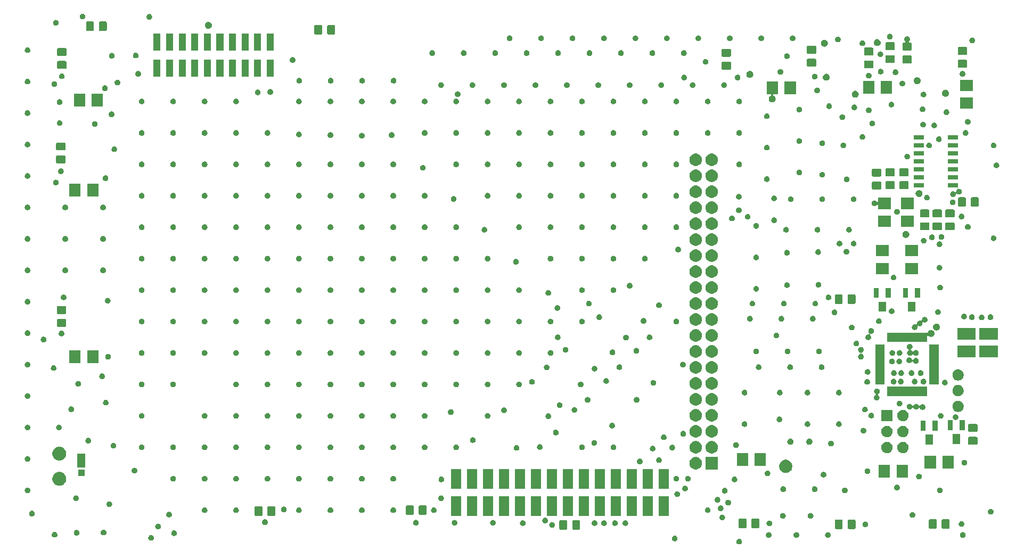
<source format=gbs>
G04 #@! TF.GenerationSoftware,KiCad,Pcbnew,(5.1.5)-3*
G04 #@! TF.CreationDate,2020-04-11T01:13:50-04:00*
G04 #@! TF.ProjectId,CPU,4350552e-6b69-4636-9164-5f7063625858,rev?*
G04 #@! TF.SameCoordinates,Original*
G04 #@! TF.FileFunction,Soldermask,Bot*
G04 #@! TF.FilePolarity,Negative*
%FSLAX46Y46*%
G04 Gerber Fmt 4.6, Leading zero omitted, Abs format (unit mm)*
G04 Created by KiCad (PCBNEW (5.1.5)-3) date 2020-04-11 01:13:50*
%MOMM*%
%LPD*%
G04 APERTURE LIST*
%ADD10C,0.100000*%
G04 APERTURE END LIST*
D10*
G36*
X145431552Y-129466331D02*
G01*
X145513627Y-129500328D01*
X145513629Y-129500329D01*
X145550813Y-129525175D01*
X145587495Y-129549685D01*
X145650315Y-129612505D01*
X145699672Y-129686373D01*
X145733669Y-129768448D01*
X145751000Y-129855579D01*
X145751000Y-129944421D01*
X145733669Y-130031552D01*
X145699672Y-130113627D01*
X145699671Y-130113629D01*
X145650314Y-130187496D01*
X145587496Y-130250314D01*
X145513629Y-130299671D01*
X145513628Y-130299672D01*
X145513627Y-130299672D01*
X145431552Y-130333669D01*
X145344421Y-130351000D01*
X145255579Y-130351000D01*
X145168448Y-130333669D01*
X145086373Y-130299672D01*
X145086372Y-130299672D01*
X145086371Y-130299671D01*
X145012504Y-130250314D01*
X144949686Y-130187496D01*
X144900329Y-130113629D01*
X144900328Y-130113627D01*
X144866331Y-130031552D01*
X144849000Y-129944421D01*
X144849000Y-129855579D01*
X144866331Y-129768448D01*
X144900328Y-129686373D01*
X144949685Y-129612505D01*
X145012505Y-129549685D01*
X145049187Y-129525175D01*
X145086371Y-129500329D01*
X145086373Y-129500328D01*
X145168448Y-129466331D01*
X145255579Y-129449000D01*
X145344421Y-129449000D01*
X145431552Y-129466331D01*
G37*
G36*
X135181552Y-128966331D02*
G01*
X135263627Y-129000328D01*
X135263629Y-129000329D01*
X135300813Y-129025175D01*
X135337495Y-129049685D01*
X135400315Y-129112505D01*
X135449672Y-129186373D01*
X135483669Y-129268448D01*
X135501000Y-129355579D01*
X135501000Y-129444421D01*
X135483669Y-129531552D01*
X135449672Y-129613627D01*
X135400315Y-129687495D01*
X135337495Y-129750315D01*
X135310357Y-129768448D01*
X135263629Y-129799671D01*
X135263628Y-129799672D01*
X135263627Y-129799672D01*
X135181552Y-129833669D01*
X135094421Y-129851000D01*
X135005579Y-129851000D01*
X134918448Y-129833669D01*
X134836373Y-129799672D01*
X134836372Y-129799672D01*
X134836371Y-129799671D01*
X134789643Y-129768448D01*
X134762505Y-129750315D01*
X134699685Y-129687495D01*
X134650328Y-129613627D01*
X134616331Y-129531552D01*
X134599000Y-129444421D01*
X134599000Y-129355579D01*
X134616331Y-129268448D01*
X134650328Y-129186373D01*
X134699685Y-129112505D01*
X134762505Y-129049685D01*
X134799187Y-129025175D01*
X134836371Y-129000329D01*
X134836373Y-129000328D01*
X134918448Y-128966331D01*
X135005579Y-128949000D01*
X135094421Y-128949000D01*
X135181552Y-128966331D01*
G37*
G36*
X51931552Y-128866331D02*
G01*
X52013627Y-128900328D01*
X52013629Y-128900329D01*
X52014633Y-128901000D01*
X52087495Y-128949685D01*
X52150315Y-129012505D01*
X52199672Y-129086373D01*
X52233669Y-129168448D01*
X52251000Y-129255579D01*
X52251000Y-129344421D01*
X52233669Y-129431552D01*
X52205180Y-129500329D01*
X52199671Y-129513629D01*
X52150314Y-129587496D01*
X52087496Y-129650314D01*
X52013629Y-129699671D01*
X52013628Y-129699672D01*
X52013627Y-129699672D01*
X51931552Y-129733669D01*
X51844421Y-129751000D01*
X51755579Y-129751000D01*
X51668448Y-129733669D01*
X51586373Y-129699672D01*
X51586372Y-129699672D01*
X51586371Y-129699671D01*
X51512504Y-129650314D01*
X51449686Y-129587496D01*
X51400329Y-129513629D01*
X51394820Y-129500329D01*
X51366331Y-129431552D01*
X51349000Y-129344421D01*
X51349000Y-129255579D01*
X51366331Y-129168448D01*
X51400328Y-129086373D01*
X51449685Y-129012505D01*
X51512505Y-128949685D01*
X51585367Y-128901000D01*
X51586371Y-128900329D01*
X51586373Y-128900328D01*
X51668448Y-128866331D01*
X51755579Y-128849000D01*
X51844421Y-128849000D01*
X51931552Y-128866331D01*
G37*
G36*
X180981552Y-128416331D02*
G01*
X181062077Y-128449686D01*
X181063629Y-128450329D01*
X181100813Y-128475175D01*
X181137495Y-128499685D01*
X181200315Y-128562505D01*
X181249672Y-128636373D01*
X181283669Y-128718448D01*
X181301000Y-128805579D01*
X181301000Y-128894421D01*
X181283669Y-128981552D01*
X181249672Y-129063627D01*
X181249671Y-129063629D01*
X181200314Y-129137496D01*
X181137496Y-129200314D01*
X181063629Y-129249671D01*
X181063628Y-129249672D01*
X181063627Y-129249672D01*
X180981552Y-129283669D01*
X180894421Y-129301000D01*
X180805579Y-129301000D01*
X180718448Y-129283669D01*
X180636373Y-129249672D01*
X180636372Y-129249672D01*
X180636371Y-129249671D01*
X180562504Y-129200314D01*
X180499686Y-129137496D01*
X180450329Y-129063629D01*
X180450328Y-129063627D01*
X180416331Y-128981552D01*
X180399000Y-128894421D01*
X180399000Y-128805579D01*
X180416331Y-128718448D01*
X180450328Y-128636373D01*
X180499685Y-128562505D01*
X180562505Y-128499685D01*
X180599187Y-128475175D01*
X180636371Y-128450329D01*
X180637923Y-128449686D01*
X180718448Y-128416331D01*
X180805579Y-128399000D01*
X180894421Y-128399000D01*
X180981552Y-128416331D01*
G37*
G36*
X159531552Y-128416331D02*
G01*
X159612077Y-128449686D01*
X159613629Y-128450329D01*
X159650813Y-128475175D01*
X159687495Y-128499685D01*
X159750315Y-128562505D01*
X159799672Y-128636373D01*
X159833669Y-128718448D01*
X159851000Y-128805579D01*
X159851000Y-128894421D01*
X159833669Y-128981552D01*
X159799672Y-129063627D01*
X159799671Y-129063629D01*
X159750314Y-129137496D01*
X159687496Y-129200314D01*
X159613629Y-129249671D01*
X159613628Y-129249672D01*
X159613627Y-129249672D01*
X159531552Y-129283669D01*
X159444421Y-129301000D01*
X159355579Y-129301000D01*
X159268448Y-129283669D01*
X159186373Y-129249672D01*
X159186372Y-129249672D01*
X159186371Y-129249671D01*
X159112504Y-129200314D01*
X159049686Y-129137496D01*
X159000329Y-129063629D01*
X159000328Y-129063627D01*
X158966331Y-128981552D01*
X158949000Y-128894421D01*
X158949000Y-128805579D01*
X158966331Y-128718448D01*
X159000328Y-128636373D01*
X159049685Y-128562505D01*
X159112505Y-128499685D01*
X159149187Y-128475175D01*
X159186371Y-128450329D01*
X159187923Y-128449686D01*
X159268448Y-128416331D01*
X159355579Y-128399000D01*
X159444421Y-128399000D01*
X159531552Y-128416331D01*
G37*
G36*
X150131552Y-128416331D02*
G01*
X150212077Y-128449686D01*
X150213629Y-128450329D01*
X150250813Y-128475175D01*
X150287495Y-128499685D01*
X150350315Y-128562505D01*
X150399672Y-128636373D01*
X150433669Y-128718448D01*
X150451000Y-128805579D01*
X150451000Y-128894421D01*
X150433669Y-128981552D01*
X150399672Y-129063627D01*
X150399671Y-129063629D01*
X150350314Y-129137496D01*
X150287496Y-129200314D01*
X150213629Y-129249671D01*
X150213628Y-129249672D01*
X150213627Y-129249672D01*
X150131552Y-129283669D01*
X150044421Y-129301000D01*
X149955579Y-129301000D01*
X149868448Y-129283669D01*
X149786373Y-129249672D01*
X149786372Y-129249672D01*
X149786371Y-129249671D01*
X149712504Y-129200314D01*
X149649686Y-129137496D01*
X149600329Y-129063629D01*
X149600328Y-129063627D01*
X149566331Y-128981552D01*
X149549000Y-128894421D01*
X149549000Y-128805579D01*
X149566331Y-128718448D01*
X149600328Y-128636373D01*
X149649685Y-128562505D01*
X149712505Y-128499685D01*
X149749187Y-128475175D01*
X149786371Y-128450329D01*
X149787923Y-128449686D01*
X149868448Y-128416331D01*
X149955579Y-128399000D01*
X150044421Y-128399000D01*
X150131552Y-128416331D01*
G37*
G36*
X154531552Y-128416331D02*
G01*
X154612077Y-128449686D01*
X154613629Y-128450329D01*
X154650813Y-128475175D01*
X154687495Y-128499685D01*
X154750315Y-128562505D01*
X154799672Y-128636373D01*
X154833669Y-128718448D01*
X154851000Y-128805579D01*
X154851000Y-128894421D01*
X154833669Y-128981552D01*
X154799672Y-129063627D01*
X154799671Y-129063629D01*
X154750314Y-129137496D01*
X154687496Y-129200314D01*
X154613629Y-129249671D01*
X154613628Y-129249672D01*
X154613627Y-129249672D01*
X154531552Y-129283669D01*
X154444421Y-129301000D01*
X154355579Y-129301000D01*
X154268448Y-129283669D01*
X154186373Y-129249672D01*
X154186372Y-129249672D01*
X154186371Y-129249671D01*
X154112504Y-129200314D01*
X154049686Y-129137496D01*
X154000329Y-129063629D01*
X154000328Y-129063627D01*
X153966331Y-128981552D01*
X153949000Y-128894421D01*
X153949000Y-128805579D01*
X153966331Y-128718448D01*
X154000328Y-128636373D01*
X154049685Y-128562505D01*
X154112505Y-128499685D01*
X154149187Y-128475175D01*
X154186371Y-128450329D01*
X154187923Y-128449686D01*
X154268448Y-128416331D01*
X154355579Y-128399000D01*
X154444421Y-128399000D01*
X154531552Y-128416331D01*
G37*
G36*
X36581552Y-128366331D02*
G01*
X36663627Y-128400328D01*
X36663629Y-128400329D01*
X36687577Y-128416331D01*
X36737495Y-128449685D01*
X36800315Y-128512505D01*
X36849672Y-128586373D01*
X36883669Y-128668448D01*
X36901000Y-128755579D01*
X36901000Y-128844421D01*
X36883669Y-128931552D01*
X36849672Y-129013627D01*
X36801065Y-129086373D01*
X36800314Y-129087496D01*
X36737496Y-129150314D01*
X36663629Y-129199671D01*
X36663628Y-129199672D01*
X36663627Y-129199672D01*
X36581552Y-129233669D01*
X36494421Y-129251000D01*
X36405579Y-129251000D01*
X36318448Y-129233669D01*
X36236373Y-129199672D01*
X36236372Y-129199672D01*
X36236371Y-129199671D01*
X36162504Y-129150314D01*
X36099686Y-129087496D01*
X36098936Y-129086373D01*
X36050328Y-129013627D01*
X36016331Y-128931552D01*
X35999000Y-128844421D01*
X35999000Y-128755579D01*
X36016331Y-128668448D01*
X36050328Y-128586373D01*
X36099685Y-128512505D01*
X36162505Y-128449685D01*
X36212423Y-128416331D01*
X36236371Y-128400329D01*
X36236373Y-128400328D01*
X36318448Y-128366331D01*
X36405579Y-128349000D01*
X36494421Y-128349000D01*
X36581552Y-128366331D01*
G37*
G36*
X55581552Y-128116331D02*
G01*
X55662077Y-128149686D01*
X55663629Y-128150329D01*
X55681850Y-128162504D01*
X55737495Y-128199685D01*
X55800315Y-128262505D01*
X55849672Y-128336373D01*
X55883669Y-128418448D01*
X55901000Y-128505579D01*
X55901000Y-128594421D01*
X55883669Y-128681552D01*
X55849672Y-128763627D01*
X55800315Y-128837495D01*
X55737495Y-128900315D01*
X55700813Y-128924825D01*
X55663629Y-128949671D01*
X55663628Y-128949672D01*
X55663627Y-128949672D01*
X55581552Y-128983669D01*
X55494421Y-129001000D01*
X55405579Y-129001000D01*
X55318448Y-128983669D01*
X55236373Y-128949672D01*
X55236372Y-128949672D01*
X55236371Y-128949671D01*
X55199187Y-128924825D01*
X55162505Y-128900315D01*
X55099685Y-128837495D01*
X55050328Y-128763627D01*
X55016331Y-128681552D01*
X54999000Y-128594421D01*
X54999000Y-128505579D01*
X55016331Y-128418448D01*
X55050328Y-128336373D01*
X55099685Y-128262505D01*
X55162505Y-128199685D01*
X55218150Y-128162504D01*
X55236371Y-128150329D01*
X55237923Y-128149686D01*
X55318448Y-128116331D01*
X55405579Y-128099000D01*
X55494421Y-128099000D01*
X55581552Y-128116331D01*
G37*
G36*
X40081552Y-128066331D02*
G01*
X40162077Y-128099686D01*
X40163629Y-128100329D01*
X40187577Y-128116331D01*
X40237495Y-128149685D01*
X40300315Y-128212505D01*
X40349672Y-128286373D01*
X40383669Y-128368448D01*
X40401000Y-128455579D01*
X40401000Y-128544421D01*
X40383669Y-128631552D01*
X40362958Y-128681552D01*
X40349671Y-128713629D01*
X40300314Y-128787496D01*
X40237496Y-128850314D01*
X40163629Y-128899671D01*
X40163628Y-128899672D01*
X40163627Y-128899672D01*
X40081552Y-128933669D01*
X39994421Y-128951000D01*
X39905579Y-128951000D01*
X39818448Y-128933669D01*
X39736373Y-128899672D01*
X39736372Y-128899672D01*
X39736371Y-128899671D01*
X39662504Y-128850314D01*
X39599686Y-128787496D01*
X39550329Y-128713629D01*
X39537042Y-128681552D01*
X39516331Y-128631552D01*
X39499000Y-128544421D01*
X39499000Y-128455579D01*
X39516331Y-128368448D01*
X39550328Y-128286373D01*
X39599685Y-128212505D01*
X39662505Y-128149685D01*
X39712423Y-128116331D01*
X39736371Y-128100329D01*
X39737923Y-128099686D01*
X39818448Y-128066331D01*
X39905579Y-128049000D01*
X39994421Y-128049000D01*
X40081552Y-128066331D01*
G37*
G36*
X44381552Y-128016331D02*
G01*
X44463627Y-128050328D01*
X44463629Y-128050329D01*
X44487577Y-128066331D01*
X44537495Y-128099685D01*
X44600315Y-128162505D01*
X44649672Y-128236373D01*
X44683669Y-128318448D01*
X44701000Y-128405579D01*
X44701000Y-128494421D01*
X44683669Y-128581552D01*
X44649672Y-128663627D01*
X44600315Y-128737495D01*
X44537495Y-128800315D01*
X44529615Y-128805580D01*
X44463629Y-128849671D01*
X44463628Y-128849672D01*
X44463627Y-128849672D01*
X44381552Y-128883669D01*
X44294421Y-128901000D01*
X44205579Y-128901000D01*
X44118448Y-128883669D01*
X44036373Y-128849672D01*
X44036372Y-128849672D01*
X44036371Y-128849671D01*
X43970385Y-128805580D01*
X43962505Y-128800315D01*
X43899685Y-128737495D01*
X43850328Y-128663627D01*
X43816331Y-128581552D01*
X43799000Y-128494421D01*
X43799000Y-128405579D01*
X43816331Y-128318448D01*
X43850328Y-128236373D01*
X43899685Y-128162505D01*
X43962505Y-128099685D01*
X44012423Y-128066331D01*
X44036371Y-128050329D01*
X44036373Y-128050328D01*
X44118448Y-128016331D01*
X44205579Y-127999000D01*
X44294421Y-127999000D01*
X44381552Y-128016331D01*
G37*
G36*
X119838674Y-126503465D02*
G01*
X119876367Y-126514899D01*
X119911103Y-126533466D01*
X119941548Y-126558452D01*
X119966534Y-126588897D01*
X119985101Y-126623633D01*
X119996535Y-126661326D01*
X120001000Y-126706661D01*
X120001000Y-127793339D01*
X119996535Y-127838674D01*
X119985101Y-127876367D01*
X119966534Y-127911103D01*
X119941548Y-127941548D01*
X119911103Y-127966534D01*
X119876367Y-127985101D01*
X119838674Y-127996535D01*
X119793339Y-128001000D01*
X118956661Y-128001000D01*
X118911326Y-127996535D01*
X118873633Y-127985101D01*
X118838897Y-127966534D01*
X118808452Y-127941548D01*
X118783466Y-127911103D01*
X118764899Y-127876367D01*
X118753465Y-127838674D01*
X118749000Y-127793339D01*
X118749000Y-126706661D01*
X118753465Y-126661326D01*
X118764899Y-126623633D01*
X118783466Y-126588897D01*
X118808452Y-126558452D01*
X118838897Y-126533466D01*
X118873633Y-126514899D01*
X118911326Y-126503465D01*
X118956661Y-126499000D01*
X119793339Y-126499000D01*
X119838674Y-126503465D01*
G37*
G36*
X117788674Y-126503465D02*
G01*
X117826367Y-126514899D01*
X117861103Y-126533466D01*
X117891548Y-126558452D01*
X117916534Y-126588897D01*
X117935101Y-126623633D01*
X117946535Y-126661326D01*
X117951000Y-126706661D01*
X117951000Y-127793339D01*
X117946535Y-127838674D01*
X117935101Y-127876367D01*
X117916534Y-127911103D01*
X117891548Y-127941548D01*
X117861103Y-127966534D01*
X117826367Y-127985101D01*
X117788674Y-127996535D01*
X117743339Y-128001000D01*
X116906661Y-128001000D01*
X116861326Y-127996535D01*
X116823633Y-127985101D01*
X116788897Y-127966534D01*
X116758452Y-127941548D01*
X116733466Y-127911103D01*
X116714899Y-127876367D01*
X116703465Y-127838674D01*
X116699000Y-127793339D01*
X116699000Y-126706661D01*
X116703465Y-126661326D01*
X116714899Y-126623633D01*
X116733466Y-126588897D01*
X116758452Y-126558452D01*
X116788897Y-126533466D01*
X116823633Y-126514899D01*
X116861326Y-126503465D01*
X116906661Y-126499000D01*
X117743339Y-126499000D01*
X117788674Y-126503465D01*
G37*
G36*
X53031552Y-127066331D02*
G01*
X53113627Y-127100328D01*
X53113629Y-127100329D01*
X53140746Y-127118448D01*
X53187495Y-127149685D01*
X53250315Y-127212505D01*
X53299672Y-127286373D01*
X53333669Y-127368448D01*
X53351000Y-127455579D01*
X53351000Y-127544421D01*
X53333669Y-127631552D01*
X53304902Y-127701000D01*
X53299671Y-127713629D01*
X53286739Y-127732983D01*
X53250315Y-127787495D01*
X53187495Y-127850315D01*
X53150813Y-127874825D01*
X53113629Y-127899671D01*
X53113628Y-127899672D01*
X53113627Y-127899672D01*
X53031552Y-127933669D01*
X52944421Y-127951000D01*
X52855579Y-127951000D01*
X52768448Y-127933669D01*
X52686373Y-127899672D01*
X52686372Y-127899672D01*
X52686371Y-127899671D01*
X52649187Y-127874825D01*
X52612505Y-127850315D01*
X52549685Y-127787495D01*
X52513261Y-127732983D01*
X52500329Y-127713629D01*
X52495098Y-127701000D01*
X52466331Y-127631552D01*
X52449000Y-127544421D01*
X52449000Y-127455579D01*
X52466331Y-127368448D01*
X52500328Y-127286373D01*
X52549685Y-127212505D01*
X52612505Y-127149685D01*
X52659254Y-127118448D01*
X52686371Y-127100329D01*
X52686373Y-127100328D01*
X52768448Y-127066331D01*
X52855579Y-127049000D01*
X52944421Y-127049000D01*
X53031552Y-127066331D01*
G37*
G36*
X161588674Y-126403465D02*
G01*
X161626367Y-126414899D01*
X161661103Y-126433466D01*
X161691548Y-126458452D01*
X161716534Y-126488897D01*
X161735101Y-126523633D01*
X161746535Y-126561326D01*
X161751000Y-126606661D01*
X161751000Y-127693339D01*
X161746535Y-127738674D01*
X161735101Y-127776367D01*
X161716534Y-127811103D01*
X161691548Y-127841548D01*
X161661103Y-127866534D01*
X161626367Y-127885101D01*
X161588674Y-127896535D01*
X161543339Y-127901000D01*
X160706661Y-127901000D01*
X160661326Y-127896535D01*
X160623633Y-127885101D01*
X160588897Y-127866534D01*
X160558452Y-127841548D01*
X160533466Y-127811103D01*
X160514899Y-127776367D01*
X160503465Y-127738674D01*
X160499000Y-127693339D01*
X160499000Y-126606661D01*
X160503465Y-126561326D01*
X160514899Y-126523633D01*
X160533466Y-126488897D01*
X160558452Y-126458452D01*
X160588897Y-126433466D01*
X160623633Y-126414899D01*
X160661326Y-126403465D01*
X160706661Y-126399000D01*
X161543339Y-126399000D01*
X161588674Y-126403465D01*
G37*
G36*
X163638674Y-126403465D02*
G01*
X163676367Y-126414899D01*
X163711103Y-126433466D01*
X163741548Y-126458452D01*
X163766534Y-126488897D01*
X163785101Y-126523633D01*
X163796535Y-126561326D01*
X163801000Y-126606661D01*
X163801000Y-127693339D01*
X163796535Y-127738674D01*
X163785101Y-127776367D01*
X163766534Y-127811103D01*
X163741548Y-127841548D01*
X163711103Y-127866534D01*
X163676367Y-127885101D01*
X163638674Y-127896535D01*
X163593339Y-127901000D01*
X162756661Y-127901000D01*
X162711326Y-127896535D01*
X162673633Y-127885101D01*
X162638897Y-127866534D01*
X162608452Y-127841548D01*
X162583466Y-127811103D01*
X162564899Y-127776367D01*
X162553465Y-127738674D01*
X162549000Y-127693339D01*
X162549000Y-126606661D01*
X162553465Y-126561326D01*
X162564899Y-126523633D01*
X162583466Y-126488897D01*
X162608452Y-126458452D01*
X162638897Y-126433466D01*
X162673633Y-126414899D01*
X162711326Y-126403465D01*
X162756661Y-126399000D01*
X163593339Y-126399000D01*
X163638674Y-126403465D01*
G37*
G36*
X176538674Y-126353465D02*
G01*
X176576367Y-126364899D01*
X176611103Y-126383466D01*
X176641548Y-126408452D01*
X176666534Y-126438897D01*
X176685101Y-126473633D01*
X176696535Y-126511326D01*
X176701000Y-126556661D01*
X176701000Y-127643339D01*
X176696535Y-127688674D01*
X176685101Y-127726367D01*
X176666534Y-127761103D01*
X176641548Y-127791548D01*
X176611103Y-127816534D01*
X176576367Y-127835101D01*
X176538674Y-127846535D01*
X176493339Y-127851000D01*
X175656661Y-127851000D01*
X175611326Y-127846535D01*
X175573633Y-127835101D01*
X175538897Y-127816534D01*
X175508452Y-127791548D01*
X175483466Y-127761103D01*
X175464899Y-127726367D01*
X175453465Y-127688674D01*
X175449000Y-127643339D01*
X175449000Y-126556661D01*
X175453465Y-126511326D01*
X175464899Y-126473633D01*
X175483466Y-126438897D01*
X175508452Y-126408452D01*
X175538897Y-126383466D01*
X175573633Y-126364899D01*
X175611326Y-126353465D01*
X175656661Y-126349000D01*
X176493339Y-126349000D01*
X176538674Y-126353465D01*
G37*
G36*
X178588674Y-126353465D02*
G01*
X178626367Y-126364899D01*
X178661103Y-126383466D01*
X178691548Y-126408452D01*
X178716534Y-126438897D01*
X178735101Y-126473633D01*
X178746535Y-126511326D01*
X178751000Y-126556661D01*
X178751000Y-127643339D01*
X178746535Y-127688674D01*
X178735101Y-127726367D01*
X178716534Y-127761103D01*
X178691548Y-127791548D01*
X178661103Y-127816534D01*
X178626367Y-127835101D01*
X178588674Y-127846535D01*
X178543339Y-127851000D01*
X177706661Y-127851000D01*
X177661326Y-127846535D01*
X177623633Y-127835101D01*
X177588897Y-127816534D01*
X177558452Y-127791548D01*
X177533466Y-127761103D01*
X177514899Y-127726367D01*
X177503465Y-127688674D01*
X177499000Y-127643339D01*
X177499000Y-126556661D01*
X177503465Y-126511326D01*
X177514899Y-126473633D01*
X177533466Y-126438897D01*
X177558452Y-126408452D01*
X177588897Y-126383466D01*
X177623633Y-126364899D01*
X177661326Y-126353465D01*
X177706661Y-126349000D01*
X178543339Y-126349000D01*
X178588674Y-126353465D01*
G37*
G36*
X146288674Y-126253465D02*
G01*
X146326367Y-126264899D01*
X146361103Y-126283466D01*
X146391548Y-126308452D01*
X146416534Y-126338897D01*
X146435101Y-126373633D01*
X146446535Y-126411326D01*
X146451000Y-126456661D01*
X146451000Y-127543339D01*
X146446535Y-127588674D01*
X146435101Y-127626367D01*
X146416534Y-127661103D01*
X146391548Y-127691548D01*
X146361103Y-127716534D01*
X146326367Y-127735101D01*
X146288674Y-127746535D01*
X146243339Y-127751000D01*
X145406661Y-127751000D01*
X145361326Y-127746535D01*
X145323633Y-127735101D01*
X145288897Y-127716534D01*
X145258452Y-127691548D01*
X145233466Y-127661103D01*
X145214899Y-127626367D01*
X145203465Y-127588674D01*
X145199000Y-127543339D01*
X145199000Y-126456661D01*
X145203465Y-126411326D01*
X145214899Y-126373633D01*
X145233466Y-126338897D01*
X145258452Y-126308452D01*
X145288897Y-126283466D01*
X145323633Y-126264899D01*
X145361326Y-126253465D01*
X145406661Y-126249000D01*
X146243339Y-126249000D01*
X146288674Y-126253465D01*
G37*
G36*
X148338674Y-126253465D02*
G01*
X148376367Y-126264899D01*
X148411103Y-126283466D01*
X148441548Y-126308452D01*
X148466534Y-126338897D01*
X148485101Y-126373633D01*
X148496535Y-126411326D01*
X148501000Y-126456661D01*
X148501000Y-127543339D01*
X148496535Y-127588674D01*
X148485101Y-127626367D01*
X148466534Y-127661103D01*
X148441548Y-127691548D01*
X148411103Y-127716534D01*
X148376367Y-127735101D01*
X148338674Y-127746535D01*
X148293339Y-127751000D01*
X147456661Y-127751000D01*
X147411326Y-127746535D01*
X147373633Y-127735101D01*
X147338897Y-127716534D01*
X147308452Y-127691548D01*
X147283466Y-127661103D01*
X147264899Y-127626367D01*
X147253465Y-127588674D01*
X147249000Y-127543339D01*
X147249000Y-126456661D01*
X147253465Y-126411326D01*
X147264899Y-126373633D01*
X147283466Y-126338897D01*
X147308452Y-126308452D01*
X147338897Y-126283466D01*
X147373633Y-126264899D01*
X147411326Y-126253465D01*
X147456661Y-126249000D01*
X148293339Y-126249000D01*
X148338674Y-126253465D01*
G37*
G36*
X115681552Y-126816331D02*
G01*
X115749366Y-126844421D01*
X115763629Y-126850329D01*
X115781850Y-126862504D01*
X115837495Y-126899685D01*
X115900315Y-126962505D01*
X115949672Y-127036373D01*
X115983669Y-127118448D01*
X116001000Y-127205579D01*
X116001000Y-127294421D01*
X115983669Y-127381552D01*
X115949672Y-127463627D01*
X115900315Y-127537495D01*
X115837495Y-127600315D01*
X115800813Y-127624825D01*
X115763629Y-127649671D01*
X115763628Y-127649672D01*
X115763627Y-127649672D01*
X115681552Y-127683669D01*
X115594421Y-127701000D01*
X115505579Y-127701000D01*
X115418448Y-127683669D01*
X115336373Y-127649672D01*
X115336372Y-127649672D01*
X115336371Y-127649671D01*
X115299187Y-127624825D01*
X115262505Y-127600315D01*
X115199685Y-127537495D01*
X115150328Y-127463627D01*
X115116331Y-127381552D01*
X115099000Y-127294421D01*
X115099000Y-127205579D01*
X115116331Y-127118448D01*
X115150328Y-127036373D01*
X115199685Y-126962505D01*
X115262505Y-126899685D01*
X115318150Y-126862504D01*
X115336371Y-126850329D01*
X115350634Y-126844421D01*
X115418448Y-126816331D01*
X115505579Y-126799000D01*
X115594421Y-126799000D01*
X115681552Y-126816331D01*
G37*
G36*
X165481552Y-126716331D02*
G01*
X165562077Y-126749686D01*
X165563629Y-126750329D01*
X165590746Y-126768448D01*
X165637495Y-126799685D01*
X165700315Y-126862505D01*
X165749672Y-126936373D01*
X165783669Y-127018448D01*
X165801000Y-127105579D01*
X165801000Y-127194421D01*
X165783669Y-127281552D01*
X165762081Y-127333669D01*
X165749671Y-127363629D01*
X165700314Y-127437496D01*
X165637496Y-127500314D01*
X165563629Y-127549671D01*
X165563628Y-127549672D01*
X165563627Y-127549672D01*
X165481552Y-127583669D01*
X165394421Y-127601000D01*
X165305579Y-127601000D01*
X165218448Y-127583669D01*
X165136373Y-127549672D01*
X165136372Y-127549672D01*
X165136371Y-127549671D01*
X165062504Y-127500314D01*
X164999686Y-127437496D01*
X164950329Y-127363629D01*
X164937919Y-127333669D01*
X164916331Y-127281552D01*
X164899000Y-127194421D01*
X164899000Y-127105579D01*
X164916331Y-127018448D01*
X164950328Y-126936373D01*
X164999685Y-126862505D01*
X165062505Y-126799685D01*
X165109254Y-126768448D01*
X165136371Y-126750329D01*
X165137923Y-126749686D01*
X165218448Y-126716331D01*
X165305579Y-126699000D01*
X165394421Y-126699000D01*
X165481552Y-126716331D01*
G37*
G36*
X180781552Y-126666331D02*
G01*
X180863627Y-126700328D01*
X180863629Y-126700329D01*
X180873105Y-126706661D01*
X180937495Y-126749685D01*
X181000315Y-126812505D01*
X181049672Y-126886373D01*
X181083669Y-126968448D01*
X181101000Y-127055579D01*
X181101000Y-127144421D01*
X181083669Y-127231552D01*
X181060961Y-127286373D01*
X181049671Y-127313629D01*
X181025588Y-127349671D01*
X181000315Y-127387495D01*
X180937495Y-127450315D01*
X180929615Y-127455580D01*
X180863629Y-127499671D01*
X180863628Y-127499672D01*
X180863627Y-127499672D01*
X180781552Y-127533669D01*
X180694421Y-127551000D01*
X180605579Y-127551000D01*
X180518448Y-127533669D01*
X180436373Y-127499672D01*
X180436372Y-127499672D01*
X180436371Y-127499671D01*
X180370385Y-127455580D01*
X180362505Y-127450315D01*
X180299685Y-127387495D01*
X180274412Y-127349671D01*
X180250329Y-127313629D01*
X180239039Y-127286373D01*
X180216331Y-127231552D01*
X180199000Y-127144421D01*
X180199000Y-127055579D01*
X180216331Y-126968448D01*
X180250328Y-126886373D01*
X180299685Y-126812505D01*
X180362505Y-126749685D01*
X180426895Y-126706661D01*
X180436371Y-126700329D01*
X180436373Y-126700328D01*
X180518448Y-126666331D01*
X180605579Y-126649000D01*
X180694421Y-126649000D01*
X180781552Y-126666331D01*
G37*
G36*
X150231552Y-126566331D02*
G01*
X150312077Y-126599686D01*
X150313629Y-126600329D01*
X150323105Y-126606661D01*
X150387495Y-126649685D01*
X150450315Y-126712505D01*
X150499672Y-126786373D01*
X150533669Y-126868448D01*
X150551000Y-126955579D01*
X150551000Y-127044421D01*
X150533669Y-127131552D01*
X150503005Y-127205580D01*
X150499671Y-127213629D01*
X150483724Y-127237495D01*
X150450315Y-127287495D01*
X150387495Y-127350315D01*
X150367572Y-127363627D01*
X150313629Y-127399671D01*
X150313628Y-127399672D01*
X150313627Y-127399672D01*
X150231552Y-127433669D01*
X150144421Y-127451000D01*
X150055579Y-127451000D01*
X149968448Y-127433669D01*
X149886373Y-127399672D01*
X149886372Y-127399672D01*
X149886371Y-127399671D01*
X149832428Y-127363627D01*
X149812505Y-127350315D01*
X149749685Y-127287495D01*
X149716276Y-127237495D01*
X149700329Y-127213629D01*
X149696995Y-127205580D01*
X149666331Y-127131552D01*
X149649000Y-127044421D01*
X149649000Y-126955579D01*
X149666331Y-126868448D01*
X149700328Y-126786373D01*
X149749685Y-126712505D01*
X149812505Y-126649685D01*
X149876895Y-126606661D01*
X149886371Y-126600329D01*
X149887923Y-126599686D01*
X149968448Y-126566331D01*
X150055579Y-126549000D01*
X150144421Y-126549000D01*
X150231552Y-126566331D01*
G37*
G36*
X111031552Y-126516331D02*
G01*
X111112077Y-126549686D01*
X111113629Y-126550329D01*
X111130087Y-126561326D01*
X111179617Y-126594421D01*
X111187496Y-126599686D01*
X111250314Y-126662504D01*
X111286281Y-126716331D01*
X111299672Y-126736373D01*
X111333669Y-126818448D01*
X111351000Y-126905579D01*
X111351000Y-126994421D01*
X111333669Y-127081552D01*
X111305186Y-127150314D01*
X111299671Y-127163629D01*
X111250314Y-127237496D01*
X111187496Y-127300314D01*
X111113629Y-127349671D01*
X111113628Y-127349672D01*
X111113627Y-127349672D01*
X111031552Y-127383669D01*
X110944421Y-127401000D01*
X110855579Y-127401000D01*
X110768448Y-127383669D01*
X110686373Y-127349672D01*
X110686372Y-127349672D01*
X110686371Y-127349671D01*
X110612504Y-127300314D01*
X110549686Y-127237496D01*
X110500329Y-127163629D01*
X110494814Y-127150314D01*
X110466331Y-127081552D01*
X110449000Y-126994421D01*
X110449000Y-126905579D01*
X110466331Y-126818448D01*
X110500328Y-126736373D01*
X110513720Y-126716331D01*
X110549686Y-126662504D01*
X110612504Y-126599686D01*
X110620384Y-126594421D01*
X110669913Y-126561326D01*
X110686371Y-126550329D01*
X110687923Y-126549686D01*
X110768448Y-126516331D01*
X110855579Y-126499000D01*
X110944421Y-126499000D01*
X111031552Y-126516331D01*
G37*
G36*
X125681552Y-126516331D02*
G01*
X125762077Y-126549686D01*
X125763629Y-126550329D01*
X125780087Y-126561326D01*
X125829617Y-126594421D01*
X125837496Y-126599686D01*
X125900314Y-126662504D01*
X125936281Y-126716331D01*
X125949672Y-126736373D01*
X125983669Y-126818448D01*
X126001000Y-126905579D01*
X126001000Y-126994421D01*
X125983669Y-127081552D01*
X125955186Y-127150314D01*
X125949671Y-127163629D01*
X125900314Y-127237496D01*
X125837496Y-127300314D01*
X125763629Y-127349671D01*
X125763628Y-127349672D01*
X125763627Y-127349672D01*
X125681552Y-127383669D01*
X125594421Y-127401000D01*
X125505579Y-127401000D01*
X125418448Y-127383669D01*
X125336373Y-127349672D01*
X125336372Y-127349672D01*
X125336371Y-127349671D01*
X125262504Y-127300314D01*
X125199686Y-127237496D01*
X125150329Y-127163629D01*
X125144814Y-127150314D01*
X125116331Y-127081552D01*
X125099000Y-126994421D01*
X125099000Y-126905579D01*
X125116331Y-126818448D01*
X125150328Y-126736373D01*
X125163720Y-126716331D01*
X125199686Y-126662504D01*
X125262504Y-126599686D01*
X125270384Y-126594421D01*
X125319913Y-126561326D01*
X125336371Y-126550329D01*
X125337923Y-126549686D01*
X125418448Y-126516331D01*
X125505579Y-126499000D01*
X125594421Y-126499000D01*
X125681552Y-126516331D01*
G37*
G36*
X123931552Y-126516331D02*
G01*
X124012077Y-126549686D01*
X124013629Y-126550329D01*
X124030087Y-126561326D01*
X124079617Y-126594421D01*
X124087496Y-126599686D01*
X124150314Y-126662504D01*
X124186281Y-126716331D01*
X124199672Y-126736373D01*
X124233669Y-126818448D01*
X124251000Y-126905579D01*
X124251000Y-126994421D01*
X124233669Y-127081552D01*
X124205186Y-127150314D01*
X124199671Y-127163629D01*
X124150314Y-127237496D01*
X124087496Y-127300314D01*
X124013629Y-127349671D01*
X124013628Y-127349672D01*
X124013627Y-127349672D01*
X123931552Y-127383669D01*
X123844421Y-127401000D01*
X123755579Y-127401000D01*
X123668448Y-127383669D01*
X123586373Y-127349672D01*
X123586372Y-127349672D01*
X123586371Y-127349671D01*
X123512504Y-127300314D01*
X123449686Y-127237496D01*
X123400329Y-127163629D01*
X123394814Y-127150314D01*
X123366331Y-127081552D01*
X123349000Y-126994421D01*
X123349000Y-126905579D01*
X123366331Y-126818448D01*
X123400328Y-126736373D01*
X123413720Y-126716331D01*
X123449686Y-126662504D01*
X123512504Y-126599686D01*
X123520384Y-126594421D01*
X123569913Y-126561326D01*
X123586371Y-126550329D01*
X123587923Y-126549686D01*
X123668448Y-126516331D01*
X123755579Y-126499000D01*
X123844421Y-126499000D01*
X123931552Y-126516331D01*
G37*
G36*
X127331552Y-126516331D02*
G01*
X127412077Y-126549686D01*
X127413629Y-126550329D01*
X127430087Y-126561326D01*
X127479617Y-126594421D01*
X127487496Y-126599686D01*
X127550314Y-126662504D01*
X127586281Y-126716331D01*
X127599672Y-126736373D01*
X127633669Y-126818448D01*
X127651000Y-126905579D01*
X127651000Y-126994421D01*
X127633669Y-127081552D01*
X127605186Y-127150314D01*
X127599671Y-127163629D01*
X127550314Y-127237496D01*
X127487496Y-127300314D01*
X127413629Y-127349671D01*
X127413628Y-127349672D01*
X127413627Y-127349672D01*
X127331552Y-127383669D01*
X127244421Y-127401000D01*
X127155579Y-127401000D01*
X127068448Y-127383669D01*
X126986373Y-127349672D01*
X126986372Y-127349672D01*
X126986371Y-127349671D01*
X126912504Y-127300314D01*
X126849686Y-127237496D01*
X126800329Y-127163629D01*
X126794814Y-127150314D01*
X126766331Y-127081552D01*
X126749000Y-126994421D01*
X126749000Y-126905579D01*
X126766331Y-126818448D01*
X126800328Y-126736373D01*
X126813720Y-126716331D01*
X126849686Y-126662504D01*
X126912504Y-126599686D01*
X126920384Y-126594421D01*
X126969913Y-126561326D01*
X126986371Y-126550329D01*
X126987923Y-126549686D01*
X127068448Y-126516331D01*
X127155579Y-126499000D01*
X127244421Y-126499000D01*
X127331552Y-126516331D01*
G37*
G36*
X122431552Y-126516331D02*
G01*
X122512077Y-126549686D01*
X122513629Y-126550329D01*
X122530087Y-126561326D01*
X122579617Y-126594421D01*
X122587496Y-126599686D01*
X122650314Y-126662504D01*
X122686281Y-126716331D01*
X122699672Y-126736373D01*
X122733669Y-126818448D01*
X122751000Y-126905579D01*
X122751000Y-126994421D01*
X122733669Y-127081552D01*
X122705186Y-127150314D01*
X122699671Y-127163629D01*
X122650314Y-127237496D01*
X122587496Y-127300314D01*
X122513629Y-127349671D01*
X122513628Y-127349672D01*
X122513627Y-127349672D01*
X122431552Y-127383669D01*
X122344421Y-127401000D01*
X122255579Y-127401000D01*
X122168448Y-127383669D01*
X122086373Y-127349672D01*
X122086372Y-127349672D01*
X122086371Y-127349671D01*
X122012504Y-127300314D01*
X121949686Y-127237496D01*
X121900329Y-127163629D01*
X121894814Y-127150314D01*
X121866331Y-127081552D01*
X121849000Y-126994421D01*
X121849000Y-126905579D01*
X121866331Y-126818448D01*
X121900328Y-126736373D01*
X121913720Y-126716331D01*
X121949686Y-126662504D01*
X122012504Y-126599686D01*
X122020384Y-126594421D01*
X122069913Y-126561326D01*
X122086371Y-126550329D01*
X122087923Y-126549686D01*
X122168448Y-126516331D01*
X122255579Y-126499000D01*
X122344421Y-126499000D01*
X122431552Y-126516331D01*
G37*
G36*
X106281552Y-126466331D02*
G01*
X106363627Y-126500328D01*
X106363629Y-126500329D01*
X106380087Y-126511326D01*
X106437495Y-126549685D01*
X106500315Y-126612505D01*
X106506107Y-126621173D01*
X106536281Y-126666331D01*
X106549672Y-126686373D01*
X106583669Y-126768448D01*
X106601000Y-126855579D01*
X106601000Y-126944421D01*
X106583669Y-127031552D01*
X106549672Y-127113627D01*
X106500315Y-127187495D01*
X106437495Y-127250315D01*
X106400813Y-127274825D01*
X106363629Y-127299671D01*
X106363628Y-127299672D01*
X106363627Y-127299672D01*
X106281552Y-127333669D01*
X106194421Y-127351000D01*
X106105579Y-127351000D01*
X106018448Y-127333669D01*
X105936373Y-127299672D01*
X105936372Y-127299672D01*
X105936371Y-127299671D01*
X105899187Y-127274825D01*
X105862505Y-127250315D01*
X105799685Y-127187495D01*
X105750328Y-127113627D01*
X105716331Y-127031552D01*
X105699000Y-126944421D01*
X105699000Y-126855579D01*
X105716331Y-126768448D01*
X105750328Y-126686373D01*
X105763720Y-126666331D01*
X105793893Y-126621173D01*
X105799685Y-126612505D01*
X105862505Y-126549685D01*
X105919913Y-126511326D01*
X105936371Y-126500329D01*
X105936373Y-126500328D01*
X106018448Y-126466331D01*
X106105579Y-126449000D01*
X106194421Y-126449000D01*
X106281552Y-126466331D01*
G37*
G36*
X100181552Y-126466331D02*
G01*
X100263627Y-126500328D01*
X100263629Y-126500329D01*
X100280087Y-126511326D01*
X100337495Y-126549685D01*
X100400315Y-126612505D01*
X100406107Y-126621173D01*
X100436281Y-126666331D01*
X100449672Y-126686373D01*
X100483669Y-126768448D01*
X100501000Y-126855579D01*
X100501000Y-126944421D01*
X100483669Y-127031552D01*
X100449672Y-127113627D01*
X100400315Y-127187495D01*
X100337495Y-127250315D01*
X100300813Y-127274825D01*
X100263629Y-127299671D01*
X100263628Y-127299672D01*
X100263627Y-127299672D01*
X100181552Y-127333669D01*
X100094421Y-127351000D01*
X100005579Y-127351000D01*
X99918448Y-127333669D01*
X99836373Y-127299672D01*
X99836372Y-127299672D01*
X99836371Y-127299671D01*
X99799187Y-127274825D01*
X99762505Y-127250315D01*
X99699685Y-127187495D01*
X99650328Y-127113627D01*
X99616331Y-127031552D01*
X99599000Y-126944421D01*
X99599000Y-126855579D01*
X99616331Y-126768448D01*
X99650328Y-126686373D01*
X99663720Y-126666331D01*
X99693893Y-126621173D01*
X99699685Y-126612505D01*
X99762505Y-126549685D01*
X99819913Y-126511326D01*
X99836371Y-126500329D01*
X99836373Y-126500328D01*
X99918448Y-126466331D01*
X100005579Y-126449000D01*
X100094421Y-126449000D01*
X100181552Y-126466331D01*
G37*
G36*
X94031552Y-126466331D02*
G01*
X94113627Y-126500328D01*
X94113629Y-126500329D01*
X94130087Y-126511326D01*
X94187495Y-126549685D01*
X94250315Y-126612505D01*
X94256107Y-126621173D01*
X94286281Y-126666331D01*
X94299672Y-126686373D01*
X94333669Y-126768448D01*
X94351000Y-126855579D01*
X94351000Y-126944421D01*
X94333669Y-127031552D01*
X94299672Y-127113627D01*
X94250315Y-127187495D01*
X94187495Y-127250315D01*
X94150813Y-127274825D01*
X94113629Y-127299671D01*
X94113628Y-127299672D01*
X94113627Y-127299672D01*
X94031552Y-127333669D01*
X93944421Y-127351000D01*
X93855579Y-127351000D01*
X93768448Y-127333669D01*
X93686373Y-127299672D01*
X93686372Y-127299672D01*
X93686371Y-127299671D01*
X93649187Y-127274825D01*
X93612505Y-127250315D01*
X93549685Y-127187495D01*
X93500328Y-127113627D01*
X93466331Y-127031552D01*
X93449000Y-126944421D01*
X93449000Y-126855579D01*
X93466331Y-126768448D01*
X93500328Y-126686373D01*
X93513720Y-126666331D01*
X93543893Y-126621173D01*
X93549685Y-126612505D01*
X93612505Y-126549685D01*
X93669913Y-126511326D01*
X93686371Y-126500329D01*
X93686373Y-126500328D01*
X93768448Y-126466331D01*
X93855579Y-126449000D01*
X93944421Y-126449000D01*
X94031552Y-126466331D01*
G37*
G36*
X70031552Y-126366331D02*
G01*
X70113627Y-126400328D01*
X70113629Y-126400329D01*
X70130087Y-126411326D01*
X70187495Y-126449685D01*
X70250315Y-126512505D01*
X70256107Y-126521173D01*
X70286281Y-126566331D01*
X70299672Y-126586373D01*
X70333669Y-126668448D01*
X70351000Y-126755579D01*
X70351000Y-126844421D01*
X70333669Y-126931552D01*
X70312081Y-126983669D01*
X70299671Y-127013629D01*
X70250314Y-127087496D01*
X70187496Y-127150314D01*
X70113629Y-127199671D01*
X70113628Y-127199672D01*
X70113627Y-127199672D01*
X70031552Y-127233669D01*
X69944421Y-127251000D01*
X69855579Y-127251000D01*
X69768448Y-127233669D01*
X69686373Y-127199672D01*
X69686372Y-127199672D01*
X69686371Y-127199671D01*
X69612504Y-127150314D01*
X69549686Y-127087496D01*
X69500329Y-127013629D01*
X69487919Y-126983669D01*
X69466331Y-126931552D01*
X69449000Y-126844421D01*
X69449000Y-126755579D01*
X69466331Y-126668448D01*
X69500328Y-126586373D01*
X69513720Y-126566331D01*
X69543893Y-126521173D01*
X69549685Y-126512505D01*
X69612505Y-126449685D01*
X69669913Y-126411326D01*
X69686371Y-126400329D01*
X69686373Y-126400328D01*
X69768448Y-126366331D01*
X69855579Y-126349000D01*
X69944421Y-126349000D01*
X70031552Y-126366331D01*
G37*
G36*
X114581552Y-126116331D02*
G01*
X114663627Y-126150328D01*
X114663629Y-126150329D01*
X114700813Y-126175175D01*
X114737495Y-126199685D01*
X114800315Y-126262505D01*
X114849672Y-126336373D01*
X114883669Y-126418448D01*
X114901000Y-126505579D01*
X114901000Y-126594421D01*
X114883669Y-126681552D01*
X114849672Y-126763627D01*
X114800315Y-126837495D01*
X114737495Y-126900315D01*
X114729615Y-126905580D01*
X114663629Y-126949671D01*
X114663628Y-126949672D01*
X114663627Y-126949672D01*
X114581552Y-126983669D01*
X114494421Y-127001000D01*
X114405579Y-127001000D01*
X114318448Y-126983669D01*
X114236373Y-126949672D01*
X114236372Y-126949672D01*
X114236371Y-126949671D01*
X114170385Y-126905580D01*
X114162505Y-126900315D01*
X114099685Y-126837495D01*
X114050328Y-126763627D01*
X114016331Y-126681552D01*
X113999000Y-126594421D01*
X113999000Y-126505579D01*
X114016331Y-126418448D01*
X114050328Y-126336373D01*
X114099685Y-126262505D01*
X114162505Y-126199685D01*
X114199187Y-126175175D01*
X114236371Y-126150329D01*
X114236373Y-126150328D01*
X114318448Y-126116331D01*
X114405579Y-126099000D01*
X114494421Y-126099000D01*
X114581552Y-126116331D01*
G37*
G36*
X142731552Y-125616331D02*
G01*
X142813627Y-125650328D01*
X142813629Y-125650329D01*
X142840746Y-125668448D01*
X142887495Y-125699685D01*
X142950315Y-125762505D01*
X142999672Y-125836373D01*
X143033669Y-125918448D01*
X143051000Y-126005579D01*
X143051000Y-126094421D01*
X143033669Y-126181552D01*
X142999672Y-126263627D01*
X142950315Y-126337495D01*
X142887495Y-126400315D01*
X142875317Y-126408452D01*
X142813629Y-126449671D01*
X142813628Y-126449672D01*
X142813627Y-126449672D01*
X142731552Y-126483669D01*
X142644421Y-126501000D01*
X142555579Y-126501000D01*
X142468448Y-126483669D01*
X142386373Y-126449672D01*
X142386372Y-126449672D01*
X142386371Y-126449671D01*
X142324683Y-126408452D01*
X142312505Y-126400315D01*
X142249685Y-126337495D01*
X142200328Y-126263627D01*
X142166331Y-126181552D01*
X142149000Y-126094421D01*
X142149000Y-126005579D01*
X142166331Y-125918448D01*
X142200328Y-125836373D01*
X142249685Y-125762505D01*
X142312505Y-125699685D01*
X142359254Y-125668448D01*
X142386371Y-125650329D01*
X142386373Y-125650328D01*
X142468448Y-125616331D01*
X142555579Y-125599000D01*
X142644421Y-125599000D01*
X142731552Y-125616331D01*
G37*
G36*
X156781552Y-125366331D02*
G01*
X156863627Y-125400328D01*
X156863629Y-125400329D01*
X156900813Y-125425175D01*
X156927998Y-125443339D01*
X156937496Y-125449686D01*
X157000314Y-125512504D01*
X157047866Y-125583669D01*
X157049672Y-125586373D01*
X157083669Y-125668448D01*
X157101000Y-125755579D01*
X157101000Y-125844421D01*
X157083669Y-125931552D01*
X157053005Y-126005580D01*
X157049671Y-126013629D01*
X157025588Y-126049671D01*
X157000315Y-126087495D01*
X156937495Y-126150315D01*
X156937474Y-126150329D01*
X156863629Y-126199671D01*
X156863628Y-126199672D01*
X156863627Y-126199672D01*
X156781552Y-126233669D01*
X156694421Y-126251000D01*
X156605579Y-126251000D01*
X156518448Y-126233669D01*
X156436373Y-126199672D01*
X156436372Y-126199672D01*
X156436371Y-126199671D01*
X156362526Y-126150329D01*
X156362505Y-126150315D01*
X156299685Y-126087495D01*
X156274412Y-126049671D01*
X156250329Y-126013629D01*
X156246995Y-126005580D01*
X156216331Y-125931552D01*
X156199000Y-125844421D01*
X156199000Y-125755579D01*
X156216331Y-125668448D01*
X156250328Y-125586373D01*
X156252135Y-125583669D01*
X156299686Y-125512504D01*
X156362504Y-125449686D01*
X156372003Y-125443339D01*
X156399187Y-125425175D01*
X156436371Y-125400329D01*
X156436373Y-125400328D01*
X156518448Y-125366331D01*
X156605579Y-125349000D01*
X156694421Y-125349000D01*
X156781552Y-125366331D01*
G37*
G36*
X152381552Y-125366331D02*
G01*
X152463627Y-125400328D01*
X152463629Y-125400329D01*
X152500813Y-125425175D01*
X152527998Y-125443339D01*
X152537496Y-125449686D01*
X152600314Y-125512504D01*
X152647866Y-125583669D01*
X152649672Y-125586373D01*
X152683669Y-125668448D01*
X152701000Y-125755579D01*
X152701000Y-125844421D01*
X152683669Y-125931552D01*
X152653005Y-126005580D01*
X152649671Y-126013629D01*
X152625588Y-126049671D01*
X152600315Y-126087495D01*
X152537495Y-126150315D01*
X152537474Y-126150329D01*
X152463629Y-126199671D01*
X152463628Y-126199672D01*
X152463627Y-126199672D01*
X152381552Y-126233669D01*
X152294421Y-126251000D01*
X152205579Y-126251000D01*
X152118448Y-126233669D01*
X152036373Y-126199672D01*
X152036372Y-126199672D01*
X152036371Y-126199671D01*
X151962526Y-126150329D01*
X151962505Y-126150315D01*
X151899685Y-126087495D01*
X151874412Y-126049671D01*
X151850329Y-126013629D01*
X151846995Y-126005580D01*
X151816331Y-125931552D01*
X151799000Y-125844421D01*
X151799000Y-125755579D01*
X151816331Y-125668448D01*
X151850328Y-125586373D01*
X151852135Y-125583669D01*
X151899686Y-125512504D01*
X151962504Y-125449686D01*
X151972003Y-125443339D01*
X151999187Y-125425175D01*
X152036371Y-125400329D01*
X152036373Y-125400328D01*
X152118448Y-125366331D01*
X152205579Y-125349000D01*
X152294421Y-125349000D01*
X152381552Y-125366331D01*
G37*
G36*
X172981552Y-125216331D02*
G01*
X173063627Y-125250328D01*
X173063629Y-125250329D01*
X173100813Y-125275175D01*
X173137495Y-125299685D01*
X173200315Y-125362505D01*
X173249672Y-125436373D01*
X173283669Y-125518448D01*
X173301000Y-125605579D01*
X173301000Y-125694421D01*
X173283669Y-125781552D01*
X173257628Y-125844420D01*
X173249671Y-125863629D01*
X173233724Y-125887495D01*
X173200315Y-125937495D01*
X173137495Y-126000315D01*
X173129615Y-126005580D01*
X173063629Y-126049671D01*
X173063628Y-126049672D01*
X173063627Y-126049672D01*
X172981552Y-126083669D01*
X172894421Y-126101000D01*
X172805579Y-126101000D01*
X172718448Y-126083669D01*
X172636373Y-126049672D01*
X172636372Y-126049672D01*
X172636371Y-126049671D01*
X172570385Y-126005580D01*
X172562505Y-126000315D01*
X172499685Y-125937495D01*
X172466276Y-125887495D01*
X172450329Y-125863629D01*
X172442372Y-125844420D01*
X172416331Y-125781552D01*
X172399000Y-125694421D01*
X172399000Y-125605579D01*
X172416331Y-125518448D01*
X172450328Y-125436373D01*
X172499685Y-125362505D01*
X172562505Y-125299685D01*
X172599187Y-125275175D01*
X172636371Y-125250329D01*
X172636373Y-125250328D01*
X172718448Y-125216331D01*
X172805579Y-125199000D01*
X172894421Y-125199000D01*
X172981552Y-125216331D01*
G37*
G36*
X54781552Y-125166331D02*
G01*
X54863627Y-125200328D01*
X54863629Y-125200329D01*
X54894068Y-125220668D01*
X54920006Y-125237999D01*
X54937496Y-125249686D01*
X55000314Y-125312504D01*
X55036281Y-125366331D01*
X55049672Y-125386373D01*
X55083669Y-125468448D01*
X55101000Y-125555579D01*
X55101000Y-125644421D01*
X55083669Y-125731552D01*
X55055186Y-125800314D01*
X55049671Y-125813629D01*
X55000314Y-125887496D01*
X54937496Y-125950314D01*
X54863629Y-125999671D01*
X54863628Y-125999672D01*
X54863627Y-125999672D01*
X54781552Y-126033669D01*
X54694421Y-126051000D01*
X54605579Y-126051000D01*
X54518448Y-126033669D01*
X54436373Y-125999672D01*
X54436372Y-125999672D01*
X54436371Y-125999671D01*
X54362504Y-125950314D01*
X54299686Y-125887496D01*
X54250329Y-125813629D01*
X54244814Y-125800314D01*
X54216331Y-125731552D01*
X54199000Y-125644421D01*
X54199000Y-125555579D01*
X54216331Y-125468448D01*
X54250328Y-125386373D01*
X54263720Y-125366331D01*
X54299686Y-125312504D01*
X54362504Y-125249686D01*
X54379995Y-125237999D01*
X54405932Y-125220668D01*
X54436371Y-125200329D01*
X54436373Y-125200328D01*
X54518448Y-125166331D01*
X54605579Y-125149000D01*
X54694421Y-125149000D01*
X54781552Y-125166331D01*
G37*
G36*
X32981552Y-125016331D02*
G01*
X33063627Y-125050328D01*
X33063629Y-125050329D01*
X33064633Y-125051000D01*
X33137495Y-125099685D01*
X33200315Y-125162505D01*
X33216462Y-125186671D01*
X33236281Y-125216331D01*
X33249672Y-125236373D01*
X33283669Y-125318448D01*
X33301000Y-125405579D01*
X33301000Y-125494421D01*
X33283669Y-125581552D01*
X33255180Y-125650329D01*
X33249671Y-125663629D01*
X33238707Y-125680038D01*
X33200315Y-125737495D01*
X33137495Y-125800315D01*
X33117572Y-125813627D01*
X33063629Y-125849671D01*
X33063628Y-125849672D01*
X33063627Y-125849672D01*
X32981552Y-125883669D01*
X32894421Y-125901000D01*
X32805579Y-125901000D01*
X32718448Y-125883669D01*
X32636373Y-125849672D01*
X32636372Y-125849672D01*
X32636371Y-125849671D01*
X32582428Y-125813627D01*
X32562505Y-125800315D01*
X32499685Y-125737495D01*
X32461293Y-125680038D01*
X32450329Y-125663629D01*
X32444820Y-125650329D01*
X32416331Y-125581552D01*
X32399000Y-125494421D01*
X32399000Y-125405579D01*
X32416331Y-125318448D01*
X32450328Y-125236373D01*
X32463720Y-125216331D01*
X32483538Y-125186671D01*
X32499685Y-125162505D01*
X32562505Y-125099685D01*
X32635367Y-125051000D01*
X32636371Y-125050329D01*
X32636373Y-125050328D01*
X32718448Y-125016331D01*
X32805579Y-124999000D01*
X32894421Y-124999000D01*
X32981552Y-125016331D01*
G37*
G36*
X134152800Y-125843800D02*
G01*
X132527200Y-125843800D01*
X132527200Y-122694200D01*
X134152800Y-122694200D01*
X134152800Y-125843800D01*
G37*
G36*
X131612800Y-125843800D02*
G01*
X129987200Y-125843800D01*
X129987200Y-122694200D01*
X131612800Y-122694200D01*
X131612800Y-125843800D01*
G37*
G36*
X101132800Y-125843800D02*
G01*
X99507200Y-125843800D01*
X99507200Y-122694200D01*
X101132800Y-122694200D01*
X101132800Y-125843800D01*
G37*
G36*
X106212800Y-125843800D02*
G01*
X104587200Y-125843800D01*
X104587200Y-122694200D01*
X106212800Y-122694200D01*
X106212800Y-125843800D01*
G37*
G36*
X108752800Y-125843800D02*
G01*
X107127200Y-125843800D01*
X107127200Y-122694200D01*
X108752800Y-122694200D01*
X108752800Y-125843800D01*
G37*
G36*
X111292800Y-125843800D02*
G01*
X109667200Y-125843800D01*
X109667200Y-122694200D01*
X111292800Y-122694200D01*
X111292800Y-125843800D01*
G37*
G36*
X103672800Y-125843800D02*
G01*
X102047200Y-125843800D01*
X102047200Y-122694200D01*
X103672800Y-122694200D01*
X103672800Y-125843800D01*
G37*
G36*
X123992800Y-125843800D02*
G01*
X122367200Y-125843800D01*
X122367200Y-122694200D01*
X123992800Y-122694200D01*
X123992800Y-125843800D01*
G37*
G36*
X121452800Y-125843800D02*
G01*
X119827200Y-125843800D01*
X119827200Y-122694200D01*
X121452800Y-122694200D01*
X121452800Y-125843800D01*
G37*
G36*
X129072800Y-125843800D02*
G01*
X127447200Y-125843800D01*
X127447200Y-122694200D01*
X129072800Y-122694200D01*
X129072800Y-125843800D01*
G37*
G36*
X116372800Y-125843800D02*
G01*
X114747200Y-125843800D01*
X114747200Y-122694200D01*
X116372800Y-122694200D01*
X116372800Y-125843800D01*
G37*
G36*
X113832800Y-125843800D02*
G01*
X112207200Y-125843800D01*
X112207200Y-122694200D01*
X113832800Y-122694200D01*
X113832800Y-125843800D01*
G37*
G36*
X118912800Y-125843800D02*
G01*
X117287200Y-125843800D01*
X117287200Y-122694200D01*
X118912800Y-122694200D01*
X118912800Y-125843800D01*
G37*
G36*
X126532800Y-125843800D02*
G01*
X124907200Y-125843800D01*
X124907200Y-122694200D01*
X126532800Y-122694200D01*
X126532800Y-125843800D01*
G37*
G36*
X69338674Y-124303465D02*
G01*
X69376367Y-124314899D01*
X69411103Y-124333466D01*
X69441548Y-124358452D01*
X69466534Y-124388897D01*
X69485101Y-124423633D01*
X69496535Y-124461326D01*
X69501000Y-124506661D01*
X69501000Y-125593339D01*
X69496535Y-125638674D01*
X69485101Y-125676367D01*
X69466534Y-125711103D01*
X69441548Y-125741548D01*
X69411103Y-125766534D01*
X69376367Y-125785101D01*
X69338674Y-125796535D01*
X69293339Y-125801000D01*
X68456661Y-125801000D01*
X68411326Y-125796535D01*
X68373633Y-125785101D01*
X68338897Y-125766534D01*
X68308452Y-125741548D01*
X68283466Y-125711103D01*
X68264899Y-125676367D01*
X68253465Y-125638674D01*
X68249000Y-125593339D01*
X68249000Y-124506661D01*
X68253465Y-124461326D01*
X68264899Y-124423633D01*
X68283466Y-124388897D01*
X68308452Y-124358452D01*
X68338897Y-124333466D01*
X68373633Y-124314899D01*
X68411326Y-124303465D01*
X68456661Y-124299000D01*
X69293339Y-124299000D01*
X69338674Y-124303465D01*
G37*
G36*
X71388674Y-124303465D02*
G01*
X71426367Y-124314899D01*
X71461103Y-124333466D01*
X71491548Y-124358452D01*
X71516534Y-124388897D01*
X71535101Y-124423633D01*
X71546535Y-124461326D01*
X71551000Y-124506661D01*
X71551000Y-125593339D01*
X71546535Y-125638674D01*
X71535101Y-125676367D01*
X71516534Y-125711103D01*
X71491548Y-125741548D01*
X71461103Y-125766534D01*
X71426367Y-125785101D01*
X71388674Y-125796535D01*
X71343339Y-125801000D01*
X70506661Y-125801000D01*
X70461326Y-125796535D01*
X70423633Y-125785101D01*
X70388897Y-125766534D01*
X70358452Y-125741548D01*
X70333466Y-125711103D01*
X70314899Y-125676367D01*
X70303465Y-125638674D01*
X70299000Y-125593339D01*
X70299000Y-124506661D01*
X70303465Y-124461326D01*
X70314899Y-124423633D01*
X70333466Y-124388897D01*
X70358452Y-124358452D01*
X70388897Y-124333466D01*
X70423633Y-124314899D01*
X70461326Y-124303465D01*
X70506661Y-124299000D01*
X71343339Y-124299000D01*
X71388674Y-124303465D01*
G37*
G36*
X95438674Y-124153465D02*
G01*
X95476367Y-124164899D01*
X95511103Y-124183466D01*
X95541548Y-124208452D01*
X95566534Y-124238897D01*
X95585101Y-124273633D01*
X95596535Y-124311326D01*
X95601000Y-124356661D01*
X95601000Y-125443339D01*
X95596535Y-125488674D01*
X95585101Y-125526367D01*
X95566534Y-125561103D01*
X95541548Y-125591548D01*
X95511103Y-125616534D01*
X95476367Y-125635101D01*
X95438674Y-125646535D01*
X95393339Y-125651000D01*
X94556661Y-125651000D01*
X94511326Y-125646535D01*
X94473633Y-125635101D01*
X94438897Y-125616534D01*
X94408452Y-125591548D01*
X94383466Y-125561103D01*
X94364899Y-125526367D01*
X94353465Y-125488674D01*
X94349000Y-125443339D01*
X94349000Y-124356661D01*
X94353465Y-124311326D01*
X94364899Y-124273633D01*
X94383466Y-124238897D01*
X94408452Y-124208452D01*
X94438897Y-124183466D01*
X94473633Y-124164899D01*
X94511326Y-124153465D01*
X94556661Y-124149000D01*
X95393339Y-124149000D01*
X95438674Y-124153465D01*
G37*
G36*
X93388674Y-124153465D02*
G01*
X93426367Y-124164899D01*
X93461103Y-124183466D01*
X93491548Y-124208452D01*
X93516534Y-124238897D01*
X93535101Y-124273633D01*
X93546535Y-124311326D01*
X93551000Y-124356661D01*
X93551000Y-125443339D01*
X93546535Y-125488674D01*
X93535101Y-125526367D01*
X93516534Y-125561103D01*
X93491548Y-125591548D01*
X93461103Y-125616534D01*
X93426367Y-125635101D01*
X93388674Y-125646535D01*
X93343339Y-125651000D01*
X92506661Y-125651000D01*
X92461326Y-125646535D01*
X92423633Y-125635101D01*
X92388897Y-125616534D01*
X92358452Y-125591548D01*
X92333466Y-125561103D01*
X92314899Y-125526367D01*
X92303465Y-125488674D01*
X92299000Y-125443339D01*
X92299000Y-124356661D01*
X92303465Y-124311326D01*
X92314899Y-124273633D01*
X92333466Y-124238897D01*
X92358452Y-124208452D01*
X92388897Y-124183466D01*
X92423633Y-124164899D01*
X92461326Y-124153465D01*
X92506661Y-124149000D01*
X93343339Y-124149000D01*
X93388674Y-124153465D01*
G37*
G36*
X185431552Y-124716331D02*
G01*
X185494919Y-124742579D01*
X185513629Y-124750329D01*
X185540746Y-124768448D01*
X185587495Y-124799685D01*
X185650315Y-124862505D01*
X185699672Y-124936373D01*
X185733669Y-125018448D01*
X185751000Y-125105579D01*
X185751000Y-125194421D01*
X185733669Y-125281552D01*
X185704902Y-125351000D01*
X185699671Y-125363629D01*
X185697865Y-125366332D01*
X185651065Y-125436373D01*
X185650314Y-125437496D01*
X185587496Y-125500314D01*
X185513629Y-125549671D01*
X185513628Y-125549672D01*
X185513627Y-125549672D01*
X185431552Y-125583669D01*
X185344421Y-125601000D01*
X185255579Y-125601000D01*
X185168448Y-125583669D01*
X185086373Y-125549672D01*
X185086372Y-125549672D01*
X185086371Y-125549671D01*
X185012504Y-125500314D01*
X184949686Y-125437496D01*
X184948936Y-125436373D01*
X184902135Y-125366332D01*
X184900329Y-125363629D01*
X184895098Y-125351000D01*
X184866331Y-125281552D01*
X184849000Y-125194421D01*
X184849000Y-125105579D01*
X184866331Y-125018448D01*
X184900328Y-124936373D01*
X184949685Y-124862505D01*
X185012505Y-124799685D01*
X185059254Y-124768448D01*
X185086371Y-124750329D01*
X185105081Y-124742579D01*
X185168448Y-124716331D01*
X185255579Y-124699000D01*
X185344421Y-124699000D01*
X185431552Y-124716331D01*
G37*
G36*
X65431552Y-124466331D02*
G01*
X65513627Y-124500328D01*
X65513629Y-124500329D01*
X65523105Y-124506661D01*
X65587495Y-124549685D01*
X65650315Y-124612505D01*
X65699672Y-124686373D01*
X65733669Y-124768448D01*
X65751000Y-124855579D01*
X65751000Y-124944421D01*
X65733669Y-125031552D01*
X65699672Y-125113627D01*
X65650315Y-125187495D01*
X65587495Y-125250315D01*
X65587474Y-125250329D01*
X65513629Y-125299671D01*
X65513628Y-125299672D01*
X65513627Y-125299672D01*
X65431552Y-125333669D01*
X65344421Y-125351000D01*
X65255579Y-125351000D01*
X65168448Y-125333669D01*
X65086373Y-125299672D01*
X65086372Y-125299672D01*
X65086371Y-125299671D01*
X65012526Y-125250329D01*
X65012505Y-125250315D01*
X64949685Y-125187495D01*
X64900328Y-125113627D01*
X64866331Y-125031552D01*
X64849000Y-124944421D01*
X64849000Y-124855579D01*
X64866331Y-124768448D01*
X64900328Y-124686373D01*
X64949685Y-124612505D01*
X65012505Y-124549685D01*
X65076895Y-124506661D01*
X65086371Y-124500329D01*
X65086373Y-124500328D01*
X65168448Y-124466331D01*
X65255579Y-124449000D01*
X65344421Y-124449000D01*
X65431552Y-124466331D01*
G37*
G36*
X90431552Y-124466331D02*
G01*
X90513627Y-124500328D01*
X90513629Y-124500329D01*
X90523105Y-124506661D01*
X90587495Y-124549685D01*
X90650315Y-124612505D01*
X90699672Y-124686373D01*
X90733669Y-124768448D01*
X90751000Y-124855579D01*
X90751000Y-124944421D01*
X90733669Y-125031552D01*
X90699672Y-125113627D01*
X90650315Y-125187495D01*
X90587495Y-125250315D01*
X90587474Y-125250329D01*
X90513629Y-125299671D01*
X90513628Y-125299672D01*
X90513627Y-125299672D01*
X90431552Y-125333669D01*
X90344421Y-125351000D01*
X90255579Y-125351000D01*
X90168448Y-125333669D01*
X90086373Y-125299672D01*
X90086372Y-125299672D01*
X90086371Y-125299671D01*
X90012526Y-125250329D01*
X90012505Y-125250315D01*
X89949685Y-125187495D01*
X89900328Y-125113627D01*
X89866331Y-125031552D01*
X89849000Y-124944421D01*
X89849000Y-124855579D01*
X89866331Y-124768448D01*
X89900328Y-124686373D01*
X89949685Y-124612505D01*
X90012505Y-124549685D01*
X90076895Y-124506661D01*
X90086371Y-124500329D01*
X90086373Y-124500328D01*
X90168448Y-124466331D01*
X90255579Y-124449000D01*
X90344421Y-124449000D01*
X90431552Y-124466331D01*
G37*
G36*
X85431552Y-124466331D02*
G01*
X85513627Y-124500328D01*
X85513629Y-124500329D01*
X85523105Y-124506661D01*
X85587495Y-124549685D01*
X85650315Y-124612505D01*
X85699672Y-124686373D01*
X85733669Y-124768448D01*
X85751000Y-124855579D01*
X85751000Y-124944421D01*
X85733669Y-125031552D01*
X85699672Y-125113627D01*
X85650315Y-125187495D01*
X85587495Y-125250315D01*
X85587474Y-125250329D01*
X85513629Y-125299671D01*
X85513628Y-125299672D01*
X85513627Y-125299672D01*
X85431552Y-125333669D01*
X85344421Y-125351000D01*
X85255579Y-125351000D01*
X85168448Y-125333669D01*
X85086373Y-125299672D01*
X85086372Y-125299672D01*
X85086371Y-125299671D01*
X85012526Y-125250329D01*
X85012505Y-125250315D01*
X84949685Y-125187495D01*
X84900328Y-125113627D01*
X84866331Y-125031552D01*
X84849000Y-124944421D01*
X84849000Y-124855579D01*
X84866331Y-124768448D01*
X84900328Y-124686373D01*
X84949685Y-124612505D01*
X85012505Y-124549685D01*
X85076895Y-124506661D01*
X85086371Y-124500329D01*
X85086373Y-124500328D01*
X85168448Y-124466331D01*
X85255579Y-124449000D01*
X85344421Y-124449000D01*
X85431552Y-124466331D01*
G37*
G36*
X80431552Y-124466331D02*
G01*
X80513627Y-124500328D01*
X80513629Y-124500329D01*
X80523105Y-124506661D01*
X80587495Y-124549685D01*
X80650315Y-124612505D01*
X80699672Y-124686373D01*
X80733669Y-124768448D01*
X80751000Y-124855579D01*
X80751000Y-124944421D01*
X80733669Y-125031552D01*
X80699672Y-125113627D01*
X80650315Y-125187495D01*
X80587495Y-125250315D01*
X80587474Y-125250329D01*
X80513629Y-125299671D01*
X80513628Y-125299672D01*
X80513627Y-125299672D01*
X80431552Y-125333669D01*
X80344421Y-125351000D01*
X80255579Y-125351000D01*
X80168448Y-125333669D01*
X80086373Y-125299672D01*
X80086372Y-125299672D01*
X80086371Y-125299671D01*
X80012526Y-125250329D01*
X80012505Y-125250315D01*
X79949685Y-125187495D01*
X79900328Y-125113627D01*
X79866331Y-125031552D01*
X79849000Y-124944421D01*
X79849000Y-124855579D01*
X79866331Y-124768448D01*
X79900328Y-124686373D01*
X79949685Y-124612505D01*
X80012505Y-124549685D01*
X80076895Y-124506661D01*
X80086371Y-124500329D01*
X80086373Y-124500328D01*
X80168448Y-124466331D01*
X80255579Y-124449000D01*
X80344421Y-124449000D01*
X80431552Y-124466331D01*
G37*
G36*
X75431552Y-124466331D02*
G01*
X75513627Y-124500328D01*
X75513629Y-124500329D01*
X75523105Y-124506661D01*
X75587495Y-124549685D01*
X75650315Y-124612505D01*
X75699672Y-124686373D01*
X75733669Y-124768448D01*
X75751000Y-124855579D01*
X75751000Y-124944421D01*
X75733669Y-125031552D01*
X75699672Y-125113627D01*
X75650315Y-125187495D01*
X75587495Y-125250315D01*
X75587474Y-125250329D01*
X75513629Y-125299671D01*
X75513628Y-125299672D01*
X75513627Y-125299672D01*
X75431552Y-125333669D01*
X75344421Y-125351000D01*
X75255579Y-125351000D01*
X75168448Y-125333669D01*
X75086373Y-125299672D01*
X75086372Y-125299672D01*
X75086371Y-125299671D01*
X75012526Y-125250329D01*
X75012505Y-125250315D01*
X74949685Y-125187495D01*
X74900328Y-125113627D01*
X74866331Y-125031552D01*
X74849000Y-124944421D01*
X74849000Y-124855579D01*
X74866331Y-124768448D01*
X74900328Y-124686373D01*
X74949685Y-124612505D01*
X75012505Y-124549685D01*
X75076895Y-124506661D01*
X75086371Y-124500329D01*
X75086373Y-124500328D01*
X75168448Y-124466331D01*
X75255579Y-124449000D01*
X75344421Y-124449000D01*
X75431552Y-124466331D01*
G37*
G36*
X60431552Y-124466331D02*
G01*
X60513627Y-124500328D01*
X60513629Y-124500329D01*
X60523105Y-124506661D01*
X60587495Y-124549685D01*
X60650315Y-124612505D01*
X60699672Y-124686373D01*
X60733669Y-124768448D01*
X60751000Y-124855579D01*
X60751000Y-124944421D01*
X60733669Y-125031552D01*
X60699672Y-125113627D01*
X60650315Y-125187495D01*
X60587495Y-125250315D01*
X60587474Y-125250329D01*
X60513629Y-125299671D01*
X60513628Y-125299672D01*
X60513627Y-125299672D01*
X60431552Y-125333669D01*
X60344421Y-125351000D01*
X60255579Y-125351000D01*
X60168448Y-125333669D01*
X60086373Y-125299672D01*
X60086372Y-125299672D01*
X60086371Y-125299671D01*
X60012526Y-125250329D01*
X60012505Y-125250315D01*
X59949685Y-125187495D01*
X59900328Y-125113627D01*
X59866331Y-125031552D01*
X59849000Y-124944421D01*
X59849000Y-124855579D01*
X59866331Y-124768448D01*
X59900328Y-124686373D01*
X59949685Y-124612505D01*
X60012505Y-124549685D01*
X60076895Y-124506661D01*
X60086371Y-124500329D01*
X60086373Y-124500328D01*
X60168448Y-124466331D01*
X60255579Y-124449000D01*
X60344421Y-124449000D01*
X60431552Y-124466331D01*
G37*
G36*
X140431552Y-124466331D02*
G01*
X140513627Y-124500328D01*
X140513629Y-124500329D01*
X140523105Y-124506661D01*
X140587495Y-124549685D01*
X140650315Y-124612505D01*
X140699672Y-124686373D01*
X140733669Y-124768448D01*
X140751000Y-124855579D01*
X140751000Y-124944421D01*
X140733669Y-125031552D01*
X140699672Y-125113627D01*
X140650315Y-125187495D01*
X140587495Y-125250315D01*
X140587474Y-125250329D01*
X140513629Y-125299671D01*
X140513628Y-125299672D01*
X140513627Y-125299672D01*
X140431552Y-125333669D01*
X140344421Y-125351000D01*
X140255579Y-125351000D01*
X140168448Y-125333669D01*
X140086373Y-125299672D01*
X140086372Y-125299672D01*
X140086371Y-125299671D01*
X140012526Y-125250329D01*
X140012505Y-125250315D01*
X139949685Y-125187495D01*
X139900328Y-125113627D01*
X139866331Y-125031552D01*
X139849000Y-124944421D01*
X139849000Y-124855579D01*
X139866331Y-124768448D01*
X139900328Y-124686373D01*
X139949685Y-124612505D01*
X140012505Y-124549685D01*
X140076895Y-124506661D01*
X140086371Y-124500329D01*
X140086373Y-124500328D01*
X140168448Y-124466331D01*
X140255579Y-124449000D01*
X140344421Y-124449000D01*
X140431552Y-124466331D01*
G37*
G36*
X96881552Y-124466331D02*
G01*
X96963627Y-124500328D01*
X96963629Y-124500329D01*
X96973105Y-124506661D01*
X97037495Y-124549685D01*
X97100315Y-124612505D01*
X97149672Y-124686373D01*
X97183669Y-124768448D01*
X97201000Y-124855579D01*
X97201000Y-124944421D01*
X97183669Y-125031552D01*
X97149672Y-125113627D01*
X97100315Y-125187495D01*
X97037495Y-125250315D01*
X97037474Y-125250329D01*
X96963629Y-125299671D01*
X96963628Y-125299672D01*
X96963627Y-125299672D01*
X96881552Y-125333669D01*
X96794421Y-125351000D01*
X96705579Y-125351000D01*
X96618448Y-125333669D01*
X96536373Y-125299672D01*
X96536372Y-125299672D01*
X96536371Y-125299671D01*
X96462526Y-125250329D01*
X96462505Y-125250315D01*
X96399685Y-125187495D01*
X96350328Y-125113627D01*
X96316331Y-125031552D01*
X96299000Y-124944421D01*
X96299000Y-124855579D01*
X96316331Y-124768448D01*
X96350328Y-124686373D01*
X96399685Y-124612505D01*
X96462505Y-124549685D01*
X96526895Y-124506661D01*
X96536371Y-124500329D01*
X96536373Y-124500328D01*
X96618448Y-124466331D01*
X96705579Y-124449000D01*
X96794421Y-124449000D01*
X96881552Y-124466331D01*
G37*
G36*
X73031552Y-124353330D02*
G01*
X73113627Y-124387327D01*
X73113629Y-124387328D01*
X73115977Y-124388897D01*
X73187495Y-124436684D01*
X73250315Y-124499504D01*
X73299672Y-124573372D01*
X73333669Y-124655447D01*
X73351000Y-124742578D01*
X73351000Y-124831420D01*
X73333669Y-124918551D01*
X73299672Y-125000626D01*
X73250315Y-125074494D01*
X73187495Y-125137314D01*
X73150813Y-125161824D01*
X73113629Y-125186670D01*
X73113628Y-125186671D01*
X73113627Y-125186671D01*
X73031552Y-125220668D01*
X72944421Y-125237999D01*
X72855579Y-125237999D01*
X72768448Y-125220668D01*
X72686373Y-125186671D01*
X72686372Y-125186671D01*
X72686371Y-125186670D01*
X72649187Y-125161824D01*
X72612505Y-125137314D01*
X72549685Y-125074494D01*
X72500328Y-125000626D01*
X72466331Y-124918551D01*
X72449000Y-124831420D01*
X72449000Y-124742578D01*
X72466331Y-124655447D01*
X72500328Y-124573372D01*
X72549685Y-124499504D01*
X72612505Y-124436684D01*
X72684023Y-124388897D01*
X72686371Y-124387328D01*
X72686373Y-124387327D01*
X72768448Y-124353330D01*
X72855579Y-124335999D01*
X72944421Y-124335999D01*
X73031552Y-124353330D01*
G37*
G36*
X142481552Y-124166331D02*
G01*
X142563627Y-124200328D01*
X142563629Y-124200329D01*
X142600813Y-124225175D01*
X142637495Y-124249685D01*
X142700315Y-124312505D01*
X142714321Y-124333466D01*
X142747866Y-124383669D01*
X142749672Y-124386373D01*
X142783669Y-124468448D01*
X142801000Y-124555579D01*
X142801000Y-124644421D01*
X142783669Y-124731552D01*
X142749672Y-124813627D01*
X142749671Y-124813629D01*
X142700314Y-124887496D01*
X142637496Y-124950314D01*
X142563629Y-124999671D01*
X142563628Y-124999672D01*
X142563627Y-124999672D01*
X142481552Y-125033669D01*
X142394421Y-125051000D01*
X142305579Y-125051000D01*
X142218448Y-125033669D01*
X142136373Y-124999672D01*
X142136372Y-124999672D01*
X142136371Y-124999671D01*
X142062504Y-124950314D01*
X141999686Y-124887496D01*
X141950329Y-124813629D01*
X141950328Y-124813627D01*
X141916331Y-124731552D01*
X141899000Y-124644421D01*
X141899000Y-124555579D01*
X141916331Y-124468448D01*
X141950328Y-124386373D01*
X141952135Y-124383669D01*
X141985679Y-124333466D01*
X141999685Y-124312505D01*
X142062505Y-124249685D01*
X142099187Y-124225175D01*
X142136371Y-124200329D01*
X142136373Y-124200328D01*
X142218448Y-124166331D01*
X142305579Y-124149000D01*
X142394421Y-124149000D01*
X142481552Y-124166331D01*
G37*
G36*
X45281552Y-123516331D02*
G01*
X45363627Y-123550328D01*
X45363629Y-123550329D01*
X45390746Y-123568448D01*
X45437495Y-123599685D01*
X45500315Y-123662505D01*
X45549672Y-123736373D01*
X45583669Y-123818448D01*
X45601000Y-123905579D01*
X45601000Y-123994421D01*
X45583669Y-124081552D01*
X45554902Y-124151000D01*
X45549671Y-124163629D01*
X45547865Y-124166332D01*
X45500315Y-124237495D01*
X45437495Y-124300315D01*
X45421016Y-124311326D01*
X45363629Y-124349671D01*
X45363628Y-124349672D01*
X45363627Y-124349672D01*
X45281552Y-124383669D01*
X45194421Y-124401000D01*
X45105579Y-124401000D01*
X45018448Y-124383669D01*
X44936373Y-124349672D01*
X44936372Y-124349672D01*
X44936371Y-124349671D01*
X44878984Y-124311326D01*
X44862505Y-124300315D01*
X44799685Y-124237495D01*
X44752135Y-124166332D01*
X44750329Y-124163629D01*
X44745098Y-124151000D01*
X44716331Y-124081552D01*
X44699000Y-123994421D01*
X44699000Y-123905579D01*
X44716331Y-123818448D01*
X44750328Y-123736373D01*
X44799685Y-123662505D01*
X44862505Y-123599685D01*
X44909254Y-123568448D01*
X44936371Y-123550329D01*
X44936373Y-123550328D01*
X45018448Y-123516331D01*
X45105579Y-123499000D01*
X45194421Y-123499000D01*
X45281552Y-123516331D01*
G37*
G36*
X143681552Y-123266331D02*
G01*
X143749366Y-123294421D01*
X143763629Y-123300329D01*
X143800813Y-123325175D01*
X143837495Y-123349685D01*
X143900315Y-123412505D01*
X143949672Y-123486373D01*
X143983669Y-123568448D01*
X144001000Y-123655579D01*
X144001000Y-123744421D01*
X143983669Y-123831552D01*
X143953005Y-123905580D01*
X143949671Y-123913629D01*
X143900314Y-123987496D01*
X143837496Y-124050314D01*
X143763629Y-124099671D01*
X143763628Y-124099672D01*
X143763627Y-124099672D01*
X143681552Y-124133669D01*
X143594421Y-124151000D01*
X143505579Y-124151000D01*
X143418448Y-124133669D01*
X143336373Y-124099672D01*
X143336372Y-124099672D01*
X143336371Y-124099671D01*
X143262504Y-124050314D01*
X143199686Y-123987496D01*
X143150329Y-123913629D01*
X143146995Y-123905580D01*
X143116331Y-123831552D01*
X143099000Y-123744421D01*
X143099000Y-123655579D01*
X143116331Y-123568448D01*
X143150328Y-123486373D01*
X143199685Y-123412505D01*
X143262505Y-123349685D01*
X143299187Y-123325175D01*
X143336371Y-123300329D01*
X143350634Y-123294421D01*
X143418448Y-123266331D01*
X143505579Y-123249000D01*
X143594421Y-123249000D01*
X143681552Y-123266331D01*
G37*
G36*
X141981552Y-122816331D02*
G01*
X142063627Y-122850328D01*
X142063629Y-122850329D01*
X142090746Y-122868448D01*
X142137495Y-122899685D01*
X142200315Y-122962505D01*
X142249672Y-123036373D01*
X142283669Y-123118448D01*
X142301000Y-123205579D01*
X142301000Y-123294421D01*
X142283669Y-123381552D01*
X142262081Y-123433669D01*
X142249671Y-123463629D01*
X142200314Y-123537496D01*
X142137496Y-123600314D01*
X142063629Y-123649671D01*
X142063628Y-123649672D01*
X142063627Y-123649672D01*
X141981552Y-123683669D01*
X141894421Y-123701000D01*
X141805579Y-123701000D01*
X141718448Y-123683669D01*
X141636373Y-123649672D01*
X141636372Y-123649672D01*
X141636371Y-123649671D01*
X141562504Y-123600314D01*
X141499686Y-123537496D01*
X141450329Y-123463629D01*
X141437919Y-123433669D01*
X141416331Y-123381552D01*
X141399000Y-123294421D01*
X141399000Y-123205579D01*
X141416331Y-123118448D01*
X141450328Y-123036373D01*
X141499685Y-122962505D01*
X141562505Y-122899685D01*
X141609254Y-122868448D01*
X141636371Y-122850329D01*
X141636373Y-122850328D01*
X141718448Y-122816331D01*
X141805579Y-122799000D01*
X141894421Y-122799000D01*
X141981552Y-122816331D01*
G37*
G36*
X98031552Y-122566331D02*
G01*
X98113627Y-122600328D01*
X98113629Y-122600329D01*
X98187496Y-122649686D01*
X98250314Y-122712504D01*
X98297866Y-122783669D01*
X98299672Y-122786373D01*
X98333669Y-122868448D01*
X98351000Y-122955579D01*
X98351000Y-123044421D01*
X98333669Y-123131552D01*
X98303005Y-123205580D01*
X98299671Y-123213629D01*
X98250314Y-123287496D01*
X98187496Y-123350314D01*
X98113629Y-123399671D01*
X98113628Y-123399672D01*
X98113627Y-123399672D01*
X98031552Y-123433669D01*
X97944421Y-123451000D01*
X97855579Y-123451000D01*
X97768448Y-123433669D01*
X97686373Y-123399672D01*
X97686372Y-123399672D01*
X97686371Y-123399671D01*
X97612504Y-123350314D01*
X97549686Y-123287496D01*
X97500329Y-123213629D01*
X97496995Y-123205580D01*
X97466331Y-123131552D01*
X97449000Y-123044421D01*
X97449000Y-122955579D01*
X97466331Y-122868448D01*
X97500328Y-122786373D01*
X97502135Y-122783669D01*
X97549686Y-122712504D01*
X97612504Y-122649686D01*
X97686371Y-122600329D01*
X97686373Y-122600328D01*
X97768448Y-122566331D01*
X97855579Y-122549000D01*
X97944421Y-122549000D01*
X98031552Y-122566331D01*
G37*
G36*
X39981552Y-122566331D02*
G01*
X40063627Y-122600328D01*
X40063629Y-122600329D01*
X40137496Y-122649686D01*
X40200314Y-122712504D01*
X40247866Y-122783669D01*
X40249672Y-122786373D01*
X40283669Y-122868448D01*
X40301000Y-122955579D01*
X40301000Y-123044421D01*
X40283669Y-123131552D01*
X40253005Y-123205580D01*
X40249671Y-123213629D01*
X40200314Y-123287496D01*
X40137496Y-123350314D01*
X40063629Y-123399671D01*
X40063628Y-123399672D01*
X40063627Y-123399672D01*
X39981552Y-123433669D01*
X39894421Y-123451000D01*
X39805579Y-123451000D01*
X39718448Y-123433669D01*
X39636373Y-123399672D01*
X39636372Y-123399672D01*
X39636371Y-123399671D01*
X39562504Y-123350314D01*
X39499686Y-123287496D01*
X39450329Y-123213629D01*
X39446995Y-123205580D01*
X39416331Y-123131552D01*
X39399000Y-123044421D01*
X39399000Y-122955579D01*
X39416331Y-122868448D01*
X39450328Y-122786373D01*
X39452135Y-122783669D01*
X39499686Y-122712504D01*
X39562504Y-122649686D01*
X39636371Y-122600329D01*
X39636373Y-122600328D01*
X39718448Y-122566331D01*
X39805579Y-122549000D01*
X39894421Y-122549000D01*
X39981552Y-122566331D01*
G37*
G36*
X135581552Y-121916331D02*
G01*
X135662043Y-121949672D01*
X135663629Y-121950329D01*
X135700813Y-121975175D01*
X135737495Y-121999685D01*
X135800315Y-122062505D01*
X135849672Y-122136373D01*
X135883669Y-122218448D01*
X135901000Y-122305579D01*
X135901000Y-122394421D01*
X135883669Y-122481552D01*
X135849672Y-122563627D01*
X135849671Y-122563629D01*
X135800314Y-122637496D01*
X135737496Y-122700314D01*
X135663629Y-122749671D01*
X135663628Y-122749672D01*
X135663627Y-122749672D01*
X135581552Y-122783669D01*
X135494421Y-122801000D01*
X135405579Y-122801000D01*
X135318448Y-122783669D01*
X135236373Y-122749672D01*
X135236372Y-122749672D01*
X135236371Y-122749671D01*
X135162504Y-122700314D01*
X135099686Y-122637496D01*
X135050329Y-122563629D01*
X135050328Y-122563627D01*
X135016331Y-122481552D01*
X134999000Y-122394421D01*
X134999000Y-122305579D01*
X135016331Y-122218448D01*
X135050328Y-122136373D01*
X135099685Y-122062505D01*
X135162505Y-121999685D01*
X135199187Y-121975175D01*
X135236371Y-121950329D01*
X135237957Y-121949672D01*
X135318448Y-121916331D01*
X135405579Y-121899000D01*
X135494421Y-121899000D01*
X135581552Y-121916331D01*
G37*
G36*
X143131552Y-121366331D02*
G01*
X143212077Y-121399686D01*
X143213629Y-121400329D01*
X143240746Y-121418448D01*
X143287495Y-121449685D01*
X143350315Y-121512505D01*
X143399672Y-121586373D01*
X143433669Y-121668448D01*
X143451000Y-121755579D01*
X143451000Y-121844421D01*
X143433669Y-121931552D01*
X143404902Y-122001000D01*
X143399671Y-122013629D01*
X143350314Y-122087496D01*
X143287496Y-122150314D01*
X143213629Y-122199671D01*
X143213628Y-122199672D01*
X143213627Y-122199672D01*
X143131552Y-122233669D01*
X143044421Y-122251000D01*
X142955579Y-122251000D01*
X142868448Y-122233669D01*
X142786373Y-122199672D01*
X142786372Y-122199672D01*
X142786371Y-122199671D01*
X142712504Y-122150314D01*
X142649686Y-122087496D01*
X142600329Y-122013629D01*
X142595098Y-122001000D01*
X142566331Y-121931552D01*
X142549000Y-121844421D01*
X142549000Y-121755579D01*
X142566331Y-121668448D01*
X142600328Y-121586373D01*
X142649685Y-121512505D01*
X142712505Y-121449685D01*
X142759254Y-121418448D01*
X142786371Y-121400329D01*
X142787923Y-121399686D01*
X142868448Y-121366331D01*
X142955579Y-121349000D01*
X143044421Y-121349000D01*
X143131552Y-121366331D01*
G37*
G36*
X177331552Y-121316331D02*
G01*
X177413627Y-121350328D01*
X177413629Y-121350329D01*
X177487496Y-121399686D01*
X177550314Y-121462504D01*
X177592608Y-121525800D01*
X177599672Y-121536373D01*
X177633669Y-121618448D01*
X177651000Y-121705579D01*
X177651000Y-121794421D01*
X177633669Y-121881552D01*
X177605180Y-121950329D01*
X177599671Y-121963629D01*
X177550314Y-122037496D01*
X177487496Y-122100314D01*
X177413629Y-122149671D01*
X177413628Y-122149672D01*
X177413627Y-122149672D01*
X177331552Y-122183669D01*
X177244421Y-122201000D01*
X177155579Y-122201000D01*
X177068448Y-122183669D01*
X176986373Y-122149672D01*
X176986372Y-122149672D01*
X176986371Y-122149671D01*
X176912504Y-122100314D01*
X176849686Y-122037496D01*
X176800329Y-121963629D01*
X176794820Y-121950329D01*
X176766331Y-121881552D01*
X176749000Y-121794421D01*
X176749000Y-121705579D01*
X176766331Y-121618448D01*
X176800328Y-121536373D01*
X176807393Y-121525800D01*
X176849686Y-121462504D01*
X176912504Y-121399686D01*
X176986371Y-121350329D01*
X176986373Y-121350328D01*
X177068448Y-121316331D01*
X177155579Y-121299000D01*
X177244421Y-121299000D01*
X177331552Y-121316331D01*
G37*
G36*
X32281552Y-121316331D02*
G01*
X32363627Y-121350328D01*
X32363629Y-121350329D01*
X32437496Y-121399686D01*
X32500314Y-121462504D01*
X32542608Y-121525800D01*
X32549672Y-121536373D01*
X32583669Y-121618448D01*
X32601000Y-121705579D01*
X32601000Y-121794421D01*
X32583669Y-121881552D01*
X32555180Y-121950329D01*
X32549671Y-121963629D01*
X32500314Y-122037496D01*
X32437496Y-122100314D01*
X32363629Y-122149671D01*
X32363628Y-122149672D01*
X32363627Y-122149672D01*
X32281552Y-122183669D01*
X32194421Y-122201000D01*
X32105579Y-122201000D01*
X32018448Y-122183669D01*
X31936373Y-122149672D01*
X31936372Y-122149672D01*
X31936371Y-122149671D01*
X31862504Y-122100314D01*
X31799686Y-122037496D01*
X31750329Y-121963629D01*
X31744820Y-121950329D01*
X31716331Y-121881552D01*
X31699000Y-121794421D01*
X31699000Y-121705579D01*
X31716331Y-121618448D01*
X31750328Y-121536373D01*
X31757393Y-121525800D01*
X31799686Y-121462504D01*
X31862504Y-121399686D01*
X31936371Y-121350329D01*
X31936373Y-121350328D01*
X32018448Y-121316331D01*
X32105579Y-121299000D01*
X32194421Y-121299000D01*
X32281552Y-121316331D01*
G37*
G36*
X162231552Y-121316331D02*
G01*
X162313627Y-121350328D01*
X162313629Y-121350329D01*
X162387496Y-121399686D01*
X162450314Y-121462504D01*
X162492608Y-121525800D01*
X162499672Y-121536373D01*
X162533669Y-121618448D01*
X162551000Y-121705579D01*
X162551000Y-121794421D01*
X162533669Y-121881552D01*
X162505180Y-121950329D01*
X162499671Y-121963629D01*
X162450314Y-122037496D01*
X162387496Y-122100314D01*
X162313629Y-122149671D01*
X162313628Y-122149672D01*
X162313627Y-122149672D01*
X162231552Y-122183669D01*
X162144421Y-122201000D01*
X162055579Y-122201000D01*
X161968448Y-122183669D01*
X161886373Y-122149672D01*
X161886372Y-122149672D01*
X161886371Y-122149671D01*
X161812504Y-122100314D01*
X161749686Y-122037496D01*
X161700329Y-121963629D01*
X161694820Y-121950329D01*
X161666331Y-121881552D01*
X161649000Y-121794421D01*
X161649000Y-121705579D01*
X161666331Y-121618448D01*
X161700328Y-121536373D01*
X161707393Y-121525800D01*
X161749686Y-121462504D01*
X161812504Y-121399686D01*
X161886371Y-121350329D01*
X161886373Y-121350328D01*
X161968448Y-121316331D01*
X162055579Y-121299000D01*
X162144421Y-121299000D01*
X162231552Y-121316331D01*
G37*
G36*
X157431552Y-121116331D02*
G01*
X157513627Y-121150328D01*
X157513629Y-121150329D01*
X157587496Y-121199686D01*
X157650314Y-121262504D01*
X157686281Y-121316331D01*
X157699672Y-121336373D01*
X157733669Y-121418448D01*
X157751000Y-121505579D01*
X157751000Y-121594421D01*
X157733669Y-121681552D01*
X157699672Y-121763627D01*
X157650315Y-121837495D01*
X157587495Y-121900315D01*
X157563525Y-121916331D01*
X157513629Y-121949671D01*
X157513628Y-121949672D01*
X157513627Y-121949672D01*
X157431552Y-121983669D01*
X157344421Y-122001000D01*
X157255579Y-122001000D01*
X157168448Y-121983669D01*
X157086373Y-121949672D01*
X157086372Y-121949672D01*
X157086371Y-121949671D01*
X157036475Y-121916331D01*
X157012505Y-121900315D01*
X156949685Y-121837495D01*
X156900328Y-121763627D01*
X156866331Y-121681552D01*
X156849000Y-121594421D01*
X156849000Y-121505579D01*
X156866331Y-121418448D01*
X156900328Y-121336373D01*
X156913720Y-121316331D01*
X156949686Y-121262504D01*
X157012504Y-121199686D01*
X157086371Y-121150329D01*
X157086373Y-121150328D01*
X157168448Y-121116331D01*
X157255579Y-121099000D01*
X157344421Y-121099000D01*
X157431552Y-121116331D01*
G37*
G36*
X152431552Y-121116331D02*
G01*
X152513627Y-121150328D01*
X152513629Y-121150329D01*
X152587496Y-121199686D01*
X152650314Y-121262504D01*
X152686281Y-121316331D01*
X152699672Y-121336373D01*
X152733669Y-121418448D01*
X152751000Y-121505579D01*
X152751000Y-121594421D01*
X152733669Y-121681552D01*
X152699672Y-121763627D01*
X152650315Y-121837495D01*
X152587495Y-121900315D01*
X152563525Y-121916331D01*
X152513629Y-121949671D01*
X152513628Y-121949672D01*
X152513627Y-121949672D01*
X152431552Y-121983669D01*
X152344421Y-122001000D01*
X152255579Y-122001000D01*
X152168448Y-121983669D01*
X152086373Y-121949672D01*
X152086372Y-121949672D01*
X152086371Y-121949671D01*
X152036475Y-121916331D01*
X152012505Y-121900315D01*
X151949685Y-121837495D01*
X151900328Y-121763627D01*
X151866331Y-121681552D01*
X151849000Y-121594421D01*
X151849000Y-121505579D01*
X151866331Y-121418448D01*
X151900328Y-121336373D01*
X151913720Y-121316331D01*
X151949686Y-121262504D01*
X152012504Y-121199686D01*
X152086371Y-121150329D01*
X152086373Y-121150328D01*
X152168448Y-121116331D01*
X152255579Y-121099000D01*
X152344421Y-121099000D01*
X152431552Y-121116331D01*
G37*
G36*
X136831552Y-121016331D02*
G01*
X136913627Y-121050328D01*
X136913629Y-121050329D01*
X136950813Y-121075175D01*
X136987495Y-121099685D01*
X137050315Y-121162505D01*
X137099672Y-121236373D01*
X137133669Y-121318448D01*
X137151000Y-121405579D01*
X137151000Y-121494421D01*
X137133669Y-121581552D01*
X137105186Y-121650314D01*
X137099671Y-121663629D01*
X137050314Y-121737496D01*
X136987496Y-121800314D01*
X136913629Y-121849671D01*
X136913628Y-121849672D01*
X136913627Y-121849672D01*
X136831552Y-121883669D01*
X136744421Y-121901000D01*
X136655579Y-121901000D01*
X136568448Y-121883669D01*
X136486373Y-121849672D01*
X136486372Y-121849672D01*
X136486371Y-121849671D01*
X136412504Y-121800314D01*
X136349686Y-121737496D01*
X136300329Y-121663629D01*
X136294814Y-121650314D01*
X136266331Y-121581552D01*
X136249000Y-121494421D01*
X136249000Y-121405579D01*
X136266331Y-121318448D01*
X136300328Y-121236373D01*
X136349685Y-121162505D01*
X136412505Y-121099685D01*
X136449187Y-121075175D01*
X136486371Y-121050329D01*
X136486373Y-121050328D01*
X136568448Y-121016331D01*
X136655579Y-120999000D01*
X136744421Y-120999000D01*
X136831552Y-121016331D01*
G37*
G36*
X170531552Y-120866331D02*
G01*
X170613627Y-120900328D01*
X170613629Y-120900329D01*
X170650813Y-120925175D01*
X170687495Y-120949685D01*
X170750315Y-121012505D01*
X170799672Y-121086373D01*
X170833669Y-121168448D01*
X170851000Y-121255579D01*
X170851000Y-121344421D01*
X170833669Y-121431552D01*
X170799672Y-121513627D01*
X170751065Y-121586373D01*
X170750314Y-121587496D01*
X170687496Y-121650314D01*
X170613629Y-121699671D01*
X170613628Y-121699672D01*
X170613627Y-121699672D01*
X170531552Y-121733669D01*
X170444421Y-121751000D01*
X170355579Y-121751000D01*
X170268448Y-121733669D01*
X170186373Y-121699672D01*
X170186372Y-121699672D01*
X170186371Y-121699671D01*
X170112504Y-121650314D01*
X170049686Y-121587496D01*
X170048936Y-121586373D01*
X170000328Y-121513627D01*
X169966331Y-121431552D01*
X169949000Y-121344421D01*
X169949000Y-121255579D01*
X169966331Y-121168448D01*
X170000328Y-121086373D01*
X170049685Y-121012505D01*
X170112505Y-120949685D01*
X170149187Y-120925175D01*
X170186371Y-120900329D01*
X170186373Y-120900328D01*
X170268448Y-120866331D01*
X170355579Y-120849000D01*
X170444421Y-120849000D01*
X170531552Y-120866331D01*
G37*
G36*
X113832800Y-121525800D02*
G01*
X112207200Y-121525800D01*
X112207200Y-118376200D01*
X113832800Y-118376200D01*
X113832800Y-121525800D01*
G37*
G36*
X134152800Y-121525800D02*
G01*
X132527200Y-121525800D01*
X132527200Y-118376200D01*
X134152800Y-118376200D01*
X134152800Y-121525800D01*
G37*
G36*
X111292800Y-121525800D02*
G01*
X109667200Y-121525800D01*
X109667200Y-118376200D01*
X111292800Y-118376200D01*
X111292800Y-121525800D01*
G37*
G36*
X121452800Y-121525800D02*
G01*
X119827200Y-121525800D01*
X119827200Y-118376200D01*
X121452800Y-118376200D01*
X121452800Y-121525800D01*
G37*
G36*
X123992800Y-121525800D02*
G01*
X122367200Y-121525800D01*
X122367200Y-118376200D01*
X123992800Y-118376200D01*
X123992800Y-121525800D01*
G37*
G36*
X126532800Y-121525800D02*
G01*
X124907200Y-121525800D01*
X124907200Y-118376200D01*
X126532800Y-118376200D01*
X126532800Y-121525800D01*
G37*
G36*
X129072800Y-121525800D02*
G01*
X127447200Y-121525800D01*
X127447200Y-118376200D01*
X129072800Y-118376200D01*
X129072800Y-121525800D01*
G37*
G36*
X131612800Y-121525800D02*
G01*
X129987200Y-121525800D01*
X129987200Y-118376200D01*
X131612800Y-118376200D01*
X131612800Y-121525800D01*
G37*
G36*
X118912800Y-121525800D02*
G01*
X117287200Y-121525800D01*
X117287200Y-118376200D01*
X118912800Y-118376200D01*
X118912800Y-121525800D01*
G37*
G36*
X116372800Y-121525800D02*
G01*
X114747200Y-121525800D01*
X114747200Y-118376200D01*
X116372800Y-118376200D01*
X116372800Y-121525800D01*
G37*
G36*
X108752800Y-121525800D02*
G01*
X107127200Y-121525800D01*
X107127200Y-118376200D01*
X108752800Y-118376200D01*
X108752800Y-121525800D01*
G37*
G36*
X106212800Y-121525800D02*
G01*
X104587200Y-121525800D01*
X104587200Y-118376200D01*
X106212800Y-118376200D01*
X106212800Y-121525800D01*
G37*
G36*
X103672800Y-121525800D02*
G01*
X102047200Y-121525800D01*
X102047200Y-118376200D01*
X103672800Y-118376200D01*
X103672800Y-121525800D01*
G37*
G36*
X101132800Y-121525800D02*
G01*
X99507200Y-121525800D01*
X99507200Y-118376200D01*
X101132800Y-118376200D01*
X101132800Y-121525800D01*
G37*
G36*
X37348370Y-118816331D02*
G01*
X37521325Y-118850734D01*
X37604365Y-118885130D01*
X37721802Y-118933774D01*
X37902228Y-119054331D01*
X38055669Y-119207772D01*
X38176226Y-119388198D01*
X38201689Y-119449672D01*
X38259266Y-119588675D01*
X38278699Y-119686371D01*
X38301600Y-119801501D01*
X38301600Y-120018499D01*
X38296444Y-120044420D01*
X38259266Y-120231325D01*
X38235999Y-120287496D01*
X38176226Y-120431802D01*
X38055669Y-120612228D01*
X37902228Y-120765669D01*
X37721802Y-120886226D01*
X37604365Y-120934870D01*
X37521325Y-120969266D01*
X37308499Y-121011600D01*
X37091501Y-121011600D01*
X36878675Y-120969266D01*
X36795635Y-120934870D01*
X36678198Y-120886226D01*
X36497772Y-120765669D01*
X36344331Y-120612228D01*
X36223774Y-120431802D01*
X36164001Y-120287496D01*
X36140734Y-120231325D01*
X36103556Y-120044420D01*
X36098400Y-120018499D01*
X36098400Y-119801501D01*
X36121301Y-119686371D01*
X36140734Y-119588675D01*
X36198311Y-119449672D01*
X36223774Y-119388198D01*
X36344331Y-119207772D01*
X36497772Y-119054331D01*
X36678198Y-118933774D01*
X36795635Y-118885130D01*
X36878675Y-118850734D01*
X37051630Y-118816331D01*
X37091501Y-118808400D01*
X37308499Y-118808400D01*
X37348370Y-118816331D01*
G37*
G36*
X98081552Y-119566331D02*
G01*
X98163627Y-119600328D01*
X98163629Y-119600329D01*
X98181850Y-119612504D01*
X98237495Y-119649685D01*
X98300315Y-119712505D01*
X98349672Y-119786373D01*
X98383669Y-119868448D01*
X98401000Y-119955579D01*
X98401000Y-120044421D01*
X98383669Y-120131552D01*
X98349672Y-120213627D01*
X98300315Y-120287495D01*
X98237495Y-120350315D01*
X98200813Y-120374825D01*
X98163629Y-120399671D01*
X98163628Y-120399672D01*
X98163627Y-120399672D01*
X98081552Y-120433669D01*
X97994421Y-120451000D01*
X97905579Y-120451000D01*
X97818448Y-120433669D01*
X97736373Y-120399672D01*
X97736372Y-120399672D01*
X97736371Y-120399671D01*
X97699187Y-120374825D01*
X97662505Y-120350315D01*
X97599685Y-120287495D01*
X97550328Y-120213627D01*
X97516331Y-120131552D01*
X97499000Y-120044421D01*
X97499000Y-119955579D01*
X97516331Y-119868448D01*
X97550328Y-119786373D01*
X97599685Y-119712505D01*
X97662505Y-119649685D01*
X97718150Y-119612504D01*
X97736371Y-119600329D01*
X97736373Y-119600328D01*
X97818448Y-119566331D01*
X97905579Y-119549000D01*
X97994421Y-119549000D01*
X98081552Y-119566331D01*
G37*
G36*
X144681552Y-119566331D02*
G01*
X144763627Y-119600328D01*
X144763629Y-119600329D01*
X144781850Y-119612504D01*
X144837495Y-119649685D01*
X144900315Y-119712505D01*
X144949672Y-119786373D01*
X144983669Y-119868448D01*
X145001000Y-119955579D01*
X145001000Y-120044421D01*
X144983669Y-120131552D01*
X144949672Y-120213627D01*
X144900315Y-120287495D01*
X144837495Y-120350315D01*
X144800813Y-120374825D01*
X144763629Y-120399671D01*
X144763628Y-120399672D01*
X144763627Y-120399672D01*
X144681552Y-120433669D01*
X144594421Y-120451000D01*
X144505579Y-120451000D01*
X144418448Y-120433669D01*
X144336373Y-120399672D01*
X144336372Y-120399672D01*
X144336371Y-120399671D01*
X144299187Y-120374825D01*
X144262505Y-120350315D01*
X144199685Y-120287495D01*
X144150328Y-120213627D01*
X144116331Y-120131552D01*
X144099000Y-120044421D01*
X144099000Y-119955579D01*
X144116331Y-119868448D01*
X144150328Y-119786373D01*
X144199685Y-119712505D01*
X144262505Y-119649685D01*
X144318150Y-119612504D01*
X144336371Y-119600329D01*
X144336373Y-119600328D01*
X144418448Y-119566331D01*
X144505579Y-119549000D01*
X144594421Y-119549000D01*
X144681552Y-119566331D01*
G37*
G36*
X65431552Y-119466331D02*
G01*
X65513627Y-119500328D01*
X65513629Y-119500329D01*
X65550813Y-119525175D01*
X65586470Y-119549000D01*
X65587496Y-119549686D01*
X65650314Y-119612504D01*
X65697866Y-119683669D01*
X65699672Y-119686373D01*
X65733669Y-119768448D01*
X65751000Y-119855579D01*
X65751000Y-119944421D01*
X65733669Y-120031552D01*
X65728338Y-120044421D01*
X65699671Y-120113629D01*
X65650314Y-120187496D01*
X65587496Y-120250314D01*
X65513629Y-120299671D01*
X65513628Y-120299672D01*
X65513627Y-120299672D01*
X65431552Y-120333669D01*
X65344421Y-120351000D01*
X65255579Y-120351000D01*
X65168448Y-120333669D01*
X65086373Y-120299672D01*
X65086372Y-120299672D01*
X65086371Y-120299671D01*
X65012504Y-120250314D01*
X64949686Y-120187496D01*
X64900329Y-120113629D01*
X64871662Y-120044421D01*
X64866331Y-120031552D01*
X64849000Y-119944421D01*
X64849000Y-119855579D01*
X64866331Y-119768448D01*
X64900328Y-119686373D01*
X64902135Y-119683669D01*
X64949686Y-119612504D01*
X65012504Y-119549686D01*
X65013531Y-119549000D01*
X65049187Y-119525175D01*
X65086371Y-119500329D01*
X65086373Y-119500328D01*
X65168448Y-119466331D01*
X65255579Y-119449000D01*
X65344421Y-119449000D01*
X65431552Y-119466331D01*
G37*
G36*
X137281552Y-119466331D02*
G01*
X137363627Y-119500328D01*
X137363629Y-119500329D01*
X137400813Y-119525175D01*
X137436470Y-119549000D01*
X137437496Y-119549686D01*
X137500314Y-119612504D01*
X137547866Y-119683669D01*
X137549672Y-119686373D01*
X137583669Y-119768448D01*
X137601000Y-119855579D01*
X137601000Y-119944421D01*
X137583669Y-120031552D01*
X137578338Y-120044421D01*
X137549671Y-120113629D01*
X137500314Y-120187496D01*
X137437496Y-120250314D01*
X137363629Y-120299671D01*
X137363628Y-120299672D01*
X137363627Y-120299672D01*
X137281552Y-120333669D01*
X137194421Y-120351000D01*
X137105579Y-120351000D01*
X137018448Y-120333669D01*
X136936373Y-120299672D01*
X136936372Y-120299672D01*
X136936371Y-120299671D01*
X136862504Y-120250314D01*
X136799686Y-120187496D01*
X136750329Y-120113629D01*
X136721662Y-120044421D01*
X136716331Y-120031552D01*
X136699000Y-119944421D01*
X136699000Y-119855579D01*
X136716331Y-119768448D01*
X136750328Y-119686373D01*
X136752135Y-119683669D01*
X136799686Y-119612504D01*
X136862504Y-119549686D01*
X136863531Y-119549000D01*
X136899187Y-119525175D01*
X136936371Y-119500329D01*
X136936373Y-119500328D01*
X137018448Y-119466331D01*
X137105579Y-119449000D01*
X137194421Y-119449000D01*
X137281552Y-119466331D01*
G37*
G36*
X70431552Y-119466331D02*
G01*
X70513627Y-119500328D01*
X70513629Y-119500329D01*
X70550813Y-119525175D01*
X70586470Y-119549000D01*
X70587496Y-119549686D01*
X70650314Y-119612504D01*
X70697866Y-119683669D01*
X70699672Y-119686373D01*
X70733669Y-119768448D01*
X70751000Y-119855579D01*
X70751000Y-119944421D01*
X70733669Y-120031552D01*
X70728338Y-120044421D01*
X70699671Y-120113629D01*
X70650314Y-120187496D01*
X70587496Y-120250314D01*
X70513629Y-120299671D01*
X70513628Y-120299672D01*
X70513627Y-120299672D01*
X70431552Y-120333669D01*
X70344421Y-120351000D01*
X70255579Y-120351000D01*
X70168448Y-120333669D01*
X70086373Y-120299672D01*
X70086372Y-120299672D01*
X70086371Y-120299671D01*
X70012504Y-120250314D01*
X69949686Y-120187496D01*
X69900329Y-120113629D01*
X69871662Y-120044421D01*
X69866331Y-120031552D01*
X69849000Y-119944421D01*
X69849000Y-119855579D01*
X69866331Y-119768448D01*
X69900328Y-119686373D01*
X69902135Y-119683669D01*
X69949686Y-119612504D01*
X70012504Y-119549686D01*
X70013531Y-119549000D01*
X70049187Y-119525175D01*
X70086371Y-119500329D01*
X70086373Y-119500328D01*
X70168448Y-119466331D01*
X70255579Y-119449000D01*
X70344421Y-119449000D01*
X70431552Y-119466331D01*
G37*
G36*
X85431552Y-119466331D02*
G01*
X85513627Y-119500328D01*
X85513629Y-119500329D01*
X85550813Y-119525175D01*
X85586470Y-119549000D01*
X85587496Y-119549686D01*
X85650314Y-119612504D01*
X85697866Y-119683669D01*
X85699672Y-119686373D01*
X85733669Y-119768448D01*
X85751000Y-119855579D01*
X85751000Y-119944421D01*
X85733669Y-120031552D01*
X85728338Y-120044421D01*
X85699671Y-120113629D01*
X85650314Y-120187496D01*
X85587496Y-120250314D01*
X85513629Y-120299671D01*
X85513628Y-120299672D01*
X85513627Y-120299672D01*
X85431552Y-120333669D01*
X85344421Y-120351000D01*
X85255579Y-120351000D01*
X85168448Y-120333669D01*
X85086373Y-120299672D01*
X85086372Y-120299672D01*
X85086371Y-120299671D01*
X85012504Y-120250314D01*
X84949686Y-120187496D01*
X84900329Y-120113629D01*
X84871662Y-120044421D01*
X84866331Y-120031552D01*
X84849000Y-119944421D01*
X84849000Y-119855579D01*
X84866331Y-119768448D01*
X84900328Y-119686373D01*
X84902135Y-119683669D01*
X84949686Y-119612504D01*
X85012504Y-119549686D01*
X85013531Y-119549000D01*
X85049187Y-119525175D01*
X85086371Y-119500329D01*
X85086373Y-119500328D01*
X85168448Y-119466331D01*
X85255579Y-119449000D01*
X85344421Y-119449000D01*
X85431552Y-119466331D01*
G37*
G36*
X75431552Y-119466331D02*
G01*
X75513627Y-119500328D01*
X75513629Y-119500329D01*
X75550813Y-119525175D01*
X75586470Y-119549000D01*
X75587496Y-119549686D01*
X75650314Y-119612504D01*
X75697866Y-119683669D01*
X75699672Y-119686373D01*
X75733669Y-119768448D01*
X75751000Y-119855579D01*
X75751000Y-119944421D01*
X75733669Y-120031552D01*
X75728338Y-120044421D01*
X75699671Y-120113629D01*
X75650314Y-120187496D01*
X75587496Y-120250314D01*
X75513629Y-120299671D01*
X75513628Y-120299672D01*
X75513627Y-120299672D01*
X75431552Y-120333669D01*
X75344421Y-120351000D01*
X75255579Y-120351000D01*
X75168448Y-120333669D01*
X75086373Y-120299672D01*
X75086372Y-120299672D01*
X75086371Y-120299671D01*
X75012504Y-120250314D01*
X74949686Y-120187496D01*
X74900329Y-120113629D01*
X74871662Y-120044421D01*
X74866331Y-120031552D01*
X74849000Y-119944421D01*
X74849000Y-119855579D01*
X74866331Y-119768448D01*
X74900328Y-119686373D01*
X74902135Y-119683669D01*
X74949686Y-119612504D01*
X75012504Y-119549686D01*
X75013531Y-119549000D01*
X75049187Y-119525175D01*
X75086371Y-119500329D01*
X75086373Y-119500328D01*
X75168448Y-119466331D01*
X75255579Y-119449000D01*
X75344421Y-119449000D01*
X75431552Y-119466331D01*
G37*
G36*
X55431552Y-119466331D02*
G01*
X55513627Y-119500328D01*
X55513629Y-119500329D01*
X55550813Y-119525175D01*
X55586470Y-119549000D01*
X55587496Y-119549686D01*
X55650314Y-119612504D01*
X55697866Y-119683669D01*
X55699672Y-119686373D01*
X55733669Y-119768448D01*
X55751000Y-119855579D01*
X55751000Y-119944421D01*
X55733669Y-120031552D01*
X55728338Y-120044421D01*
X55699671Y-120113629D01*
X55650314Y-120187496D01*
X55587496Y-120250314D01*
X55513629Y-120299671D01*
X55513628Y-120299672D01*
X55513627Y-120299672D01*
X55431552Y-120333669D01*
X55344421Y-120351000D01*
X55255579Y-120351000D01*
X55168448Y-120333669D01*
X55086373Y-120299672D01*
X55086372Y-120299672D01*
X55086371Y-120299671D01*
X55012504Y-120250314D01*
X54949686Y-120187496D01*
X54900329Y-120113629D01*
X54871662Y-120044421D01*
X54866331Y-120031552D01*
X54849000Y-119944421D01*
X54849000Y-119855579D01*
X54866331Y-119768448D01*
X54900328Y-119686373D01*
X54902135Y-119683669D01*
X54949686Y-119612504D01*
X55012504Y-119549686D01*
X55013531Y-119549000D01*
X55049187Y-119525175D01*
X55086371Y-119500329D01*
X55086373Y-119500328D01*
X55168448Y-119466331D01*
X55255579Y-119449000D01*
X55344421Y-119449000D01*
X55431552Y-119466331D01*
G37*
G36*
X90431552Y-119466331D02*
G01*
X90513627Y-119500328D01*
X90513629Y-119500329D01*
X90550813Y-119525175D01*
X90586470Y-119549000D01*
X90587496Y-119549686D01*
X90650314Y-119612504D01*
X90697866Y-119683669D01*
X90699672Y-119686373D01*
X90733669Y-119768448D01*
X90751000Y-119855579D01*
X90751000Y-119944421D01*
X90733669Y-120031552D01*
X90728338Y-120044421D01*
X90699671Y-120113629D01*
X90650314Y-120187496D01*
X90587496Y-120250314D01*
X90513629Y-120299671D01*
X90513628Y-120299672D01*
X90513627Y-120299672D01*
X90431552Y-120333669D01*
X90344421Y-120351000D01*
X90255579Y-120351000D01*
X90168448Y-120333669D01*
X90086373Y-120299672D01*
X90086372Y-120299672D01*
X90086371Y-120299671D01*
X90012504Y-120250314D01*
X89949686Y-120187496D01*
X89900329Y-120113629D01*
X89871662Y-120044421D01*
X89866331Y-120031552D01*
X89849000Y-119944421D01*
X89849000Y-119855579D01*
X89866331Y-119768448D01*
X89900328Y-119686373D01*
X89902135Y-119683669D01*
X89949686Y-119612504D01*
X90012504Y-119549686D01*
X90013531Y-119549000D01*
X90049187Y-119525175D01*
X90086371Y-119500329D01*
X90086373Y-119500328D01*
X90168448Y-119466331D01*
X90255579Y-119449000D01*
X90344421Y-119449000D01*
X90431552Y-119466331D01*
G37*
G36*
X80431552Y-119466331D02*
G01*
X80513627Y-119500328D01*
X80513629Y-119500329D01*
X80550813Y-119525175D01*
X80586470Y-119549000D01*
X80587496Y-119549686D01*
X80650314Y-119612504D01*
X80697866Y-119683669D01*
X80699672Y-119686373D01*
X80733669Y-119768448D01*
X80751000Y-119855579D01*
X80751000Y-119944421D01*
X80733669Y-120031552D01*
X80728338Y-120044421D01*
X80699671Y-120113629D01*
X80650314Y-120187496D01*
X80587496Y-120250314D01*
X80513629Y-120299671D01*
X80513628Y-120299672D01*
X80513627Y-120299672D01*
X80431552Y-120333669D01*
X80344421Y-120351000D01*
X80255579Y-120351000D01*
X80168448Y-120333669D01*
X80086373Y-120299672D01*
X80086372Y-120299672D01*
X80086371Y-120299671D01*
X80012504Y-120250314D01*
X79949686Y-120187496D01*
X79900329Y-120113629D01*
X79871662Y-120044421D01*
X79866331Y-120031552D01*
X79849000Y-119944421D01*
X79849000Y-119855579D01*
X79866331Y-119768448D01*
X79900328Y-119686373D01*
X79902135Y-119683669D01*
X79949686Y-119612504D01*
X80012504Y-119549686D01*
X80013531Y-119549000D01*
X80049187Y-119525175D01*
X80086371Y-119500329D01*
X80086373Y-119500328D01*
X80168448Y-119466331D01*
X80255579Y-119449000D01*
X80344421Y-119449000D01*
X80431552Y-119466331D01*
G37*
G36*
X60431552Y-119466331D02*
G01*
X60513627Y-119500328D01*
X60513629Y-119500329D01*
X60550813Y-119525175D01*
X60586470Y-119549000D01*
X60587496Y-119549686D01*
X60650314Y-119612504D01*
X60697866Y-119683669D01*
X60699672Y-119686373D01*
X60733669Y-119768448D01*
X60751000Y-119855579D01*
X60751000Y-119944421D01*
X60733669Y-120031552D01*
X60728338Y-120044421D01*
X60699671Y-120113629D01*
X60650314Y-120187496D01*
X60587496Y-120250314D01*
X60513629Y-120299671D01*
X60513628Y-120299672D01*
X60513627Y-120299672D01*
X60431552Y-120333669D01*
X60344421Y-120351000D01*
X60255579Y-120351000D01*
X60168448Y-120333669D01*
X60086373Y-120299672D01*
X60086372Y-120299672D01*
X60086371Y-120299671D01*
X60012504Y-120250314D01*
X59949686Y-120187496D01*
X59900329Y-120113629D01*
X59871662Y-120044421D01*
X59866331Y-120031552D01*
X59849000Y-119944421D01*
X59849000Y-119855579D01*
X59866331Y-119768448D01*
X59900328Y-119686373D01*
X59902135Y-119683669D01*
X59949686Y-119612504D01*
X60012504Y-119549686D01*
X60013531Y-119549000D01*
X60049187Y-119525175D01*
X60086371Y-119500329D01*
X60086373Y-119500328D01*
X60168448Y-119466331D01*
X60255579Y-119449000D01*
X60344421Y-119449000D01*
X60431552Y-119466331D01*
G37*
G36*
X135431552Y-119466331D02*
G01*
X135513627Y-119500328D01*
X135513629Y-119500329D01*
X135550813Y-119525175D01*
X135586470Y-119549000D01*
X135587496Y-119549686D01*
X135650314Y-119612504D01*
X135697866Y-119683669D01*
X135699672Y-119686373D01*
X135733669Y-119768448D01*
X135751000Y-119855579D01*
X135751000Y-119944421D01*
X135733669Y-120031552D01*
X135728338Y-120044421D01*
X135699671Y-120113629D01*
X135650314Y-120187496D01*
X135587496Y-120250314D01*
X135513629Y-120299671D01*
X135513628Y-120299672D01*
X135513627Y-120299672D01*
X135431552Y-120333669D01*
X135344421Y-120351000D01*
X135255579Y-120351000D01*
X135168448Y-120333669D01*
X135086373Y-120299672D01*
X135086372Y-120299672D01*
X135086371Y-120299671D01*
X135012504Y-120250314D01*
X134949686Y-120187496D01*
X134900329Y-120113629D01*
X134871662Y-120044421D01*
X134866331Y-120031552D01*
X134849000Y-119944421D01*
X134849000Y-119855579D01*
X134866331Y-119768448D01*
X134900328Y-119686373D01*
X134902135Y-119683669D01*
X134949686Y-119612504D01*
X135012504Y-119549686D01*
X135013531Y-119549000D01*
X135049187Y-119525175D01*
X135086371Y-119500329D01*
X135086373Y-119500328D01*
X135168448Y-119466331D01*
X135255579Y-119449000D01*
X135344421Y-119449000D01*
X135431552Y-119466331D01*
G37*
G36*
X174021816Y-119116331D02*
G01*
X174103891Y-119150328D01*
X174103893Y-119150329D01*
X174104897Y-119151000D01*
X174177759Y-119199685D01*
X174240579Y-119262505D01*
X174289936Y-119336373D01*
X174323933Y-119418448D01*
X174341264Y-119505579D01*
X174341264Y-119594421D01*
X174323933Y-119681552D01*
X174289936Y-119763627D01*
X174289935Y-119763629D01*
X174240578Y-119837496D01*
X174177760Y-119900314D01*
X174103893Y-119949671D01*
X174103892Y-119949672D01*
X174103891Y-119949672D01*
X174021816Y-119983669D01*
X173934685Y-120001000D01*
X173845843Y-120001000D01*
X173758712Y-119983669D01*
X173676637Y-119949672D01*
X173676636Y-119949672D01*
X173676635Y-119949671D01*
X173602768Y-119900314D01*
X173539950Y-119837496D01*
X173490593Y-119763629D01*
X173490592Y-119763627D01*
X173456595Y-119681552D01*
X173439264Y-119594421D01*
X173439264Y-119505579D01*
X173456595Y-119418448D01*
X173490592Y-119336373D01*
X173539949Y-119262505D01*
X173602769Y-119199685D01*
X173675631Y-119151000D01*
X173676635Y-119150329D01*
X173676637Y-119150328D01*
X173758712Y-119116331D01*
X173845843Y-119099000D01*
X173934685Y-119099000D01*
X174021816Y-119116331D01*
G37*
G36*
X169279600Y-119703100D02*
G01*
X167476400Y-119703100D01*
X167476400Y-117696900D01*
X169279600Y-117696900D01*
X169279600Y-119703100D01*
G37*
G36*
X172123600Y-119703100D02*
G01*
X170320400Y-119703100D01*
X170320400Y-117696900D01*
X172123600Y-117696900D01*
X172123600Y-119703100D01*
G37*
G36*
X158831552Y-118816331D02*
G01*
X158913627Y-118850328D01*
X158913629Y-118850329D01*
X158987496Y-118899686D01*
X159050314Y-118962504D01*
X159097866Y-119033669D01*
X159099672Y-119036373D01*
X159133669Y-119118448D01*
X159151000Y-119205579D01*
X159151000Y-119294421D01*
X159133669Y-119381552D01*
X159099672Y-119463627D01*
X159099671Y-119463629D01*
X159075149Y-119500328D01*
X159050315Y-119537495D01*
X158987495Y-119600315D01*
X158987474Y-119600329D01*
X158913629Y-119649671D01*
X158913628Y-119649672D01*
X158913627Y-119649672D01*
X158831552Y-119683669D01*
X158744421Y-119701000D01*
X158655579Y-119701000D01*
X158568448Y-119683669D01*
X158486373Y-119649672D01*
X158486372Y-119649672D01*
X158486371Y-119649671D01*
X158412526Y-119600329D01*
X158412505Y-119600315D01*
X158349685Y-119537495D01*
X158324851Y-119500328D01*
X158300329Y-119463629D01*
X158300328Y-119463627D01*
X158266331Y-119381552D01*
X158249000Y-119294421D01*
X158249000Y-119205579D01*
X158266331Y-119118448D01*
X158300328Y-119036373D01*
X158302135Y-119033669D01*
X158349686Y-118962504D01*
X158412504Y-118899686D01*
X158486371Y-118850329D01*
X158486373Y-118850328D01*
X158568448Y-118816331D01*
X158655579Y-118799000D01*
X158744421Y-118799000D01*
X158831552Y-118816331D01*
G37*
G36*
X149931552Y-118616331D02*
G01*
X149999366Y-118644421D01*
X150013629Y-118650329D01*
X150087496Y-118699686D01*
X150150314Y-118762504D01*
X150186281Y-118816331D01*
X150199672Y-118836373D01*
X150233669Y-118918448D01*
X150251000Y-119005579D01*
X150251000Y-119094421D01*
X150233669Y-119181552D01*
X150199672Y-119263627D01*
X150151065Y-119336373D01*
X150150314Y-119337496D01*
X150087496Y-119400314D01*
X150013629Y-119449671D01*
X150013628Y-119449672D01*
X150013627Y-119449672D01*
X149931552Y-119483669D01*
X149844421Y-119501000D01*
X149755579Y-119501000D01*
X149668448Y-119483669D01*
X149586373Y-119449672D01*
X149586372Y-119449672D01*
X149586371Y-119449671D01*
X149512504Y-119400314D01*
X149449686Y-119337496D01*
X149448936Y-119336373D01*
X149400328Y-119263627D01*
X149366331Y-119181552D01*
X149349000Y-119094421D01*
X149349000Y-119005579D01*
X149366331Y-118918448D01*
X149400328Y-118836373D01*
X149413720Y-118816331D01*
X149449686Y-118762504D01*
X149512504Y-118699686D01*
X149586371Y-118650329D01*
X149600634Y-118644421D01*
X149668448Y-118616331D01*
X149755579Y-118599000D01*
X149844421Y-118599000D01*
X149931552Y-118616331D01*
G37*
G36*
X41201600Y-119461600D02*
G01*
X40198400Y-119461600D01*
X40198400Y-118458400D01*
X41201600Y-118458400D01*
X41201600Y-119461600D01*
G37*
G36*
X165831552Y-118266331D02*
G01*
X165913627Y-118300328D01*
X165913629Y-118300329D01*
X165917776Y-118303100D01*
X165987495Y-118349685D01*
X166050315Y-118412505D01*
X166099672Y-118486373D01*
X166133669Y-118568448D01*
X166151000Y-118655579D01*
X166151000Y-118744421D01*
X166133669Y-118831552D01*
X166099672Y-118913627D01*
X166099671Y-118913629D01*
X166084983Y-118935611D01*
X166050315Y-118987495D01*
X165987495Y-119050315D01*
X165981483Y-119054332D01*
X165913629Y-119099671D01*
X165913628Y-119099672D01*
X165913627Y-119099672D01*
X165831552Y-119133669D01*
X165744421Y-119151000D01*
X165655579Y-119151000D01*
X165568448Y-119133669D01*
X165486373Y-119099672D01*
X165486372Y-119099672D01*
X165486371Y-119099671D01*
X165418517Y-119054332D01*
X165412505Y-119050315D01*
X165349685Y-118987495D01*
X165315017Y-118935611D01*
X165300329Y-118913629D01*
X165300328Y-118913627D01*
X165266331Y-118831552D01*
X165249000Y-118744421D01*
X165249000Y-118655579D01*
X165266331Y-118568448D01*
X165300328Y-118486373D01*
X165349685Y-118412505D01*
X165412505Y-118349685D01*
X165482224Y-118303100D01*
X165486371Y-118300329D01*
X165486373Y-118300328D01*
X165568448Y-118266331D01*
X165655579Y-118249000D01*
X165744421Y-118249000D01*
X165831552Y-118266331D01*
G37*
G36*
X49281552Y-118166331D02*
G01*
X49363627Y-118200328D01*
X49363629Y-118200329D01*
X49377276Y-118209448D01*
X49437495Y-118249685D01*
X49500315Y-118312505D01*
X49549672Y-118386373D01*
X49583669Y-118468448D01*
X49601000Y-118555579D01*
X49601000Y-118644421D01*
X49583669Y-118731552D01*
X49551837Y-118808400D01*
X49549671Y-118813629D01*
X49500314Y-118887496D01*
X49437496Y-118950314D01*
X49363629Y-118999671D01*
X49363628Y-118999672D01*
X49363627Y-118999672D01*
X49281552Y-119033669D01*
X49194421Y-119051000D01*
X49105579Y-119051000D01*
X49018448Y-119033669D01*
X48936373Y-118999672D01*
X48936372Y-118999672D01*
X48936371Y-118999671D01*
X48862504Y-118950314D01*
X48799686Y-118887496D01*
X48750329Y-118813629D01*
X48748163Y-118808400D01*
X48716331Y-118731552D01*
X48699000Y-118644421D01*
X48699000Y-118555579D01*
X48716331Y-118468448D01*
X48750328Y-118386373D01*
X48799685Y-118312505D01*
X48862505Y-118249685D01*
X48922724Y-118209448D01*
X48936371Y-118200329D01*
X48936373Y-118200328D01*
X49018448Y-118166331D01*
X49105579Y-118149000D01*
X49194421Y-118149000D01*
X49281552Y-118166331D01*
G37*
G36*
X153006564Y-116914389D02*
G01*
X153197833Y-116993615D01*
X153197835Y-116993616D01*
X153369973Y-117108635D01*
X153516365Y-117255027D01*
X153588931Y-117363629D01*
X153631385Y-117427167D01*
X153710611Y-117618436D01*
X153751000Y-117821484D01*
X153751000Y-118028516D01*
X153710611Y-118231564D01*
X153661683Y-118349686D01*
X153631384Y-118422835D01*
X153516365Y-118594973D01*
X153369973Y-118741365D01*
X153197835Y-118856384D01*
X153197834Y-118856385D01*
X153197833Y-118856385D01*
X153006564Y-118935611D01*
X152803516Y-118976000D01*
X152596484Y-118976000D01*
X152393436Y-118935611D01*
X152202167Y-118856385D01*
X152202166Y-118856385D01*
X152202165Y-118856384D01*
X152030027Y-118741365D01*
X151883635Y-118594973D01*
X151768616Y-118422835D01*
X151738317Y-118349686D01*
X151689389Y-118231564D01*
X151649000Y-118028516D01*
X151649000Y-117821484D01*
X151689389Y-117618436D01*
X151768615Y-117427167D01*
X151811070Y-117363629D01*
X151883635Y-117255027D01*
X152030027Y-117108635D01*
X152202165Y-116993616D01*
X152202167Y-116993615D01*
X152393436Y-116914389D01*
X152596484Y-116874000D01*
X152803516Y-116874000D01*
X153006564Y-116914389D01*
G37*
G36*
X138683168Y-116487467D02*
G01*
X138801232Y-116536371D01*
X138834930Y-116550329D01*
X138863446Y-116562141D01*
X139025692Y-116670550D01*
X139163670Y-116808528D01*
X139272079Y-116970774D01*
X139340673Y-117136373D01*
X139346753Y-117151053D01*
X139377491Y-117305580D01*
X139384821Y-117342433D01*
X139384821Y-117537565D01*
X139346753Y-117728946D01*
X139272079Y-117909224D01*
X139163670Y-118071470D01*
X139025692Y-118209448D01*
X138863446Y-118317857D01*
X138683168Y-118392531D01*
X138491788Y-118430599D01*
X138296654Y-118430599D01*
X138105274Y-118392531D01*
X137924996Y-118317857D01*
X137762750Y-118209448D01*
X137624772Y-118071470D01*
X137516363Y-117909224D01*
X137441689Y-117728946D01*
X137403621Y-117537565D01*
X137403621Y-117342433D01*
X137410952Y-117305580D01*
X137441689Y-117151053D01*
X137447770Y-117136373D01*
X137516363Y-116970774D01*
X137624772Y-116808528D01*
X137762750Y-116670550D01*
X137924996Y-116562141D01*
X137953513Y-116550329D01*
X137987210Y-116536371D01*
X138105274Y-116487467D01*
X138296654Y-116449399D01*
X138491788Y-116449399D01*
X138683168Y-116487467D01*
G37*
G36*
X141924821Y-118430599D02*
G01*
X139943621Y-118430599D01*
X139943621Y-116449399D01*
X141924821Y-116449399D01*
X141924821Y-118430599D01*
G37*
G36*
X179423600Y-118303100D02*
G01*
X177620400Y-118303100D01*
X177620400Y-116296900D01*
X179423600Y-116296900D01*
X179423600Y-118303100D01*
G37*
G36*
X176579600Y-118303100D02*
G01*
X174776400Y-118303100D01*
X174776400Y-116296900D01*
X176579600Y-116296900D01*
X176579600Y-118303100D01*
G37*
G36*
X41351600Y-118161600D02*
G01*
X40048400Y-118161600D01*
X40048400Y-115958400D01*
X41351600Y-115958400D01*
X41351600Y-118161600D01*
G37*
G36*
X149563600Y-117843100D02*
G01*
X147760400Y-117843100D01*
X147760400Y-115836900D01*
X149563600Y-115836900D01*
X149563600Y-117843100D01*
G37*
G36*
X146719600Y-117843100D02*
G01*
X144916400Y-117843100D01*
X144916400Y-115836900D01*
X146719600Y-115836900D01*
X146719600Y-117843100D01*
G37*
G36*
X181231552Y-116916331D02*
G01*
X181313627Y-116950328D01*
X181313629Y-116950329D01*
X181341970Y-116969266D01*
X181387495Y-116999685D01*
X181450315Y-117062505D01*
X181499672Y-117136373D01*
X181533669Y-117218448D01*
X181551000Y-117305579D01*
X181551000Y-117394421D01*
X181533669Y-117481552D01*
X181510467Y-117537565D01*
X181499671Y-117563629D01*
X181450314Y-117637496D01*
X181387496Y-117700314D01*
X181313629Y-117749671D01*
X181313628Y-117749672D01*
X181313627Y-117749672D01*
X181231552Y-117783669D01*
X181144421Y-117801000D01*
X181055579Y-117801000D01*
X180968448Y-117783669D01*
X180886373Y-117749672D01*
X180886372Y-117749672D01*
X180886371Y-117749671D01*
X180812504Y-117700314D01*
X180749686Y-117637496D01*
X180700329Y-117563629D01*
X180689533Y-117537565D01*
X180666331Y-117481552D01*
X180649000Y-117394421D01*
X180649000Y-117305579D01*
X180666331Y-117218448D01*
X180700328Y-117136373D01*
X180749685Y-117062505D01*
X180812505Y-116999685D01*
X180858030Y-116969266D01*
X180886371Y-116950329D01*
X180886373Y-116950328D01*
X180968448Y-116916331D01*
X181055579Y-116899000D01*
X181144421Y-116899000D01*
X181231552Y-116916331D01*
G37*
G36*
X129631552Y-116716331D02*
G01*
X129713627Y-116750328D01*
X129713629Y-116750329D01*
X129750813Y-116775175D01*
X129787495Y-116799685D01*
X129850315Y-116862505D01*
X129863042Y-116881552D01*
X129886281Y-116916331D01*
X129899672Y-116936373D01*
X129933669Y-117018448D01*
X129951000Y-117105579D01*
X129951000Y-117194421D01*
X129933669Y-117281552D01*
X129908451Y-117342432D01*
X129899671Y-117363629D01*
X129850314Y-117437496D01*
X129787496Y-117500314D01*
X129713629Y-117549671D01*
X129713628Y-117549672D01*
X129713627Y-117549672D01*
X129631552Y-117583669D01*
X129544421Y-117601000D01*
X129455579Y-117601000D01*
X129368448Y-117583669D01*
X129286373Y-117549672D01*
X129286372Y-117549672D01*
X129286371Y-117549671D01*
X129212504Y-117500314D01*
X129149686Y-117437496D01*
X129100329Y-117363629D01*
X129091549Y-117342432D01*
X129066331Y-117281552D01*
X129049000Y-117194421D01*
X129049000Y-117105579D01*
X129066331Y-117018448D01*
X129100328Y-116936373D01*
X129113720Y-116916331D01*
X129136958Y-116881552D01*
X129149685Y-116862505D01*
X129212505Y-116799685D01*
X129249187Y-116775175D01*
X129286371Y-116750329D01*
X129286373Y-116750328D01*
X129368448Y-116716331D01*
X129455579Y-116699000D01*
X129544421Y-116699000D01*
X129631552Y-116716331D01*
G37*
G36*
X132681552Y-116516331D02*
G01*
X132763627Y-116550328D01*
X132763629Y-116550329D01*
X132837496Y-116599686D01*
X132900314Y-116662504D01*
X132936281Y-116716331D01*
X132949672Y-116736373D01*
X132983669Y-116818448D01*
X133001000Y-116905579D01*
X133001000Y-116994421D01*
X132983669Y-117081552D01*
X132960961Y-117136373D01*
X132949671Y-117163629D01*
X132929097Y-117194420D01*
X132900315Y-117237495D01*
X132837495Y-117300315D01*
X132829615Y-117305580D01*
X132763629Y-117349671D01*
X132763628Y-117349672D01*
X132763627Y-117349672D01*
X132681552Y-117383669D01*
X132594421Y-117401000D01*
X132505579Y-117401000D01*
X132418448Y-117383669D01*
X132336373Y-117349672D01*
X132336372Y-117349672D01*
X132336371Y-117349671D01*
X132270385Y-117305580D01*
X132262505Y-117300315D01*
X132199685Y-117237495D01*
X132170903Y-117194420D01*
X132150329Y-117163629D01*
X132139039Y-117136373D01*
X132116331Y-117081552D01*
X132099000Y-116994421D01*
X132099000Y-116905579D01*
X132116331Y-116818448D01*
X132150328Y-116736373D01*
X132163720Y-116716331D01*
X132199686Y-116662504D01*
X132262504Y-116599686D01*
X132336371Y-116550329D01*
X132336373Y-116550328D01*
X132418448Y-116516331D01*
X132505579Y-116499000D01*
X132594421Y-116499000D01*
X132681552Y-116516331D01*
G37*
G36*
X32281552Y-116316331D02*
G01*
X32363627Y-116350328D01*
X32363629Y-116350329D01*
X32437496Y-116399686D01*
X32500314Y-116462504D01*
X32536281Y-116516331D01*
X32549672Y-116536373D01*
X32583669Y-116618448D01*
X32601000Y-116705579D01*
X32601000Y-116794421D01*
X32583669Y-116881552D01*
X32549672Y-116963627D01*
X32500315Y-117037495D01*
X32437495Y-117100315D01*
X32429615Y-117105580D01*
X32363629Y-117149671D01*
X32363628Y-117149672D01*
X32363627Y-117149672D01*
X32281552Y-117183669D01*
X32194421Y-117201000D01*
X32105579Y-117201000D01*
X32018448Y-117183669D01*
X31936373Y-117149672D01*
X31936372Y-117149672D01*
X31936371Y-117149671D01*
X31870385Y-117105580D01*
X31862505Y-117100315D01*
X31799685Y-117037495D01*
X31750328Y-116963627D01*
X31716331Y-116881552D01*
X31699000Y-116794421D01*
X31699000Y-116705579D01*
X31716331Y-116618448D01*
X31750328Y-116536373D01*
X31763720Y-116516331D01*
X31799686Y-116462504D01*
X31862504Y-116399686D01*
X31936371Y-116350329D01*
X31936373Y-116350328D01*
X32018448Y-116316331D01*
X32105579Y-116299000D01*
X32194421Y-116299000D01*
X32281552Y-116316331D01*
G37*
G36*
X37359013Y-114818448D02*
G01*
X37521325Y-114850734D01*
X37552451Y-114863627D01*
X37721802Y-114933774D01*
X37902228Y-115054331D01*
X38055669Y-115207772D01*
X38176226Y-115388198D01*
X38259266Y-115588676D01*
X38301600Y-115801501D01*
X38301600Y-116018499D01*
X38259266Y-116231324D01*
X38176226Y-116431802D01*
X38055669Y-116612228D01*
X37902228Y-116765669D01*
X37721802Y-116886226D01*
X37649121Y-116916331D01*
X37521325Y-116969266D01*
X37414911Y-116990433D01*
X37308499Y-117011600D01*
X37091501Y-117011600D01*
X36985089Y-116990433D01*
X36878675Y-116969266D01*
X36750879Y-116916331D01*
X36678198Y-116886226D01*
X36497772Y-116765669D01*
X36344331Y-116612228D01*
X36223774Y-116431802D01*
X36140734Y-116231324D01*
X36098400Y-116018499D01*
X36098400Y-115801501D01*
X36140734Y-115588676D01*
X36223774Y-115388198D01*
X36344331Y-115207772D01*
X36497772Y-115054331D01*
X36678198Y-114933774D01*
X36847549Y-114863627D01*
X36878675Y-114850734D01*
X37040987Y-114818448D01*
X37091501Y-114808400D01*
X37308499Y-114808400D01*
X37359013Y-114818448D01*
G37*
G36*
X141223168Y-113947467D02*
G01*
X141262181Y-113963627D01*
X141380181Y-114012504D01*
X141403446Y-114022141D01*
X141565692Y-114130550D01*
X141703670Y-114268528D01*
X141812079Y-114430774D01*
X141812080Y-114430776D01*
X141820179Y-114450328D01*
X141886753Y-114611052D01*
X141894438Y-114649686D01*
X141924821Y-114802432D01*
X141924821Y-114997566D01*
X141911680Y-115063629D01*
X141886753Y-115188946D01*
X141840623Y-115300314D01*
X141819912Y-115350315D01*
X141812079Y-115369224D01*
X141703670Y-115531470D01*
X141565692Y-115669448D01*
X141403446Y-115777857D01*
X141223168Y-115852531D01*
X141031788Y-115890599D01*
X140836654Y-115890599D01*
X140645274Y-115852531D01*
X140464996Y-115777857D01*
X140302750Y-115669448D01*
X140164772Y-115531470D01*
X140056363Y-115369224D01*
X140048531Y-115350315D01*
X140027819Y-115300314D01*
X139981689Y-115188946D01*
X139956762Y-115063629D01*
X139943621Y-114997566D01*
X139943621Y-114802432D01*
X139974004Y-114649686D01*
X139981689Y-114611052D01*
X140048263Y-114450328D01*
X140056362Y-114430776D01*
X140056363Y-114430774D01*
X140164772Y-114268528D01*
X140302750Y-114130550D01*
X140464996Y-114022141D01*
X140488262Y-114012504D01*
X140606261Y-113963627D01*
X140645274Y-113947467D01*
X140836654Y-113909399D01*
X141031788Y-113909399D01*
X141223168Y-113947467D01*
G37*
G36*
X138683168Y-113947467D02*
G01*
X138722181Y-113963627D01*
X138840181Y-114012504D01*
X138863446Y-114022141D01*
X139025692Y-114130550D01*
X139163670Y-114268528D01*
X139272079Y-114430774D01*
X139272080Y-114430776D01*
X139280179Y-114450328D01*
X139346753Y-114611052D01*
X139354438Y-114649686D01*
X139384821Y-114802432D01*
X139384821Y-114997566D01*
X139371680Y-115063629D01*
X139346753Y-115188946D01*
X139300623Y-115300314D01*
X139279912Y-115350315D01*
X139272079Y-115369224D01*
X139163670Y-115531470D01*
X139025692Y-115669448D01*
X138863446Y-115777857D01*
X138683168Y-115852531D01*
X138491788Y-115890599D01*
X138296654Y-115890599D01*
X138105274Y-115852531D01*
X137924996Y-115777857D01*
X137762750Y-115669448D01*
X137624772Y-115531470D01*
X137516363Y-115369224D01*
X137508531Y-115350315D01*
X137487819Y-115300314D01*
X137441689Y-115188946D01*
X137416762Y-115063629D01*
X137403621Y-114997566D01*
X137403621Y-114802432D01*
X137434004Y-114649686D01*
X137441689Y-114611052D01*
X137508263Y-114450328D01*
X137516362Y-114430776D01*
X137516363Y-114430774D01*
X137624772Y-114268528D01*
X137762750Y-114130550D01*
X137924996Y-114022141D01*
X137948262Y-114012504D01*
X138066261Y-113963627D01*
X138105274Y-113947467D01*
X138296654Y-113909399D01*
X138491788Y-113909399D01*
X138683168Y-113947467D01*
G37*
G36*
X171453512Y-114033927D02*
G01*
X171602812Y-114063624D01*
X171766784Y-114131544D01*
X171914354Y-114230147D01*
X172039853Y-114355646D01*
X172138456Y-114503216D01*
X172206376Y-114667188D01*
X172241000Y-114841259D01*
X172241000Y-115018741D01*
X172206376Y-115192812D01*
X172138456Y-115356784D01*
X172039853Y-115504354D01*
X171914354Y-115629853D01*
X171766784Y-115728456D01*
X171602812Y-115796376D01*
X171453512Y-115826073D01*
X171428742Y-115831000D01*
X171251258Y-115831000D01*
X171226488Y-115826073D01*
X171077188Y-115796376D01*
X170913216Y-115728456D01*
X170765646Y-115629853D01*
X170640147Y-115504354D01*
X170541544Y-115356784D01*
X170473624Y-115192812D01*
X170439000Y-115018741D01*
X170439000Y-114841259D01*
X170473624Y-114667188D01*
X170541544Y-114503216D01*
X170640147Y-114355646D01*
X170765646Y-114230147D01*
X170913216Y-114131544D01*
X171077188Y-114063624D01*
X171226488Y-114033927D01*
X171251258Y-114029000D01*
X171428742Y-114029000D01*
X171453512Y-114033927D01*
G37*
G36*
X168913512Y-114033927D02*
G01*
X169062812Y-114063624D01*
X169226784Y-114131544D01*
X169374354Y-114230147D01*
X169499853Y-114355646D01*
X169598456Y-114503216D01*
X169666376Y-114667188D01*
X169701000Y-114841259D01*
X169701000Y-115018741D01*
X169666376Y-115192812D01*
X169598456Y-115356784D01*
X169499853Y-115504354D01*
X169374354Y-115629853D01*
X169226784Y-115728456D01*
X169062812Y-115796376D01*
X168913512Y-115826073D01*
X168888742Y-115831000D01*
X168711258Y-115831000D01*
X168686488Y-115826073D01*
X168537188Y-115796376D01*
X168373216Y-115728456D01*
X168225646Y-115629853D01*
X168100147Y-115504354D01*
X168001544Y-115356784D01*
X167933624Y-115192812D01*
X167899000Y-115018741D01*
X167899000Y-114841259D01*
X167933624Y-114667188D01*
X168001544Y-114503216D01*
X168100147Y-114355646D01*
X168225646Y-114230147D01*
X168373216Y-114131544D01*
X168537188Y-114063624D01*
X168686488Y-114033927D01*
X168711258Y-114029000D01*
X168888742Y-114029000D01*
X168913512Y-114033927D01*
G37*
G36*
X131681552Y-114666331D02*
G01*
X131762043Y-114699672D01*
X131763629Y-114700329D01*
X131781850Y-114712504D01*
X131837495Y-114749685D01*
X131900315Y-114812505D01*
X131949672Y-114886373D01*
X131983669Y-114968448D01*
X132001000Y-115055579D01*
X132001000Y-115144421D01*
X131983669Y-115231552D01*
X131962081Y-115283669D01*
X131949671Y-115313629D01*
X131925588Y-115349671D01*
X131900315Y-115387495D01*
X131837495Y-115450315D01*
X131800813Y-115474825D01*
X131763629Y-115499671D01*
X131763628Y-115499672D01*
X131763627Y-115499672D01*
X131681552Y-115533669D01*
X131594421Y-115551000D01*
X131505579Y-115551000D01*
X131418448Y-115533669D01*
X131336373Y-115499672D01*
X131336372Y-115499672D01*
X131336371Y-115499671D01*
X131299187Y-115474825D01*
X131262505Y-115450315D01*
X131199685Y-115387495D01*
X131174412Y-115349671D01*
X131150329Y-115313629D01*
X131137919Y-115283669D01*
X131116331Y-115231552D01*
X131099000Y-115144421D01*
X131099000Y-115055579D01*
X131116331Y-114968448D01*
X131150328Y-114886373D01*
X131199685Y-114812505D01*
X131262505Y-114749685D01*
X131318150Y-114712504D01*
X131336371Y-114700329D01*
X131337957Y-114699672D01*
X131418448Y-114666331D01*
X131505579Y-114649000D01*
X131594421Y-114649000D01*
X131681552Y-114666331D01*
G37*
G36*
X110031552Y-114566331D02*
G01*
X110112077Y-114599686D01*
X110113629Y-114600329D01*
X110129677Y-114611052D01*
X110187495Y-114649685D01*
X110250315Y-114712505D01*
X110299672Y-114786373D01*
X110333669Y-114868448D01*
X110351000Y-114955579D01*
X110351000Y-115044421D01*
X110333669Y-115131552D01*
X110299672Y-115213627D01*
X110250315Y-115287495D01*
X110187495Y-115350315D01*
X110177816Y-115356782D01*
X110113629Y-115399671D01*
X110113628Y-115399672D01*
X110113627Y-115399672D01*
X110031552Y-115433669D01*
X109944421Y-115451000D01*
X109855579Y-115451000D01*
X109768448Y-115433669D01*
X109686373Y-115399672D01*
X109686372Y-115399672D01*
X109686371Y-115399671D01*
X109622184Y-115356782D01*
X109612505Y-115350315D01*
X109549685Y-115287495D01*
X109500328Y-115213627D01*
X109466331Y-115131552D01*
X109449000Y-115044421D01*
X109449000Y-114955579D01*
X109466331Y-114868448D01*
X109500328Y-114786373D01*
X109549685Y-114712505D01*
X109612505Y-114649685D01*
X109670323Y-114611052D01*
X109686371Y-114600329D01*
X109687923Y-114599686D01*
X109768448Y-114566331D01*
X109855579Y-114549000D01*
X109944421Y-114549000D01*
X110031552Y-114566331D01*
G37*
G36*
X134781552Y-114516331D02*
G01*
X134863627Y-114550328D01*
X134863629Y-114550329D01*
X134881850Y-114562504D01*
X134937495Y-114599685D01*
X135000315Y-114662505D01*
X135013042Y-114681552D01*
X135047866Y-114733669D01*
X135049672Y-114736373D01*
X135083669Y-114818448D01*
X135101000Y-114905579D01*
X135101000Y-114994421D01*
X135083669Y-115081552D01*
X135049672Y-115163627D01*
X135000315Y-115237495D01*
X134937495Y-115300315D01*
X134917572Y-115313627D01*
X134863629Y-115349671D01*
X134863628Y-115349672D01*
X134863627Y-115349672D01*
X134781552Y-115383669D01*
X134694421Y-115401000D01*
X134605579Y-115401000D01*
X134518448Y-115383669D01*
X134436373Y-115349672D01*
X134436372Y-115349672D01*
X134436371Y-115349671D01*
X134382428Y-115313627D01*
X134362505Y-115300315D01*
X134299685Y-115237495D01*
X134250328Y-115163627D01*
X134216331Y-115081552D01*
X134199000Y-114994421D01*
X134199000Y-114905579D01*
X134216331Y-114818448D01*
X134250328Y-114736373D01*
X134252135Y-114733669D01*
X134286958Y-114681552D01*
X134299685Y-114662505D01*
X134362505Y-114599685D01*
X134418150Y-114562504D01*
X134436371Y-114550329D01*
X134436373Y-114550328D01*
X134518448Y-114516331D01*
X134605579Y-114499000D01*
X134694421Y-114499000D01*
X134781552Y-114516331D01*
G37*
G36*
X80431552Y-114466331D02*
G01*
X80512077Y-114499686D01*
X80513629Y-114500329D01*
X80537577Y-114516331D01*
X80586470Y-114549000D01*
X80587496Y-114549686D01*
X80650314Y-114612504D01*
X80686281Y-114666331D01*
X80699672Y-114686373D01*
X80733669Y-114768448D01*
X80751000Y-114855579D01*
X80751000Y-114944421D01*
X80733669Y-115031552D01*
X80712081Y-115083669D01*
X80699671Y-115113629D01*
X80650314Y-115187496D01*
X80587496Y-115250314D01*
X80513629Y-115299671D01*
X80513628Y-115299672D01*
X80513627Y-115299672D01*
X80431552Y-115333669D01*
X80344421Y-115351000D01*
X80255579Y-115351000D01*
X80168448Y-115333669D01*
X80086373Y-115299672D01*
X80086372Y-115299672D01*
X80086371Y-115299671D01*
X80012504Y-115250314D01*
X79949686Y-115187496D01*
X79900329Y-115113629D01*
X79887919Y-115083669D01*
X79866331Y-115031552D01*
X79849000Y-114944421D01*
X79849000Y-114855579D01*
X79866331Y-114768448D01*
X79900328Y-114686373D01*
X79913720Y-114666331D01*
X79949686Y-114612504D01*
X80012504Y-114549686D01*
X80013531Y-114549000D01*
X80062423Y-114516331D01*
X80086371Y-114500329D01*
X80087923Y-114499686D01*
X80168448Y-114466331D01*
X80255579Y-114449000D01*
X80344421Y-114449000D01*
X80431552Y-114466331D01*
G37*
G36*
X75431552Y-114466331D02*
G01*
X75512077Y-114499686D01*
X75513629Y-114500329D01*
X75537577Y-114516331D01*
X75586470Y-114549000D01*
X75587496Y-114549686D01*
X75650314Y-114612504D01*
X75686281Y-114666331D01*
X75699672Y-114686373D01*
X75733669Y-114768448D01*
X75751000Y-114855579D01*
X75751000Y-114944421D01*
X75733669Y-115031552D01*
X75712081Y-115083669D01*
X75699671Y-115113629D01*
X75650314Y-115187496D01*
X75587496Y-115250314D01*
X75513629Y-115299671D01*
X75513628Y-115299672D01*
X75513627Y-115299672D01*
X75431552Y-115333669D01*
X75344421Y-115351000D01*
X75255579Y-115351000D01*
X75168448Y-115333669D01*
X75086373Y-115299672D01*
X75086372Y-115299672D01*
X75086371Y-115299671D01*
X75012504Y-115250314D01*
X74949686Y-115187496D01*
X74900329Y-115113629D01*
X74887919Y-115083669D01*
X74866331Y-115031552D01*
X74849000Y-114944421D01*
X74849000Y-114855579D01*
X74866331Y-114768448D01*
X74900328Y-114686373D01*
X74913720Y-114666331D01*
X74949686Y-114612504D01*
X75012504Y-114549686D01*
X75013531Y-114549000D01*
X75062423Y-114516331D01*
X75086371Y-114500329D01*
X75087923Y-114499686D01*
X75168448Y-114466331D01*
X75255579Y-114449000D01*
X75344421Y-114449000D01*
X75431552Y-114466331D01*
G37*
G36*
X70431552Y-114466331D02*
G01*
X70512077Y-114499686D01*
X70513629Y-114500329D01*
X70537577Y-114516331D01*
X70586470Y-114549000D01*
X70587496Y-114549686D01*
X70650314Y-114612504D01*
X70686281Y-114666331D01*
X70699672Y-114686373D01*
X70733669Y-114768448D01*
X70751000Y-114855579D01*
X70751000Y-114944421D01*
X70733669Y-115031552D01*
X70712081Y-115083669D01*
X70699671Y-115113629D01*
X70650314Y-115187496D01*
X70587496Y-115250314D01*
X70513629Y-115299671D01*
X70513628Y-115299672D01*
X70513627Y-115299672D01*
X70431552Y-115333669D01*
X70344421Y-115351000D01*
X70255579Y-115351000D01*
X70168448Y-115333669D01*
X70086373Y-115299672D01*
X70086372Y-115299672D01*
X70086371Y-115299671D01*
X70012504Y-115250314D01*
X69949686Y-115187496D01*
X69900329Y-115113629D01*
X69887919Y-115083669D01*
X69866331Y-115031552D01*
X69849000Y-114944421D01*
X69849000Y-114855579D01*
X69866331Y-114768448D01*
X69900328Y-114686373D01*
X69913720Y-114666331D01*
X69949686Y-114612504D01*
X70012504Y-114549686D01*
X70013531Y-114549000D01*
X70062423Y-114516331D01*
X70086371Y-114500329D01*
X70087923Y-114499686D01*
X70168448Y-114466331D01*
X70255579Y-114449000D01*
X70344421Y-114449000D01*
X70431552Y-114466331D01*
G37*
G36*
X65431552Y-114466331D02*
G01*
X65512077Y-114499686D01*
X65513629Y-114500329D01*
X65537577Y-114516331D01*
X65586470Y-114549000D01*
X65587496Y-114549686D01*
X65650314Y-114612504D01*
X65686281Y-114666331D01*
X65699672Y-114686373D01*
X65733669Y-114768448D01*
X65751000Y-114855579D01*
X65751000Y-114944421D01*
X65733669Y-115031552D01*
X65712081Y-115083669D01*
X65699671Y-115113629D01*
X65650314Y-115187496D01*
X65587496Y-115250314D01*
X65513629Y-115299671D01*
X65513628Y-115299672D01*
X65513627Y-115299672D01*
X65431552Y-115333669D01*
X65344421Y-115351000D01*
X65255579Y-115351000D01*
X65168448Y-115333669D01*
X65086373Y-115299672D01*
X65086372Y-115299672D01*
X65086371Y-115299671D01*
X65012504Y-115250314D01*
X64949686Y-115187496D01*
X64900329Y-115113629D01*
X64887919Y-115083669D01*
X64866331Y-115031552D01*
X64849000Y-114944421D01*
X64849000Y-114855579D01*
X64866331Y-114768448D01*
X64900328Y-114686373D01*
X64913720Y-114666331D01*
X64949686Y-114612504D01*
X65012504Y-114549686D01*
X65013531Y-114549000D01*
X65062423Y-114516331D01*
X65086371Y-114500329D01*
X65087923Y-114499686D01*
X65168448Y-114466331D01*
X65255579Y-114449000D01*
X65344421Y-114449000D01*
X65431552Y-114466331D01*
G37*
G36*
X60431552Y-114466331D02*
G01*
X60512077Y-114499686D01*
X60513629Y-114500329D01*
X60537577Y-114516331D01*
X60586470Y-114549000D01*
X60587496Y-114549686D01*
X60650314Y-114612504D01*
X60686281Y-114666331D01*
X60699672Y-114686373D01*
X60733669Y-114768448D01*
X60751000Y-114855579D01*
X60751000Y-114944421D01*
X60733669Y-115031552D01*
X60712081Y-115083669D01*
X60699671Y-115113629D01*
X60650314Y-115187496D01*
X60587496Y-115250314D01*
X60513629Y-115299671D01*
X60513628Y-115299672D01*
X60513627Y-115299672D01*
X60431552Y-115333669D01*
X60344421Y-115351000D01*
X60255579Y-115351000D01*
X60168448Y-115333669D01*
X60086373Y-115299672D01*
X60086372Y-115299672D01*
X60086371Y-115299671D01*
X60012504Y-115250314D01*
X59949686Y-115187496D01*
X59900329Y-115113629D01*
X59887919Y-115083669D01*
X59866331Y-115031552D01*
X59849000Y-114944421D01*
X59849000Y-114855579D01*
X59866331Y-114768448D01*
X59900328Y-114686373D01*
X59913720Y-114666331D01*
X59949686Y-114612504D01*
X60012504Y-114549686D01*
X60013531Y-114549000D01*
X60062423Y-114516331D01*
X60086371Y-114500329D01*
X60087923Y-114499686D01*
X60168448Y-114466331D01*
X60255579Y-114449000D01*
X60344421Y-114449000D01*
X60431552Y-114466331D01*
G37*
G36*
X55431552Y-114466331D02*
G01*
X55512077Y-114499686D01*
X55513629Y-114500329D01*
X55537577Y-114516331D01*
X55586470Y-114549000D01*
X55587496Y-114549686D01*
X55650314Y-114612504D01*
X55686281Y-114666331D01*
X55699672Y-114686373D01*
X55733669Y-114768448D01*
X55751000Y-114855579D01*
X55751000Y-114944421D01*
X55733669Y-115031552D01*
X55712081Y-115083669D01*
X55699671Y-115113629D01*
X55650314Y-115187496D01*
X55587496Y-115250314D01*
X55513629Y-115299671D01*
X55513628Y-115299672D01*
X55513627Y-115299672D01*
X55431552Y-115333669D01*
X55344421Y-115351000D01*
X55255579Y-115351000D01*
X55168448Y-115333669D01*
X55086373Y-115299672D01*
X55086372Y-115299672D01*
X55086371Y-115299671D01*
X55012504Y-115250314D01*
X54949686Y-115187496D01*
X54900329Y-115113629D01*
X54887919Y-115083669D01*
X54866331Y-115031552D01*
X54849000Y-114944421D01*
X54849000Y-114855579D01*
X54866331Y-114768448D01*
X54900328Y-114686373D01*
X54913720Y-114666331D01*
X54949686Y-114612504D01*
X55012504Y-114549686D01*
X55013531Y-114549000D01*
X55062423Y-114516331D01*
X55086371Y-114500329D01*
X55087923Y-114499686D01*
X55168448Y-114466331D01*
X55255579Y-114449000D01*
X55344421Y-114449000D01*
X55431552Y-114466331D01*
G37*
G36*
X85431552Y-114466331D02*
G01*
X85512077Y-114499686D01*
X85513629Y-114500329D01*
X85537577Y-114516331D01*
X85586470Y-114549000D01*
X85587496Y-114549686D01*
X85650314Y-114612504D01*
X85686281Y-114666331D01*
X85699672Y-114686373D01*
X85733669Y-114768448D01*
X85751000Y-114855579D01*
X85751000Y-114944421D01*
X85733669Y-115031552D01*
X85712081Y-115083669D01*
X85699671Y-115113629D01*
X85650314Y-115187496D01*
X85587496Y-115250314D01*
X85513629Y-115299671D01*
X85513628Y-115299672D01*
X85513627Y-115299672D01*
X85431552Y-115333669D01*
X85344421Y-115351000D01*
X85255579Y-115351000D01*
X85168448Y-115333669D01*
X85086373Y-115299672D01*
X85086372Y-115299672D01*
X85086371Y-115299671D01*
X85012504Y-115250314D01*
X84949686Y-115187496D01*
X84900329Y-115113629D01*
X84887919Y-115083669D01*
X84866331Y-115031552D01*
X84849000Y-114944421D01*
X84849000Y-114855579D01*
X84866331Y-114768448D01*
X84900328Y-114686373D01*
X84913720Y-114666331D01*
X84949686Y-114612504D01*
X85012504Y-114549686D01*
X85013531Y-114549000D01*
X85062423Y-114516331D01*
X85086371Y-114500329D01*
X85087923Y-114499686D01*
X85168448Y-114466331D01*
X85255579Y-114449000D01*
X85344421Y-114449000D01*
X85431552Y-114466331D01*
G37*
G36*
X90431552Y-114466331D02*
G01*
X90512077Y-114499686D01*
X90513629Y-114500329D01*
X90537577Y-114516331D01*
X90586470Y-114549000D01*
X90587496Y-114549686D01*
X90650314Y-114612504D01*
X90686281Y-114666331D01*
X90699672Y-114686373D01*
X90733669Y-114768448D01*
X90751000Y-114855579D01*
X90751000Y-114944421D01*
X90733669Y-115031552D01*
X90712081Y-115083669D01*
X90699671Y-115113629D01*
X90650314Y-115187496D01*
X90587496Y-115250314D01*
X90513629Y-115299671D01*
X90513628Y-115299672D01*
X90513627Y-115299672D01*
X90431552Y-115333669D01*
X90344421Y-115351000D01*
X90255579Y-115351000D01*
X90168448Y-115333669D01*
X90086373Y-115299672D01*
X90086372Y-115299672D01*
X90086371Y-115299671D01*
X90012504Y-115250314D01*
X89949686Y-115187496D01*
X89900329Y-115113629D01*
X89887919Y-115083669D01*
X89866331Y-115031552D01*
X89849000Y-114944421D01*
X89849000Y-114855579D01*
X89866331Y-114768448D01*
X89900328Y-114686373D01*
X89913720Y-114666331D01*
X89949686Y-114612504D01*
X90012504Y-114549686D01*
X90013531Y-114549000D01*
X90062423Y-114516331D01*
X90086371Y-114500329D01*
X90087923Y-114499686D01*
X90168448Y-114466331D01*
X90255579Y-114449000D01*
X90344421Y-114449000D01*
X90431552Y-114466331D01*
G37*
G36*
X100431552Y-114466331D02*
G01*
X100512077Y-114499686D01*
X100513629Y-114500329D01*
X100537577Y-114516331D01*
X100586470Y-114549000D01*
X100587496Y-114549686D01*
X100650314Y-114612504D01*
X100686281Y-114666331D01*
X100699672Y-114686373D01*
X100733669Y-114768448D01*
X100751000Y-114855579D01*
X100751000Y-114944421D01*
X100733669Y-115031552D01*
X100712081Y-115083669D01*
X100699671Y-115113629D01*
X100650314Y-115187496D01*
X100587496Y-115250314D01*
X100513629Y-115299671D01*
X100513628Y-115299672D01*
X100513627Y-115299672D01*
X100431552Y-115333669D01*
X100344421Y-115351000D01*
X100255579Y-115351000D01*
X100168448Y-115333669D01*
X100086373Y-115299672D01*
X100086372Y-115299672D01*
X100086371Y-115299671D01*
X100012504Y-115250314D01*
X99949686Y-115187496D01*
X99900329Y-115113629D01*
X99887919Y-115083669D01*
X99866331Y-115031552D01*
X99849000Y-114944421D01*
X99849000Y-114855579D01*
X99866331Y-114768448D01*
X99900328Y-114686373D01*
X99913720Y-114666331D01*
X99949686Y-114612504D01*
X100012504Y-114549686D01*
X100013531Y-114549000D01*
X100062423Y-114516331D01*
X100086371Y-114500329D01*
X100087923Y-114499686D01*
X100168448Y-114466331D01*
X100255579Y-114449000D01*
X100344421Y-114449000D01*
X100431552Y-114466331D01*
G37*
G36*
X50431552Y-114466331D02*
G01*
X50512077Y-114499686D01*
X50513629Y-114500329D01*
X50537577Y-114516331D01*
X50586470Y-114549000D01*
X50587496Y-114549686D01*
X50650314Y-114612504D01*
X50686281Y-114666331D01*
X50699672Y-114686373D01*
X50733669Y-114768448D01*
X50751000Y-114855579D01*
X50751000Y-114944421D01*
X50733669Y-115031552D01*
X50712081Y-115083669D01*
X50699671Y-115113629D01*
X50650314Y-115187496D01*
X50587496Y-115250314D01*
X50513629Y-115299671D01*
X50513628Y-115299672D01*
X50513627Y-115299672D01*
X50431552Y-115333669D01*
X50344421Y-115351000D01*
X50255579Y-115351000D01*
X50168448Y-115333669D01*
X50086373Y-115299672D01*
X50086372Y-115299672D01*
X50086371Y-115299671D01*
X50012504Y-115250314D01*
X49949686Y-115187496D01*
X49900329Y-115113629D01*
X49887919Y-115083669D01*
X49866331Y-115031552D01*
X49849000Y-114944421D01*
X49849000Y-114855579D01*
X49866331Y-114768448D01*
X49900328Y-114686373D01*
X49913720Y-114666331D01*
X49949686Y-114612504D01*
X50012504Y-114549686D01*
X50013531Y-114549000D01*
X50062423Y-114516331D01*
X50086371Y-114500329D01*
X50087923Y-114499686D01*
X50168448Y-114466331D01*
X50255579Y-114449000D01*
X50344421Y-114449000D01*
X50431552Y-114466331D01*
G37*
G36*
X120431552Y-114466331D02*
G01*
X120512077Y-114499686D01*
X120513629Y-114500329D01*
X120537577Y-114516331D01*
X120586470Y-114549000D01*
X120587496Y-114549686D01*
X120650314Y-114612504D01*
X120686281Y-114666331D01*
X120699672Y-114686373D01*
X120733669Y-114768448D01*
X120751000Y-114855579D01*
X120751000Y-114944421D01*
X120733669Y-115031552D01*
X120712081Y-115083669D01*
X120699671Y-115113629D01*
X120650314Y-115187496D01*
X120587496Y-115250314D01*
X120513629Y-115299671D01*
X120513628Y-115299672D01*
X120513627Y-115299672D01*
X120431552Y-115333669D01*
X120344421Y-115351000D01*
X120255579Y-115351000D01*
X120168448Y-115333669D01*
X120086373Y-115299672D01*
X120086372Y-115299672D01*
X120086371Y-115299671D01*
X120012504Y-115250314D01*
X119949686Y-115187496D01*
X119900329Y-115113629D01*
X119887919Y-115083669D01*
X119866331Y-115031552D01*
X119849000Y-114944421D01*
X119849000Y-114855579D01*
X119866331Y-114768448D01*
X119900328Y-114686373D01*
X119913720Y-114666331D01*
X119949686Y-114612504D01*
X120012504Y-114549686D01*
X120013531Y-114549000D01*
X120062423Y-114516331D01*
X120086371Y-114500329D01*
X120087923Y-114499686D01*
X120168448Y-114466331D01*
X120255579Y-114449000D01*
X120344421Y-114449000D01*
X120431552Y-114466331D01*
G37*
G36*
X125431552Y-114466331D02*
G01*
X125512077Y-114499686D01*
X125513629Y-114500329D01*
X125537577Y-114516331D01*
X125586470Y-114549000D01*
X125587496Y-114549686D01*
X125650314Y-114612504D01*
X125686281Y-114666331D01*
X125699672Y-114686373D01*
X125733669Y-114768448D01*
X125751000Y-114855579D01*
X125751000Y-114944421D01*
X125733669Y-115031552D01*
X125712081Y-115083669D01*
X125699671Y-115113629D01*
X125650314Y-115187496D01*
X125587496Y-115250314D01*
X125513629Y-115299671D01*
X125513628Y-115299672D01*
X125513627Y-115299672D01*
X125431552Y-115333669D01*
X125344421Y-115351000D01*
X125255579Y-115351000D01*
X125168448Y-115333669D01*
X125086373Y-115299672D01*
X125086372Y-115299672D01*
X125086371Y-115299671D01*
X125012504Y-115250314D01*
X124949686Y-115187496D01*
X124900329Y-115113629D01*
X124887919Y-115083669D01*
X124866331Y-115031552D01*
X124849000Y-114944421D01*
X124849000Y-114855579D01*
X124866331Y-114768448D01*
X124900328Y-114686373D01*
X124913720Y-114666331D01*
X124949686Y-114612504D01*
X125012504Y-114549686D01*
X125013531Y-114549000D01*
X125062423Y-114516331D01*
X125086371Y-114500329D01*
X125087923Y-114499686D01*
X125168448Y-114466331D01*
X125255579Y-114449000D01*
X125344421Y-114449000D01*
X125431552Y-114466331D01*
G37*
G36*
X95431552Y-114466331D02*
G01*
X95512077Y-114499686D01*
X95513629Y-114500329D01*
X95537577Y-114516331D01*
X95586470Y-114549000D01*
X95587496Y-114549686D01*
X95650314Y-114612504D01*
X95686281Y-114666331D01*
X95699672Y-114686373D01*
X95733669Y-114768448D01*
X95751000Y-114855579D01*
X95751000Y-114944421D01*
X95733669Y-115031552D01*
X95712081Y-115083669D01*
X95699671Y-115113629D01*
X95650314Y-115187496D01*
X95587496Y-115250314D01*
X95513629Y-115299671D01*
X95513628Y-115299672D01*
X95513627Y-115299672D01*
X95431552Y-115333669D01*
X95344421Y-115351000D01*
X95255579Y-115351000D01*
X95168448Y-115333669D01*
X95086373Y-115299672D01*
X95086372Y-115299672D01*
X95086371Y-115299671D01*
X95012504Y-115250314D01*
X94949686Y-115187496D01*
X94900329Y-115113629D01*
X94887919Y-115083669D01*
X94866331Y-115031552D01*
X94849000Y-114944421D01*
X94849000Y-114855579D01*
X94866331Y-114768448D01*
X94900328Y-114686373D01*
X94913720Y-114666331D01*
X94949686Y-114612504D01*
X95012504Y-114549686D01*
X95013531Y-114549000D01*
X95062423Y-114516331D01*
X95086371Y-114500329D01*
X95087923Y-114499686D01*
X95168448Y-114466331D01*
X95255579Y-114449000D01*
X95344421Y-114449000D01*
X95431552Y-114466331D01*
G37*
G36*
X113731552Y-114416331D02*
G01*
X113813627Y-114450328D01*
X113813629Y-114450329D01*
X113837577Y-114466331D01*
X113886470Y-114499000D01*
X113887496Y-114499686D01*
X113950314Y-114562504D01*
X113997866Y-114633669D01*
X113999672Y-114636373D01*
X114033669Y-114718448D01*
X114051000Y-114805579D01*
X114051000Y-114894421D01*
X114033669Y-114981552D01*
X114003005Y-115055580D01*
X113999671Y-115063629D01*
X113974825Y-115100813D01*
X113950315Y-115137495D01*
X113887495Y-115200315D01*
X113867572Y-115213627D01*
X113813629Y-115249671D01*
X113813628Y-115249672D01*
X113813627Y-115249672D01*
X113731552Y-115283669D01*
X113644421Y-115301000D01*
X113555579Y-115301000D01*
X113468448Y-115283669D01*
X113386373Y-115249672D01*
X113386372Y-115249672D01*
X113386371Y-115249671D01*
X113332428Y-115213627D01*
X113312505Y-115200315D01*
X113249685Y-115137495D01*
X113225175Y-115100813D01*
X113200329Y-115063629D01*
X113196995Y-115055580D01*
X113166331Y-114981552D01*
X113149000Y-114894421D01*
X113149000Y-114805579D01*
X113166331Y-114718448D01*
X113200328Y-114636373D01*
X113202135Y-114633669D01*
X113249686Y-114562504D01*
X113312504Y-114499686D01*
X113313531Y-114499000D01*
X113362423Y-114466331D01*
X113386371Y-114450329D01*
X113386373Y-114450328D01*
X113468448Y-114416331D01*
X113555579Y-114399000D01*
X113644421Y-114399000D01*
X113731552Y-114416331D01*
G37*
G36*
X45931552Y-114216331D02*
G01*
X46012043Y-114249672D01*
X46013629Y-114250329D01*
X46031850Y-114262504D01*
X46077998Y-114293339D01*
X46087496Y-114299686D01*
X46150314Y-114362504D01*
X46186281Y-114416331D01*
X46199672Y-114436373D01*
X46233669Y-114518448D01*
X46251000Y-114605579D01*
X46251000Y-114694421D01*
X46233669Y-114781552D01*
X46199672Y-114863627D01*
X46150315Y-114937495D01*
X46087495Y-115000315D01*
X46059917Y-115018742D01*
X46013629Y-115049671D01*
X46013628Y-115049672D01*
X46013627Y-115049672D01*
X45931552Y-115083669D01*
X45844421Y-115101000D01*
X45755579Y-115101000D01*
X45668448Y-115083669D01*
X45586373Y-115049672D01*
X45586372Y-115049672D01*
X45586371Y-115049671D01*
X45540083Y-115018742D01*
X45512505Y-115000315D01*
X45449685Y-114937495D01*
X45400328Y-114863627D01*
X45366331Y-114781552D01*
X45349000Y-114694421D01*
X45349000Y-114605579D01*
X45366331Y-114518448D01*
X45400328Y-114436373D01*
X45413720Y-114416331D01*
X45449686Y-114362504D01*
X45512504Y-114299686D01*
X45522003Y-114293339D01*
X45568150Y-114262504D01*
X45586371Y-114250329D01*
X45587957Y-114249672D01*
X45668448Y-114216331D01*
X45755579Y-114199000D01*
X45844421Y-114199000D01*
X45931552Y-114216331D01*
G37*
G36*
X144931552Y-114116331D02*
G01*
X145012043Y-114149672D01*
X145013629Y-114150329D01*
X145040746Y-114168448D01*
X145087495Y-114199685D01*
X145150315Y-114262505D01*
X145199672Y-114336373D01*
X145233669Y-114418448D01*
X145251000Y-114505579D01*
X145251000Y-114594421D01*
X145233669Y-114681552D01*
X145199672Y-114763627D01*
X145150315Y-114837495D01*
X145087495Y-114900315D01*
X145079615Y-114905580D01*
X145013629Y-114949671D01*
X145013628Y-114949672D01*
X145013627Y-114949672D01*
X144931552Y-114983669D01*
X144844421Y-115001000D01*
X144755579Y-115001000D01*
X144668448Y-114983669D01*
X144586373Y-114949672D01*
X144586372Y-114949672D01*
X144586371Y-114949671D01*
X144520385Y-114905580D01*
X144512505Y-114900315D01*
X144449685Y-114837495D01*
X144400328Y-114763627D01*
X144366331Y-114681552D01*
X144349000Y-114594421D01*
X144349000Y-114505579D01*
X144366331Y-114418448D01*
X144400328Y-114336373D01*
X144449685Y-114262505D01*
X144512505Y-114199685D01*
X144559254Y-114168448D01*
X144586371Y-114150329D01*
X144587957Y-114149672D01*
X144668448Y-114116331D01*
X144755579Y-114099000D01*
X144844421Y-114099000D01*
X144931552Y-114116331D01*
G37*
G36*
X160031552Y-113866331D02*
G01*
X160099366Y-113894421D01*
X160113629Y-113900329D01*
X160127203Y-113909399D01*
X160187495Y-113949685D01*
X160250315Y-114012505D01*
X160299672Y-114086373D01*
X160333669Y-114168448D01*
X160351000Y-114255579D01*
X160351000Y-114344421D01*
X160333669Y-114431552D01*
X160303005Y-114505580D01*
X160299671Y-114513629D01*
X160297865Y-114516332D01*
X160250315Y-114587495D01*
X160187495Y-114650315D01*
X160169253Y-114662504D01*
X160113629Y-114699671D01*
X160113628Y-114699672D01*
X160113627Y-114699672D01*
X160031552Y-114733669D01*
X159944421Y-114751000D01*
X159855579Y-114751000D01*
X159768448Y-114733669D01*
X159686373Y-114699672D01*
X159686372Y-114699672D01*
X159686371Y-114699671D01*
X159630747Y-114662504D01*
X159612505Y-114650315D01*
X159549685Y-114587495D01*
X159502135Y-114516332D01*
X159500329Y-114513629D01*
X159496995Y-114505580D01*
X159466331Y-114431552D01*
X159449000Y-114344421D01*
X159449000Y-114255579D01*
X159466331Y-114168448D01*
X159500328Y-114086373D01*
X159549685Y-114012505D01*
X159612505Y-113949685D01*
X159672797Y-113909399D01*
X159686371Y-113900329D01*
X159700634Y-113894421D01*
X159768448Y-113866331D01*
X159855579Y-113849000D01*
X159944421Y-113849000D01*
X160031552Y-113866331D01*
G37*
G36*
X122381552Y-113766331D02*
G01*
X122449366Y-113794421D01*
X122463629Y-113800329D01*
X122500813Y-113825175D01*
X122537495Y-113849685D01*
X122600315Y-113912505D01*
X122649672Y-113986373D01*
X122683669Y-114068448D01*
X122701000Y-114155579D01*
X122701000Y-114244421D01*
X122683669Y-114331552D01*
X122649672Y-114413627D01*
X122649671Y-114413629D01*
X122637695Y-114431552D01*
X122600315Y-114487495D01*
X122537495Y-114550315D01*
X122537474Y-114550329D01*
X122463629Y-114599671D01*
X122463628Y-114599672D01*
X122463627Y-114599672D01*
X122381552Y-114633669D01*
X122294421Y-114651000D01*
X122205579Y-114651000D01*
X122118448Y-114633669D01*
X122036373Y-114599672D01*
X122036372Y-114599672D01*
X122036371Y-114599671D01*
X121962526Y-114550329D01*
X121962505Y-114550315D01*
X121899685Y-114487495D01*
X121862305Y-114431552D01*
X121850329Y-114413629D01*
X121850328Y-114413627D01*
X121816331Y-114331552D01*
X121799000Y-114244421D01*
X121799000Y-114155579D01*
X121816331Y-114068448D01*
X121850328Y-113986373D01*
X121899685Y-113912505D01*
X121962505Y-113849685D01*
X121999187Y-113825175D01*
X122036371Y-113800329D01*
X122050634Y-113794421D01*
X122118448Y-113766331D01*
X122205579Y-113749000D01*
X122294421Y-113749000D01*
X122381552Y-113766331D01*
G37*
G36*
X176101600Y-114501600D02*
G01*
X174898400Y-114501600D01*
X174898400Y-112898400D01*
X176101600Y-112898400D01*
X176101600Y-114501600D01*
G37*
G36*
X183038674Y-113253465D02*
G01*
X183076367Y-113264899D01*
X183111103Y-113283466D01*
X183141548Y-113308452D01*
X183166534Y-113338897D01*
X183185101Y-113373633D01*
X183196535Y-113411326D01*
X183201000Y-113456661D01*
X183201000Y-114293339D01*
X183196535Y-114338674D01*
X183185101Y-114376367D01*
X183166534Y-114411103D01*
X183141548Y-114441548D01*
X183111103Y-114466534D01*
X183076367Y-114485101D01*
X183038674Y-114496535D01*
X182993339Y-114501000D01*
X181906661Y-114501000D01*
X181861326Y-114496535D01*
X181823633Y-114485101D01*
X181788897Y-114466534D01*
X181758452Y-114441548D01*
X181733466Y-114411103D01*
X181714899Y-114376367D01*
X181703465Y-114338674D01*
X181699000Y-114293339D01*
X181699000Y-113456661D01*
X181703465Y-113411326D01*
X181714899Y-113373633D01*
X181733466Y-113338897D01*
X181758452Y-113308452D01*
X181788897Y-113283466D01*
X181823633Y-113264899D01*
X181861326Y-113253465D01*
X181906661Y-113249000D01*
X182993339Y-113249000D01*
X183038674Y-113253465D01*
G37*
G36*
X156547740Y-113508626D02*
G01*
X156596136Y-113518253D01*
X156603185Y-113521173D01*
X156687311Y-113556019D01*
X156697018Y-113562505D01*
X156769369Y-113610848D01*
X156839152Y-113680631D01*
X156855821Y-113705579D01*
X156893981Y-113762689D01*
X156931747Y-113853864D01*
X156937255Y-113881552D01*
X156951000Y-113950656D01*
X156951000Y-114049344D01*
X156931747Y-114146136D01*
X156927835Y-114155580D01*
X156893981Y-114237311D01*
X156877147Y-114262505D01*
X156839152Y-114319369D01*
X156769369Y-114389152D01*
X156735773Y-114411600D01*
X156687311Y-114443981D01*
X156660392Y-114455131D01*
X156596136Y-114481747D01*
X156547740Y-114491373D01*
X156499345Y-114501000D01*
X156400655Y-114501000D01*
X156352260Y-114491373D01*
X156303864Y-114481747D01*
X156239608Y-114455131D01*
X156212689Y-114443981D01*
X156164227Y-114411600D01*
X156130631Y-114389152D01*
X156060848Y-114319369D01*
X156022853Y-114262505D01*
X156006019Y-114237311D01*
X155972165Y-114155580D01*
X155968253Y-114146136D01*
X155949000Y-114049344D01*
X155949000Y-113950656D01*
X155962746Y-113881552D01*
X155968253Y-113853864D01*
X156006019Y-113762689D01*
X156044179Y-113705579D01*
X156060848Y-113680631D01*
X156130631Y-113610848D01*
X156202982Y-113562505D01*
X156212689Y-113556019D01*
X156296815Y-113521173D01*
X156303864Y-113518253D01*
X156352260Y-113508626D01*
X156400655Y-113499000D01*
X156499345Y-113499000D01*
X156547740Y-113508626D01*
G37*
G36*
X153547740Y-113508626D02*
G01*
X153596136Y-113518253D01*
X153603185Y-113521173D01*
X153687311Y-113556019D01*
X153697018Y-113562505D01*
X153769369Y-113610848D01*
X153839152Y-113680631D01*
X153855821Y-113705579D01*
X153893981Y-113762689D01*
X153931747Y-113853864D01*
X153937255Y-113881552D01*
X153951000Y-113950656D01*
X153951000Y-114049344D01*
X153931747Y-114146136D01*
X153927835Y-114155580D01*
X153893981Y-114237311D01*
X153877147Y-114262505D01*
X153839152Y-114319369D01*
X153769369Y-114389152D01*
X153735773Y-114411600D01*
X153687311Y-114443981D01*
X153660392Y-114455131D01*
X153596136Y-114481747D01*
X153547740Y-114491373D01*
X153499345Y-114501000D01*
X153400655Y-114501000D01*
X153352260Y-114491373D01*
X153303864Y-114481747D01*
X153239608Y-114455131D01*
X153212689Y-114443981D01*
X153164227Y-114411600D01*
X153130631Y-114389152D01*
X153060848Y-114319369D01*
X153022853Y-114262505D01*
X153006019Y-114237311D01*
X152972165Y-114155580D01*
X152968253Y-114146136D01*
X152949000Y-114049344D01*
X152949000Y-113950656D01*
X152962746Y-113881552D01*
X152968253Y-113853864D01*
X153006019Y-113762689D01*
X153044179Y-113705579D01*
X153060848Y-113680631D01*
X153130631Y-113610848D01*
X153202982Y-113562505D01*
X153212689Y-113556019D01*
X153296815Y-113521173D01*
X153303864Y-113518253D01*
X153352260Y-113508626D01*
X153400655Y-113499000D01*
X153499345Y-113499000D01*
X153547740Y-113508626D01*
G37*
G36*
X180401600Y-114411600D02*
G01*
X179198400Y-114411600D01*
X179198400Y-112808400D01*
X180401600Y-112808400D01*
X180401600Y-114411600D01*
G37*
G36*
X41931552Y-113416331D02*
G01*
X42013627Y-113450328D01*
X42013629Y-113450329D01*
X42023105Y-113456661D01*
X42087495Y-113499685D01*
X42150315Y-113562505D01*
X42199672Y-113636373D01*
X42233669Y-113718448D01*
X42251000Y-113805579D01*
X42251000Y-113894421D01*
X42233669Y-113981552D01*
X42199672Y-114063627D01*
X42150315Y-114137495D01*
X42087495Y-114200315D01*
X42063525Y-114216331D01*
X42013629Y-114249671D01*
X42013628Y-114249672D01*
X42013627Y-114249672D01*
X41931552Y-114283669D01*
X41844421Y-114301000D01*
X41755579Y-114301000D01*
X41668448Y-114283669D01*
X41586373Y-114249672D01*
X41586372Y-114249672D01*
X41586371Y-114249671D01*
X41536475Y-114216331D01*
X41512505Y-114200315D01*
X41449685Y-114137495D01*
X41400328Y-114063627D01*
X41366331Y-113981552D01*
X41349000Y-113894421D01*
X41349000Y-113805579D01*
X41366331Y-113718448D01*
X41400328Y-113636373D01*
X41449685Y-113562505D01*
X41512505Y-113499685D01*
X41576895Y-113456661D01*
X41586371Y-113450329D01*
X41586373Y-113450328D01*
X41668448Y-113416331D01*
X41755579Y-113399000D01*
X41844421Y-113399000D01*
X41931552Y-113416331D01*
G37*
G36*
X103081552Y-113316331D02*
G01*
X103149366Y-113344421D01*
X103163629Y-113350329D01*
X103164033Y-113350599D01*
X103237495Y-113399685D01*
X103300315Y-113462505D01*
X103349672Y-113536373D01*
X103383669Y-113618448D01*
X103401000Y-113705579D01*
X103401000Y-113794421D01*
X103383669Y-113881552D01*
X103355045Y-113950655D01*
X103349671Y-113963629D01*
X103300314Y-114037496D01*
X103237496Y-114100314D01*
X103163629Y-114149671D01*
X103163628Y-114149672D01*
X103163627Y-114149672D01*
X103081552Y-114183669D01*
X102994421Y-114201000D01*
X102905579Y-114201000D01*
X102818448Y-114183669D01*
X102736373Y-114149672D01*
X102736372Y-114149672D01*
X102736371Y-114149671D01*
X102662504Y-114100314D01*
X102599686Y-114037496D01*
X102550329Y-113963629D01*
X102544955Y-113950655D01*
X102516331Y-113881552D01*
X102499000Y-113794421D01*
X102499000Y-113705579D01*
X102516331Y-113618448D01*
X102550328Y-113536373D01*
X102599685Y-113462505D01*
X102662505Y-113399685D01*
X102735967Y-113350599D01*
X102736371Y-113350329D01*
X102750634Y-113344421D01*
X102818448Y-113316331D01*
X102905579Y-113299000D01*
X102994421Y-113299000D01*
X103081552Y-113316331D01*
G37*
G36*
X133431552Y-112866331D02*
G01*
X133513627Y-112900328D01*
X133513629Y-112900329D01*
X133550813Y-112925175D01*
X133587495Y-112949685D01*
X133650315Y-113012505D01*
X133699672Y-113086373D01*
X133733669Y-113168448D01*
X133751000Y-113255579D01*
X133751000Y-113344421D01*
X133733669Y-113431552D01*
X133699672Y-113513627D01*
X133699671Y-113513629D01*
X133650314Y-113587496D01*
X133587496Y-113650314D01*
X133513629Y-113699671D01*
X133513628Y-113699672D01*
X133513627Y-113699672D01*
X133431552Y-113733669D01*
X133344421Y-113751000D01*
X133255579Y-113751000D01*
X133168448Y-113733669D01*
X133086373Y-113699672D01*
X133086372Y-113699672D01*
X133086371Y-113699671D01*
X133012504Y-113650314D01*
X132949686Y-113587496D01*
X132900329Y-113513629D01*
X132900328Y-113513627D01*
X132866331Y-113431552D01*
X132849000Y-113344421D01*
X132849000Y-113255579D01*
X132866331Y-113168448D01*
X132900328Y-113086373D01*
X132949685Y-113012505D01*
X133012505Y-112949685D01*
X133049187Y-112925175D01*
X133086371Y-112900329D01*
X133086373Y-112900328D01*
X133168448Y-112866331D01*
X133255579Y-112849000D01*
X133344421Y-112849000D01*
X133431552Y-112866331D01*
G37*
G36*
X141127477Y-111388433D02*
G01*
X141223168Y-111407467D01*
X141403446Y-111482141D01*
X141565692Y-111590550D01*
X141703670Y-111728528D01*
X141812079Y-111890774D01*
X141812080Y-111890776D01*
X141816315Y-111901000D01*
X141886753Y-112071052D01*
X141895760Y-112116332D01*
X141924821Y-112262432D01*
X141924821Y-112457566D01*
X141915270Y-112505580D01*
X141886753Y-112648946D01*
X141812079Y-112829224D01*
X141703670Y-112991470D01*
X141565692Y-113129448D01*
X141403446Y-113237857D01*
X141223168Y-113312531D01*
X141141790Y-113328718D01*
X141031788Y-113350599D01*
X140836654Y-113350599D01*
X140726652Y-113328718D01*
X140645274Y-113312531D01*
X140464996Y-113237857D01*
X140302750Y-113129448D01*
X140164772Y-112991470D01*
X140056363Y-112829224D01*
X139981689Y-112648946D01*
X139953172Y-112505580D01*
X139943621Y-112457566D01*
X139943621Y-112262432D01*
X139972682Y-112116332D01*
X139981689Y-112071052D01*
X140052127Y-111901000D01*
X140056362Y-111890776D01*
X140056363Y-111890774D01*
X140164772Y-111728528D01*
X140302750Y-111590550D01*
X140464996Y-111482141D01*
X140645274Y-111407467D01*
X140740965Y-111388433D01*
X140836654Y-111369399D01*
X141031788Y-111369399D01*
X141127477Y-111388433D01*
G37*
G36*
X138587477Y-111388433D02*
G01*
X138683168Y-111407467D01*
X138863446Y-111482141D01*
X139025692Y-111590550D01*
X139163670Y-111728528D01*
X139272079Y-111890774D01*
X139272080Y-111890776D01*
X139276315Y-111901000D01*
X139346753Y-112071052D01*
X139355760Y-112116332D01*
X139384821Y-112262432D01*
X139384821Y-112457566D01*
X139375270Y-112505580D01*
X139346753Y-112648946D01*
X139272079Y-112829224D01*
X139163670Y-112991470D01*
X139025692Y-113129448D01*
X138863446Y-113237857D01*
X138683168Y-113312531D01*
X138601790Y-113328718D01*
X138491788Y-113350599D01*
X138296654Y-113350599D01*
X138186652Y-113328718D01*
X138105274Y-113312531D01*
X137924996Y-113237857D01*
X137762750Y-113129448D01*
X137624772Y-112991470D01*
X137516363Y-112829224D01*
X137441689Y-112648946D01*
X137413172Y-112505580D01*
X137403621Y-112457566D01*
X137403621Y-112262432D01*
X137432682Y-112116332D01*
X137441689Y-112071052D01*
X137512127Y-111901000D01*
X137516362Y-111890776D01*
X137516363Y-111890774D01*
X137624772Y-111728528D01*
X137762750Y-111590550D01*
X137924996Y-111482141D01*
X138105274Y-111407467D01*
X138200965Y-111388433D01*
X138296654Y-111369399D01*
X138491788Y-111369399D01*
X138587477Y-111388433D01*
G37*
G36*
X168913512Y-111493927D02*
G01*
X169062812Y-111523624D01*
X169226784Y-111591544D01*
X169374354Y-111690147D01*
X169499853Y-111815646D01*
X169598456Y-111963216D01*
X169666376Y-112127188D01*
X169701000Y-112301259D01*
X169701000Y-112478741D01*
X169666376Y-112652812D01*
X169598456Y-112816784D01*
X169499853Y-112964354D01*
X169374354Y-113089853D01*
X169226784Y-113188456D01*
X169062812Y-113256376D01*
X168913512Y-113286073D01*
X168888742Y-113291000D01*
X168711258Y-113291000D01*
X168686488Y-113286073D01*
X168537188Y-113256376D01*
X168373216Y-113188456D01*
X168225646Y-113089853D01*
X168100147Y-112964354D01*
X168001544Y-112816784D01*
X167933624Y-112652812D01*
X167899000Y-112478741D01*
X167899000Y-112301259D01*
X167933624Y-112127188D01*
X168001544Y-111963216D01*
X168100147Y-111815646D01*
X168225646Y-111690147D01*
X168373216Y-111591544D01*
X168537188Y-111523624D01*
X168686488Y-111493927D01*
X168711258Y-111489000D01*
X168888742Y-111489000D01*
X168913512Y-111493927D01*
G37*
G36*
X171453512Y-111493927D02*
G01*
X171602812Y-111523624D01*
X171766784Y-111591544D01*
X171914354Y-111690147D01*
X172039853Y-111815646D01*
X172138456Y-111963216D01*
X172206376Y-112127188D01*
X172241000Y-112301259D01*
X172241000Y-112478741D01*
X172206376Y-112652812D01*
X172138456Y-112816784D01*
X172039853Y-112964354D01*
X171914354Y-113089853D01*
X171766784Y-113188456D01*
X171602812Y-113256376D01*
X171453512Y-113286073D01*
X171428742Y-113291000D01*
X171251258Y-113291000D01*
X171226488Y-113286073D01*
X171077188Y-113256376D01*
X170913216Y-113188456D01*
X170765646Y-113089853D01*
X170640147Y-112964354D01*
X170541544Y-112816784D01*
X170473624Y-112652812D01*
X170439000Y-112478741D01*
X170439000Y-112301259D01*
X170473624Y-112127188D01*
X170541544Y-111963216D01*
X170640147Y-111815646D01*
X170765646Y-111690147D01*
X170913216Y-111591544D01*
X171077188Y-111523624D01*
X171226488Y-111493927D01*
X171251258Y-111489000D01*
X171428742Y-111489000D01*
X171453512Y-111493927D01*
G37*
G36*
X136531552Y-112316331D02*
G01*
X136613627Y-112350328D01*
X136613629Y-112350329D01*
X136629753Y-112361103D01*
X136687495Y-112399685D01*
X136750315Y-112462505D01*
X136799672Y-112536373D01*
X136833669Y-112618448D01*
X136851000Y-112705579D01*
X136851000Y-112794421D01*
X136833669Y-112881552D01*
X136799672Y-112963627D01*
X136799671Y-112963629D01*
X136750314Y-113037496D01*
X136687496Y-113100314D01*
X136613629Y-113149671D01*
X136613628Y-113149672D01*
X136613627Y-113149672D01*
X136531552Y-113183669D01*
X136444421Y-113201000D01*
X136355579Y-113201000D01*
X136268448Y-113183669D01*
X136186373Y-113149672D01*
X136186372Y-113149672D01*
X136186371Y-113149671D01*
X136112504Y-113100314D01*
X136049686Y-113037496D01*
X136000329Y-112963629D01*
X136000328Y-112963627D01*
X135966331Y-112881552D01*
X135949000Y-112794421D01*
X135949000Y-112705579D01*
X135966331Y-112618448D01*
X136000328Y-112536373D01*
X136049685Y-112462505D01*
X136112505Y-112399685D01*
X136170247Y-112361103D01*
X136186371Y-112350329D01*
X136186373Y-112350328D01*
X136268448Y-112316331D01*
X136355579Y-112299000D01*
X136444421Y-112299000D01*
X136531552Y-112316331D01*
G37*
G36*
X116281552Y-112116331D02*
G01*
X116362043Y-112149672D01*
X116363629Y-112150329D01*
X116400813Y-112175175D01*
X116437495Y-112199685D01*
X116500315Y-112262505D01*
X116521640Y-112294420D01*
X116536281Y-112316331D01*
X116549672Y-112336373D01*
X116583669Y-112418448D01*
X116601000Y-112505579D01*
X116601000Y-112594421D01*
X116583669Y-112681552D01*
X116549672Y-112763627D01*
X116500315Y-112837495D01*
X116437495Y-112900315D01*
X116437474Y-112900329D01*
X116363629Y-112949671D01*
X116363628Y-112949672D01*
X116363627Y-112949672D01*
X116281552Y-112983669D01*
X116194421Y-113001000D01*
X116105579Y-113001000D01*
X116018448Y-112983669D01*
X115936373Y-112949672D01*
X115936372Y-112949672D01*
X115936371Y-112949671D01*
X115862526Y-112900329D01*
X115862505Y-112900315D01*
X115799685Y-112837495D01*
X115750328Y-112763627D01*
X115716331Y-112681552D01*
X115699000Y-112594421D01*
X115699000Y-112505579D01*
X115716331Y-112418448D01*
X115750328Y-112336373D01*
X115763720Y-112316331D01*
X115778360Y-112294420D01*
X115799685Y-112262505D01*
X115862505Y-112199685D01*
X115899187Y-112175175D01*
X115936371Y-112150329D01*
X115937957Y-112149672D01*
X116018448Y-112116331D01*
X116105579Y-112099000D01*
X116194421Y-112099000D01*
X116281552Y-112116331D01*
G37*
G36*
X165181552Y-111816331D02*
G01*
X165262043Y-111849672D01*
X165263629Y-111850329D01*
X165300813Y-111875175D01*
X165337495Y-111899685D01*
X165400315Y-111962505D01*
X165449672Y-112036373D01*
X165483669Y-112118448D01*
X165501000Y-112205579D01*
X165501000Y-112294421D01*
X165483669Y-112381552D01*
X165450137Y-112462504D01*
X165449671Y-112463629D01*
X165424825Y-112500813D01*
X165401065Y-112536373D01*
X165400314Y-112537496D01*
X165337496Y-112600314D01*
X165263629Y-112649671D01*
X165263628Y-112649672D01*
X165263627Y-112649672D01*
X165181552Y-112683669D01*
X165094421Y-112701000D01*
X165005579Y-112701000D01*
X164918448Y-112683669D01*
X164836373Y-112649672D01*
X164836372Y-112649672D01*
X164836371Y-112649671D01*
X164762504Y-112600314D01*
X164699686Y-112537496D01*
X164698936Y-112536373D01*
X164675175Y-112500813D01*
X164650329Y-112463629D01*
X164649863Y-112462504D01*
X164616331Y-112381552D01*
X164599000Y-112294421D01*
X164599000Y-112205579D01*
X164616331Y-112118448D01*
X164650328Y-112036373D01*
X164699685Y-111962505D01*
X164762505Y-111899685D01*
X164799187Y-111875175D01*
X164836371Y-111850329D01*
X164837957Y-111849672D01*
X164918448Y-111816331D01*
X165005579Y-111799000D01*
X165094421Y-111799000D01*
X165181552Y-111816331D01*
G37*
G36*
X183038674Y-111203465D02*
G01*
X183076367Y-111214899D01*
X183111103Y-111233466D01*
X183141548Y-111258452D01*
X183166534Y-111288897D01*
X183185101Y-111323633D01*
X183196535Y-111361326D01*
X183201000Y-111406661D01*
X183201000Y-112243339D01*
X183196535Y-112288674D01*
X183185101Y-112326367D01*
X183166534Y-112361103D01*
X183141548Y-112391548D01*
X183111103Y-112416534D01*
X183076367Y-112435101D01*
X183038674Y-112446535D01*
X182993339Y-112451000D01*
X181906661Y-112451000D01*
X181861326Y-112446535D01*
X181823633Y-112435101D01*
X181788897Y-112416534D01*
X181758452Y-112391548D01*
X181733466Y-112361103D01*
X181714899Y-112326367D01*
X181703465Y-112288674D01*
X181699000Y-112243339D01*
X181699000Y-111406661D01*
X181703465Y-111361326D01*
X181714899Y-111323633D01*
X181733466Y-111288897D01*
X181758452Y-111258452D01*
X181788897Y-111233466D01*
X181823633Y-111214899D01*
X181861326Y-111203465D01*
X181906661Y-111199000D01*
X182993339Y-111199000D01*
X183038674Y-111203465D01*
G37*
G36*
X176851600Y-112301600D02*
G01*
X176048400Y-112301600D01*
X176048400Y-110698400D01*
X176851600Y-110698400D01*
X176851600Y-112301600D01*
G37*
G36*
X174951600Y-112301600D02*
G01*
X174148400Y-112301600D01*
X174148400Y-110698400D01*
X174951600Y-110698400D01*
X174951600Y-112301600D01*
G37*
G36*
X181151600Y-112211600D02*
G01*
X180348400Y-112211600D01*
X180348400Y-110608400D01*
X181151600Y-110608400D01*
X181151600Y-112211600D01*
G37*
G36*
X179251600Y-112211600D02*
G01*
X178448400Y-112211600D01*
X178448400Y-110608400D01*
X179251600Y-110608400D01*
X179251600Y-112211600D01*
G37*
G36*
X32281552Y-111316331D02*
G01*
X32363627Y-111350328D01*
X32363629Y-111350329D01*
X32437496Y-111399686D01*
X32500314Y-111462504D01*
X32541154Y-111523624D01*
X32549672Y-111536373D01*
X32583669Y-111618448D01*
X32601000Y-111705579D01*
X32601000Y-111794421D01*
X32583669Y-111881552D01*
X32549672Y-111963627D01*
X32501065Y-112036373D01*
X32500314Y-112037496D01*
X32437496Y-112100314D01*
X32363629Y-112149671D01*
X32363628Y-112149672D01*
X32363627Y-112149672D01*
X32281552Y-112183669D01*
X32194421Y-112201000D01*
X32105579Y-112201000D01*
X32018448Y-112183669D01*
X31936373Y-112149672D01*
X31936372Y-112149672D01*
X31936371Y-112149671D01*
X31862504Y-112100314D01*
X31799686Y-112037496D01*
X31798936Y-112036373D01*
X31750328Y-111963627D01*
X31716331Y-111881552D01*
X31699000Y-111794421D01*
X31699000Y-111705579D01*
X31716331Y-111618448D01*
X31750328Y-111536373D01*
X31758847Y-111523624D01*
X31799686Y-111462504D01*
X31862504Y-111399686D01*
X31936371Y-111350329D01*
X31936373Y-111350328D01*
X32018448Y-111316331D01*
X32105579Y-111299000D01*
X32194421Y-111299000D01*
X32281552Y-111316331D01*
G37*
G36*
X37281552Y-111316331D02*
G01*
X37363627Y-111350328D01*
X37363629Y-111350329D01*
X37437496Y-111399686D01*
X37500314Y-111462504D01*
X37541154Y-111523624D01*
X37549672Y-111536373D01*
X37583669Y-111618448D01*
X37601000Y-111705579D01*
X37601000Y-111794421D01*
X37583669Y-111881552D01*
X37549672Y-111963627D01*
X37501065Y-112036373D01*
X37500314Y-112037496D01*
X37437496Y-112100314D01*
X37363629Y-112149671D01*
X37363628Y-112149672D01*
X37363627Y-112149672D01*
X37281552Y-112183669D01*
X37194421Y-112201000D01*
X37105579Y-112201000D01*
X37018448Y-112183669D01*
X36936373Y-112149672D01*
X36936372Y-112149672D01*
X36936371Y-112149671D01*
X36862504Y-112100314D01*
X36799686Y-112037496D01*
X36798936Y-112036373D01*
X36750328Y-111963627D01*
X36716331Y-111881552D01*
X36699000Y-111794421D01*
X36699000Y-111705579D01*
X36716331Y-111618448D01*
X36750328Y-111536373D01*
X36758847Y-111523624D01*
X36799686Y-111462504D01*
X36862504Y-111399686D01*
X36936371Y-111350329D01*
X36936373Y-111350328D01*
X37018448Y-111316331D01*
X37105579Y-111299000D01*
X37194421Y-111299000D01*
X37281552Y-111316331D01*
G37*
G36*
X125231552Y-111016331D02*
G01*
X125313627Y-111050328D01*
X125313629Y-111050329D01*
X125387496Y-111099686D01*
X125450314Y-111162504D01*
X125488544Y-111219718D01*
X125499672Y-111236373D01*
X125533669Y-111318448D01*
X125551000Y-111405579D01*
X125551000Y-111494421D01*
X125533669Y-111581552D01*
X125499672Y-111663627D01*
X125450315Y-111737495D01*
X125387495Y-111800315D01*
X125364549Y-111815647D01*
X125313629Y-111849671D01*
X125313628Y-111849672D01*
X125313627Y-111849672D01*
X125231552Y-111883669D01*
X125144421Y-111901000D01*
X125055579Y-111901000D01*
X124968448Y-111883669D01*
X124886373Y-111849672D01*
X124886372Y-111849672D01*
X124886371Y-111849671D01*
X124835451Y-111815647D01*
X124812505Y-111800315D01*
X124749685Y-111737495D01*
X124700328Y-111663627D01*
X124666331Y-111581552D01*
X124649000Y-111494421D01*
X124649000Y-111405579D01*
X124666331Y-111318448D01*
X124700328Y-111236373D01*
X124711457Y-111219718D01*
X124749686Y-111162504D01*
X124812504Y-111099686D01*
X124886371Y-111050329D01*
X124886373Y-111050328D01*
X124968448Y-111016331D01*
X125055579Y-110999000D01*
X125144421Y-110999000D01*
X125231552Y-111016331D01*
G37*
G36*
X161281552Y-110766331D02*
G01*
X161363627Y-110800328D01*
X161363629Y-110800329D01*
X161378999Y-110810599D01*
X161437495Y-110849685D01*
X161500315Y-110912505D01*
X161549672Y-110986373D01*
X161583669Y-111068448D01*
X161601000Y-111155579D01*
X161601000Y-111244421D01*
X161583669Y-111331552D01*
X161549672Y-111413627D01*
X161549671Y-111413629D01*
X161500314Y-111487496D01*
X161437496Y-111550314D01*
X161363629Y-111599671D01*
X161363628Y-111599672D01*
X161363627Y-111599672D01*
X161281552Y-111633669D01*
X161194421Y-111651000D01*
X161105579Y-111651000D01*
X161018448Y-111633669D01*
X160936373Y-111599672D01*
X160936372Y-111599672D01*
X160936371Y-111599671D01*
X160862504Y-111550314D01*
X160799686Y-111487496D01*
X160750329Y-111413629D01*
X160750328Y-111413627D01*
X160716331Y-111331552D01*
X160699000Y-111244421D01*
X160699000Y-111155579D01*
X160716331Y-111068448D01*
X160750328Y-110986373D01*
X160799685Y-110912505D01*
X160862505Y-110849685D01*
X160921001Y-110810599D01*
X160936371Y-110800329D01*
X160936373Y-110800328D01*
X161018448Y-110766331D01*
X161105579Y-110749000D01*
X161194421Y-110749000D01*
X161281552Y-110766331D01*
G37*
G36*
X146281552Y-110766331D02*
G01*
X146363627Y-110800328D01*
X146363629Y-110800329D01*
X146378999Y-110810599D01*
X146437495Y-110849685D01*
X146500315Y-110912505D01*
X146549672Y-110986373D01*
X146583669Y-111068448D01*
X146601000Y-111155579D01*
X146601000Y-111244421D01*
X146583669Y-111331552D01*
X146549672Y-111413627D01*
X146549671Y-111413629D01*
X146500314Y-111487496D01*
X146437496Y-111550314D01*
X146363629Y-111599671D01*
X146363628Y-111599672D01*
X146363627Y-111599672D01*
X146281552Y-111633669D01*
X146194421Y-111651000D01*
X146105579Y-111651000D01*
X146018448Y-111633669D01*
X145936373Y-111599672D01*
X145936372Y-111599672D01*
X145936371Y-111599671D01*
X145862504Y-111550314D01*
X145799686Y-111487496D01*
X145750329Y-111413629D01*
X145750328Y-111413627D01*
X145716331Y-111331552D01*
X145699000Y-111244421D01*
X145699000Y-111155579D01*
X145716331Y-111068448D01*
X145750328Y-110986373D01*
X145799685Y-110912505D01*
X145862505Y-110849685D01*
X145921001Y-110810599D01*
X145936371Y-110800329D01*
X145936373Y-110800328D01*
X146018448Y-110766331D01*
X146105579Y-110749000D01*
X146194421Y-110749000D01*
X146281552Y-110766331D01*
G37*
G36*
X156281552Y-110766331D02*
G01*
X156363627Y-110800328D01*
X156363629Y-110800329D01*
X156378999Y-110810599D01*
X156437495Y-110849685D01*
X156500315Y-110912505D01*
X156549672Y-110986373D01*
X156583669Y-111068448D01*
X156601000Y-111155579D01*
X156601000Y-111244421D01*
X156583669Y-111331552D01*
X156549672Y-111413627D01*
X156549671Y-111413629D01*
X156500314Y-111487496D01*
X156437496Y-111550314D01*
X156363629Y-111599671D01*
X156363628Y-111599672D01*
X156363627Y-111599672D01*
X156281552Y-111633669D01*
X156194421Y-111651000D01*
X156105579Y-111651000D01*
X156018448Y-111633669D01*
X155936373Y-111599672D01*
X155936372Y-111599672D01*
X155936371Y-111599671D01*
X155862504Y-111550314D01*
X155799686Y-111487496D01*
X155750329Y-111413629D01*
X155750328Y-111413627D01*
X155716331Y-111331552D01*
X155699000Y-111244421D01*
X155699000Y-111155579D01*
X155716331Y-111068448D01*
X155750328Y-110986373D01*
X155799685Y-110912505D01*
X155862505Y-110849685D01*
X155921001Y-110810599D01*
X155936371Y-110800329D01*
X155936373Y-110800328D01*
X156018448Y-110766331D01*
X156105579Y-110749000D01*
X156194421Y-110749000D01*
X156281552Y-110766331D01*
G37*
G36*
X151831552Y-110016331D02*
G01*
X151913627Y-110050328D01*
X151913629Y-110050329D01*
X151950813Y-110075175D01*
X151987495Y-110099685D01*
X152050315Y-110162505D01*
X152099672Y-110236373D01*
X152133669Y-110318448D01*
X152151000Y-110405579D01*
X152151000Y-110494421D01*
X152133669Y-110581552D01*
X152099672Y-110663627D01*
X152050315Y-110737495D01*
X151987495Y-110800315D01*
X151987474Y-110800329D01*
X151913629Y-110849671D01*
X151913628Y-110849672D01*
X151913627Y-110849672D01*
X151831552Y-110883669D01*
X151744421Y-110901000D01*
X151655579Y-110901000D01*
X151568448Y-110883669D01*
X151486373Y-110849672D01*
X151486372Y-110849672D01*
X151486371Y-110849671D01*
X151412526Y-110800329D01*
X151412505Y-110800315D01*
X151349685Y-110737495D01*
X151300328Y-110663627D01*
X151266331Y-110581552D01*
X151249000Y-110494421D01*
X151249000Y-110405579D01*
X151266331Y-110318448D01*
X151300328Y-110236373D01*
X151349685Y-110162505D01*
X151412505Y-110099685D01*
X151449187Y-110075175D01*
X151486371Y-110050329D01*
X151486373Y-110050328D01*
X151568448Y-110016331D01*
X151655579Y-109999000D01*
X151744421Y-109999000D01*
X151831552Y-110016331D01*
G37*
G36*
X138587477Y-108848433D02*
G01*
X138683168Y-108867467D01*
X138748240Y-108894421D01*
X138842991Y-108933668D01*
X138863446Y-108942141D01*
X139025692Y-109050550D01*
X139163670Y-109188528D01*
X139272079Y-109350774D01*
X139346753Y-109531052D01*
X139350587Y-109550328D01*
X139384029Y-109718448D01*
X139384821Y-109722433D01*
X139384821Y-109917565D01*
X139346753Y-110108946D01*
X139295968Y-110231552D01*
X139274381Y-110283668D01*
X139272079Y-110289224D01*
X139163670Y-110451470D01*
X139025692Y-110589448D01*
X138863446Y-110697857D01*
X138683168Y-110772531D01*
X138587477Y-110791565D01*
X138491788Y-110810599D01*
X138296654Y-110810599D01*
X138200965Y-110791565D01*
X138105274Y-110772531D01*
X137924996Y-110697857D01*
X137762750Y-110589448D01*
X137624772Y-110451470D01*
X137516363Y-110289224D01*
X137514062Y-110283668D01*
X137492474Y-110231552D01*
X137441689Y-110108946D01*
X137403621Y-109917565D01*
X137403621Y-109722433D01*
X137404414Y-109718448D01*
X137437855Y-109550328D01*
X137441689Y-109531052D01*
X137516363Y-109350774D01*
X137624772Y-109188528D01*
X137762750Y-109050550D01*
X137924996Y-108942141D01*
X137945452Y-108933668D01*
X138040202Y-108894421D01*
X138105274Y-108867467D01*
X138200965Y-108848433D01*
X138296654Y-108829399D01*
X138491788Y-108829399D01*
X138587477Y-108848433D01*
G37*
G36*
X141127477Y-108848433D02*
G01*
X141223168Y-108867467D01*
X141288240Y-108894421D01*
X141382991Y-108933668D01*
X141403446Y-108942141D01*
X141565692Y-109050550D01*
X141703670Y-109188528D01*
X141812079Y-109350774D01*
X141886753Y-109531052D01*
X141890587Y-109550328D01*
X141924029Y-109718448D01*
X141924821Y-109722433D01*
X141924821Y-109917565D01*
X141886753Y-110108946D01*
X141835968Y-110231552D01*
X141814381Y-110283668D01*
X141812079Y-110289224D01*
X141703670Y-110451470D01*
X141565692Y-110589448D01*
X141403446Y-110697857D01*
X141223168Y-110772531D01*
X141127477Y-110791565D01*
X141031788Y-110810599D01*
X140836654Y-110810599D01*
X140740965Y-110791565D01*
X140645274Y-110772531D01*
X140464996Y-110697857D01*
X140302750Y-110589448D01*
X140164772Y-110451470D01*
X140056363Y-110289224D01*
X140054062Y-110283668D01*
X140032474Y-110231552D01*
X139981689Y-110108946D01*
X139943621Y-109917565D01*
X139943621Y-109722433D01*
X139944414Y-109718448D01*
X139977855Y-109550328D01*
X139981689Y-109531052D01*
X140056363Y-109350774D01*
X140164772Y-109188528D01*
X140302750Y-109050550D01*
X140464996Y-108942141D01*
X140485452Y-108933668D01*
X140580202Y-108894421D01*
X140645274Y-108867467D01*
X140740965Y-108848433D01*
X140836654Y-108829399D01*
X141031788Y-108829399D01*
X141127477Y-108848433D01*
G37*
G36*
X171453512Y-108953927D02*
G01*
X171602812Y-108983624D01*
X171766784Y-109051544D01*
X171914354Y-109150147D01*
X172039853Y-109275646D01*
X172138456Y-109423216D01*
X172206376Y-109587188D01*
X172233277Y-109722432D01*
X172241000Y-109761258D01*
X172241000Y-109938742D01*
X172239870Y-109944421D01*
X172206376Y-110112812D01*
X172138456Y-110276784D01*
X172039853Y-110424354D01*
X171914354Y-110549853D01*
X171766784Y-110648456D01*
X171602812Y-110716376D01*
X171453512Y-110746073D01*
X171428742Y-110751000D01*
X171251258Y-110751000D01*
X171226488Y-110746073D01*
X171077188Y-110716376D01*
X170913216Y-110648456D01*
X170765646Y-110549853D01*
X170640147Y-110424354D01*
X170541544Y-110276784D01*
X170473624Y-110112812D01*
X170440130Y-109944421D01*
X170439000Y-109938742D01*
X170439000Y-109761258D01*
X170446723Y-109722432D01*
X170473624Y-109587188D01*
X170541544Y-109423216D01*
X170640147Y-109275646D01*
X170765646Y-109150147D01*
X170913216Y-109051544D01*
X171077188Y-108983624D01*
X171226488Y-108953927D01*
X171251258Y-108949000D01*
X171428742Y-108949000D01*
X171453512Y-108953927D01*
G37*
G36*
X169701000Y-110751000D02*
G01*
X167899000Y-110751000D01*
X167899000Y-108949000D01*
X169701000Y-108949000D01*
X169701000Y-110751000D01*
G37*
G36*
X179831552Y-109666331D02*
G01*
X179912043Y-109699672D01*
X179913629Y-109700329D01*
X179950813Y-109725175D01*
X179987495Y-109749685D01*
X180050315Y-109812505D01*
X180099672Y-109886373D01*
X180133669Y-109968448D01*
X180151000Y-110055579D01*
X180151000Y-110144421D01*
X180133669Y-110231552D01*
X180112081Y-110283669D01*
X180099671Y-110313629D01*
X180075588Y-110349671D01*
X180050315Y-110387495D01*
X179987495Y-110450315D01*
X179981887Y-110454062D01*
X179913629Y-110499671D01*
X179913628Y-110499672D01*
X179913627Y-110499672D01*
X179831552Y-110533669D01*
X179744421Y-110551000D01*
X179655579Y-110551000D01*
X179568448Y-110533669D01*
X179486373Y-110499672D01*
X179486372Y-110499672D01*
X179486371Y-110499671D01*
X179446045Y-110472726D01*
X179424434Y-110461175D01*
X179400985Y-110454062D01*
X179389568Y-110452937D01*
X179384299Y-110435566D01*
X179372748Y-110413955D01*
X179357203Y-110395013D01*
X179349685Y-110387495D01*
X179324412Y-110349671D01*
X179300329Y-110313629D01*
X179287919Y-110283669D01*
X179266331Y-110231552D01*
X179249000Y-110144421D01*
X179249000Y-110055579D01*
X179266331Y-109968448D01*
X179300328Y-109886373D01*
X179349685Y-109812505D01*
X179412505Y-109749685D01*
X179449187Y-109725175D01*
X179486371Y-109700329D01*
X179487957Y-109699672D01*
X179568448Y-109666331D01*
X179655579Y-109649000D01*
X179744421Y-109649000D01*
X179831552Y-109666331D01*
G37*
G36*
X115081552Y-109516331D02*
G01*
X115162077Y-109549686D01*
X115163629Y-109550329D01*
X115237496Y-109599686D01*
X115300314Y-109662504D01*
X115347866Y-109733669D01*
X115349672Y-109736373D01*
X115383669Y-109818448D01*
X115401000Y-109905579D01*
X115401000Y-109994421D01*
X115383669Y-110081552D01*
X115349672Y-110163627D01*
X115300315Y-110237495D01*
X115237495Y-110300315D01*
X115217572Y-110313627D01*
X115163629Y-110349671D01*
X115163628Y-110349672D01*
X115163627Y-110349672D01*
X115081552Y-110383669D01*
X114994421Y-110401000D01*
X114905579Y-110401000D01*
X114818448Y-110383669D01*
X114736373Y-110349672D01*
X114736372Y-110349672D01*
X114736371Y-110349671D01*
X114682428Y-110313627D01*
X114662505Y-110300315D01*
X114599685Y-110237495D01*
X114550328Y-110163627D01*
X114516331Y-110081552D01*
X114499000Y-109994421D01*
X114499000Y-109905579D01*
X114516331Y-109818448D01*
X114550328Y-109736373D01*
X114552135Y-109733669D01*
X114599686Y-109662504D01*
X114662504Y-109599686D01*
X114736371Y-109550329D01*
X114737923Y-109549686D01*
X114818448Y-109516331D01*
X114905579Y-109499000D01*
X114994421Y-109499000D01*
X115081552Y-109516331D01*
G37*
G36*
X75431552Y-109466331D02*
G01*
X75512077Y-109499686D01*
X75513629Y-109500329D01*
X75587496Y-109549686D01*
X75650314Y-109612504D01*
X75686281Y-109666331D01*
X75699672Y-109686373D01*
X75733669Y-109768448D01*
X75751000Y-109855579D01*
X75751000Y-109944421D01*
X75733669Y-110031552D01*
X75699672Y-110113627D01*
X75699671Y-110113629D01*
X75650314Y-110187496D01*
X75587496Y-110250314D01*
X75513629Y-110299671D01*
X75513628Y-110299672D01*
X75513627Y-110299672D01*
X75431552Y-110333669D01*
X75344421Y-110351000D01*
X75255579Y-110351000D01*
X75168448Y-110333669D01*
X75086373Y-110299672D01*
X75086372Y-110299672D01*
X75086371Y-110299671D01*
X75012504Y-110250314D01*
X74949686Y-110187496D01*
X74900329Y-110113629D01*
X74900328Y-110113627D01*
X74866331Y-110031552D01*
X74849000Y-109944421D01*
X74849000Y-109855579D01*
X74866331Y-109768448D01*
X74900328Y-109686373D01*
X74913720Y-109666331D01*
X74949686Y-109612504D01*
X75012504Y-109549686D01*
X75086371Y-109500329D01*
X75087923Y-109499686D01*
X75168448Y-109466331D01*
X75255579Y-109449000D01*
X75344421Y-109449000D01*
X75431552Y-109466331D01*
G37*
G36*
X177481552Y-109466331D02*
G01*
X177562077Y-109499686D01*
X177563629Y-109500329D01*
X177637496Y-109549686D01*
X177700314Y-109612504D01*
X177736281Y-109666331D01*
X177749672Y-109686373D01*
X177783669Y-109768448D01*
X177801000Y-109855579D01*
X177801000Y-109944421D01*
X177783669Y-110031552D01*
X177749672Y-110113627D01*
X177749671Y-110113629D01*
X177700314Y-110187496D01*
X177637496Y-110250314D01*
X177563629Y-110299671D01*
X177563628Y-110299672D01*
X177563627Y-110299672D01*
X177481552Y-110333669D01*
X177394421Y-110351000D01*
X177305579Y-110351000D01*
X177218448Y-110333669D01*
X177136373Y-110299672D01*
X177136372Y-110299672D01*
X177136371Y-110299671D01*
X177062504Y-110250314D01*
X176999686Y-110187496D01*
X176950329Y-110113629D01*
X176950328Y-110113627D01*
X176916331Y-110031552D01*
X176899000Y-109944421D01*
X176899000Y-109855579D01*
X176916331Y-109768448D01*
X176950328Y-109686373D01*
X176963720Y-109666331D01*
X176999686Y-109612504D01*
X177062504Y-109549686D01*
X177136371Y-109500329D01*
X177137923Y-109499686D01*
X177218448Y-109466331D01*
X177305579Y-109449000D01*
X177394421Y-109449000D01*
X177481552Y-109466331D01*
G37*
G36*
X105431552Y-109466331D02*
G01*
X105512077Y-109499686D01*
X105513629Y-109500329D01*
X105587496Y-109549686D01*
X105650314Y-109612504D01*
X105686281Y-109666331D01*
X105699672Y-109686373D01*
X105733669Y-109768448D01*
X105751000Y-109855579D01*
X105751000Y-109944421D01*
X105733669Y-110031552D01*
X105699672Y-110113627D01*
X105699671Y-110113629D01*
X105650314Y-110187496D01*
X105587496Y-110250314D01*
X105513629Y-110299671D01*
X105513628Y-110299672D01*
X105513627Y-110299672D01*
X105431552Y-110333669D01*
X105344421Y-110351000D01*
X105255579Y-110351000D01*
X105168448Y-110333669D01*
X105086373Y-110299672D01*
X105086372Y-110299672D01*
X105086371Y-110299671D01*
X105012504Y-110250314D01*
X104949686Y-110187496D01*
X104900329Y-110113629D01*
X104900328Y-110113627D01*
X104866331Y-110031552D01*
X104849000Y-109944421D01*
X104849000Y-109855579D01*
X104866331Y-109768448D01*
X104900328Y-109686373D01*
X104913720Y-109666331D01*
X104949686Y-109612504D01*
X105012504Y-109549686D01*
X105086371Y-109500329D01*
X105087923Y-109499686D01*
X105168448Y-109466331D01*
X105255579Y-109449000D01*
X105344421Y-109449000D01*
X105431552Y-109466331D01*
G37*
G36*
X95431552Y-109466331D02*
G01*
X95512077Y-109499686D01*
X95513629Y-109500329D01*
X95587496Y-109549686D01*
X95650314Y-109612504D01*
X95686281Y-109666331D01*
X95699672Y-109686373D01*
X95733669Y-109768448D01*
X95751000Y-109855579D01*
X95751000Y-109944421D01*
X95733669Y-110031552D01*
X95699672Y-110113627D01*
X95699671Y-110113629D01*
X95650314Y-110187496D01*
X95587496Y-110250314D01*
X95513629Y-110299671D01*
X95513628Y-110299672D01*
X95513627Y-110299672D01*
X95431552Y-110333669D01*
X95344421Y-110351000D01*
X95255579Y-110351000D01*
X95168448Y-110333669D01*
X95086373Y-110299672D01*
X95086372Y-110299672D01*
X95086371Y-110299671D01*
X95012504Y-110250314D01*
X94949686Y-110187496D01*
X94900329Y-110113629D01*
X94900328Y-110113627D01*
X94866331Y-110031552D01*
X94849000Y-109944421D01*
X94849000Y-109855579D01*
X94866331Y-109768448D01*
X94900328Y-109686373D01*
X94913720Y-109666331D01*
X94949686Y-109612504D01*
X95012504Y-109549686D01*
X95086371Y-109500329D01*
X95087923Y-109499686D01*
X95168448Y-109466331D01*
X95255579Y-109449000D01*
X95344421Y-109449000D01*
X95431552Y-109466331D01*
G37*
G36*
X90431552Y-109466331D02*
G01*
X90512077Y-109499686D01*
X90513629Y-109500329D01*
X90587496Y-109549686D01*
X90650314Y-109612504D01*
X90686281Y-109666331D01*
X90699672Y-109686373D01*
X90733669Y-109768448D01*
X90751000Y-109855579D01*
X90751000Y-109944421D01*
X90733669Y-110031552D01*
X90699672Y-110113627D01*
X90699671Y-110113629D01*
X90650314Y-110187496D01*
X90587496Y-110250314D01*
X90513629Y-110299671D01*
X90513628Y-110299672D01*
X90513627Y-110299672D01*
X90431552Y-110333669D01*
X90344421Y-110351000D01*
X90255579Y-110351000D01*
X90168448Y-110333669D01*
X90086373Y-110299672D01*
X90086372Y-110299672D01*
X90086371Y-110299671D01*
X90012504Y-110250314D01*
X89949686Y-110187496D01*
X89900329Y-110113629D01*
X89900328Y-110113627D01*
X89866331Y-110031552D01*
X89849000Y-109944421D01*
X89849000Y-109855579D01*
X89866331Y-109768448D01*
X89900328Y-109686373D01*
X89913720Y-109666331D01*
X89949686Y-109612504D01*
X90012504Y-109549686D01*
X90086371Y-109500329D01*
X90087923Y-109499686D01*
X90168448Y-109466331D01*
X90255579Y-109449000D01*
X90344421Y-109449000D01*
X90431552Y-109466331D01*
G37*
G36*
X85431552Y-109466331D02*
G01*
X85512077Y-109499686D01*
X85513629Y-109500329D01*
X85587496Y-109549686D01*
X85650314Y-109612504D01*
X85686281Y-109666331D01*
X85699672Y-109686373D01*
X85733669Y-109768448D01*
X85751000Y-109855579D01*
X85751000Y-109944421D01*
X85733669Y-110031552D01*
X85699672Y-110113627D01*
X85699671Y-110113629D01*
X85650314Y-110187496D01*
X85587496Y-110250314D01*
X85513629Y-110299671D01*
X85513628Y-110299672D01*
X85513627Y-110299672D01*
X85431552Y-110333669D01*
X85344421Y-110351000D01*
X85255579Y-110351000D01*
X85168448Y-110333669D01*
X85086373Y-110299672D01*
X85086372Y-110299672D01*
X85086371Y-110299671D01*
X85012504Y-110250314D01*
X84949686Y-110187496D01*
X84900329Y-110113629D01*
X84900328Y-110113627D01*
X84866331Y-110031552D01*
X84849000Y-109944421D01*
X84849000Y-109855579D01*
X84866331Y-109768448D01*
X84900328Y-109686373D01*
X84913720Y-109666331D01*
X84949686Y-109612504D01*
X85012504Y-109549686D01*
X85086371Y-109500329D01*
X85087923Y-109499686D01*
X85168448Y-109466331D01*
X85255579Y-109449000D01*
X85344421Y-109449000D01*
X85431552Y-109466331D01*
G37*
G36*
X50431552Y-109466331D02*
G01*
X50512077Y-109499686D01*
X50513629Y-109500329D01*
X50587496Y-109549686D01*
X50650314Y-109612504D01*
X50686281Y-109666331D01*
X50699672Y-109686373D01*
X50733669Y-109768448D01*
X50751000Y-109855579D01*
X50751000Y-109944421D01*
X50733669Y-110031552D01*
X50699672Y-110113627D01*
X50699671Y-110113629D01*
X50650314Y-110187496D01*
X50587496Y-110250314D01*
X50513629Y-110299671D01*
X50513628Y-110299672D01*
X50513627Y-110299672D01*
X50431552Y-110333669D01*
X50344421Y-110351000D01*
X50255579Y-110351000D01*
X50168448Y-110333669D01*
X50086373Y-110299672D01*
X50086372Y-110299672D01*
X50086371Y-110299671D01*
X50012504Y-110250314D01*
X49949686Y-110187496D01*
X49900329Y-110113629D01*
X49900328Y-110113627D01*
X49866331Y-110031552D01*
X49849000Y-109944421D01*
X49849000Y-109855579D01*
X49866331Y-109768448D01*
X49900328Y-109686373D01*
X49913720Y-109666331D01*
X49949686Y-109612504D01*
X50012504Y-109549686D01*
X50086371Y-109500329D01*
X50087923Y-109499686D01*
X50168448Y-109466331D01*
X50255579Y-109449000D01*
X50344421Y-109449000D01*
X50431552Y-109466331D01*
G37*
G36*
X60431552Y-109466331D02*
G01*
X60512077Y-109499686D01*
X60513629Y-109500329D01*
X60587496Y-109549686D01*
X60650314Y-109612504D01*
X60686281Y-109666331D01*
X60699672Y-109686373D01*
X60733669Y-109768448D01*
X60751000Y-109855579D01*
X60751000Y-109944421D01*
X60733669Y-110031552D01*
X60699672Y-110113627D01*
X60699671Y-110113629D01*
X60650314Y-110187496D01*
X60587496Y-110250314D01*
X60513629Y-110299671D01*
X60513628Y-110299672D01*
X60513627Y-110299672D01*
X60431552Y-110333669D01*
X60344421Y-110351000D01*
X60255579Y-110351000D01*
X60168448Y-110333669D01*
X60086373Y-110299672D01*
X60086372Y-110299672D01*
X60086371Y-110299671D01*
X60012504Y-110250314D01*
X59949686Y-110187496D01*
X59900329Y-110113629D01*
X59900328Y-110113627D01*
X59866331Y-110031552D01*
X59849000Y-109944421D01*
X59849000Y-109855579D01*
X59866331Y-109768448D01*
X59900328Y-109686373D01*
X59913720Y-109666331D01*
X59949686Y-109612504D01*
X60012504Y-109549686D01*
X60086371Y-109500329D01*
X60087923Y-109499686D01*
X60168448Y-109466331D01*
X60255579Y-109449000D01*
X60344421Y-109449000D01*
X60431552Y-109466331D01*
G37*
G36*
X65431552Y-109466331D02*
G01*
X65512077Y-109499686D01*
X65513629Y-109500329D01*
X65587496Y-109549686D01*
X65650314Y-109612504D01*
X65686281Y-109666331D01*
X65699672Y-109686373D01*
X65733669Y-109768448D01*
X65751000Y-109855579D01*
X65751000Y-109944421D01*
X65733669Y-110031552D01*
X65699672Y-110113627D01*
X65699671Y-110113629D01*
X65650314Y-110187496D01*
X65587496Y-110250314D01*
X65513629Y-110299671D01*
X65513628Y-110299672D01*
X65513627Y-110299672D01*
X65431552Y-110333669D01*
X65344421Y-110351000D01*
X65255579Y-110351000D01*
X65168448Y-110333669D01*
X65086373Y-110299672D01*
X65086372Y-110299672D01*
X65086371Y-110299671D01*
X65012504Y-110250314D01*
X64949686Y-110187496D01*
X64900329Y-110113629D01*
X64900328Y-110113627D01*
X64866331Y-110031552D01*
X64849000Y-109944421D01*
X64849000Y-109855579D01*
X64866331Y-109768448D01*
X64900328Y-109686373D01*
X64913720Y-109666331D01*
X64949686Y-109612504D01*
X65012504Y-109549686D01*
X65086371Y-109500329D01*
X65087923Y-109499686D01*
X65168448Y-109466331D01*
X65255579Y-109449000D01*
X65344421Y-109449000D01*
X65431552Y-109466331D01*
G37*
G36*
X70431552Y-109466331D02*
G01*
X70512077Y-109499686D01*
X70513629Y-109500329D01*
X70587496Y-109549686D01*
X70650314Y-109612504D01*
X70686281Y-109666331D01*
X70699672Y-109686373D01*
X70733669Y-109768448D01*
X70751000Y-109855579D01*
X70751000Y-109944421D01*
X70733669Y-110031552D01*
X70699672Y-110113627D01*
X70699671Y-110113629D01*
X70650314Y-110187496D01*
X70587496Y-110250314D01*
X70513629Y-110299671D01*
X70513628Y-110299672D01*
X70513627Y-110299672D01*
X70431552Y-110333669D01*
X70344421Y-110351000D01*
X70255579Y-110351000D01*
X70168448Y-110333669D01*
X70086373Y-110299672D01*
X70086372Y-110299672D01*
X70086371Y-110299671D01*
X70012504Y-110250314D01*
X69949686Y-110187496D01*
X69900329Y-110113629D01*
X69900328Y-110113627D01*
X69866331Y-110031552D01*
X69849000Y-109944421D01*
X69849000Y-109855579D01*
X69866331Y-109768448D01*
X69900328Y-109686373D01*
X69913720Y-109666331D01*
X69949686Y-109612504D01*
X70012504Y-109549686D01*
X70086371Y-109500329D01*
X70087923Y-109499686D01*
X70168448Y-109466331D01*
X70255579Y-109449000D01*
X70344421Y-109449000D01*
X70431552Y-109466331D01*
G37*
G36*
X80431552Y-109466331D02*
G01*
X80512077Y-109499686D01*
X80513629Y-109500329D01*
X80587496Y-109549686D01*
X80650314Y-109612504D01*
X80686281Y-109666331D01*
X80699672Y-109686373D01*
X80733669Y-109768448D01*
X80751000Y-109855579D01*
X80751000Y-109944421D01*
X80733669Y-110031552D01*
X80699672Y-110113627D01*
X80699671Y-110113629D01*
X80650314Y-110187496D01*
X80587496Y-110250314D01*
X80513629Y-110299671D01*
X80513628Y-110299672D01*
X80513627Y-110299672D01*
X80431552Y-110333669D01*
X80344421Y-110351000D01*
X80255579Y-110351000D01*
X80168448Y-110333669D01*
X80086373Y-110299672D01*
X80086372Y-110299672D01*
X80086371Y-110299671D01*
X80012504Y-110250314D01*
X79949686Y-110187496D01*
X79900329Y-110113629D01*
X79900328Y-110113627D01*
X79866331Y-110031552D01*
X79849000Y-109944421D01*
X79849000Y-109855579D01*
X79866331Y-109768448D01*
X79900328Y-109686373D01*
X79913720Y-109666331D01*
X79949686Y-109612504D01*
X80012504Y-109549686D01*
X80086371Y-109500329D01*
X80087923Y-109499686D01*
X80168448Y-109466331D01*
X80255579Y-109449000D01*
X80344421Y-109449000D01*
X80431552Y-109466331D01*
G37*
G36*
X166431552Y-109416331D02*
G01*
X166513627Y-109450328D01*
X166513629Y-109450329D01*
X166514633Y-109451000D01*
X166587495Y-109499685D01*
X166650315Y-109562505D01*
X166699672Y-109636373D01*
X166733669Y-109718448D01*
X166751000Y-109805579D01*
X166751000Y-109894421D01*
X166733669Y-109981552D01*
X166703005Y-110055580D01*
X166699671Y-110063629D01*
X166650314Y-110137496D01*
X166587496Y-110200314D01*
X166513629Y-110249671D01*
X166513628Y-110249672D01*
X166513627Y-110249672D01*
X166431552Y-110283669D01*
X166344421Y-110301000D01*
X166255579Y-110301000D01*
X166168448Y-110283669D01*
X166086373Y-110249672D01*
X166086372Y-110249672D01*
X166086371Y-110249671D01*
X166012504Y-110200314D01*
X165949686Y-110137496D01*
X165900329Y-110063629D01*
X165896995Y-110055580D01*
X165866331Y-109981552D01*
X165849000Y-109894421D01*
X165849000Y-109805579D01*
X165866331Y-109718448D01*
X165900328Y-109636373D01*
X165949685Y-109562505D01*
X166012505Y-109499685D01*
X166085367Y-109451000D01*
X166086371Y-109450329D01*
X166086373Y-109450328D01*
X166168448Y-109416331D01*
X166255579Y-109399000D01*
X166344421Y-109399000D01*
X166431552Y-109416331D01*
G37*
G36*
X99581552Y-108866331D02*
G01*
X99662043Y-108899672D01*
X99663629Y-108900329D01*
X99700813Y-108925175D01*
X99737495Y-108949685D01*
X99800315Y-109012505D01*
X99849672Y-109086373D01*
X99883669Y-109168448D01*
X99901000Y-109255579D01*
X99901000Y-109344421D01*
X99883669Y-109431552D01*
X99855180Y-109500329D01*
X99849671Y-109513629D01*
X99800314Y-109587496D01*
X99737496Y-109650314D01*
X99663629Y-109699671D01*
X99663628Y-109699672D01*
X99663627Y-109699672D01*
X99581552Y-109733669D01*
X99494421Y-109751000D01*
X99405579Y-109751000D01*
X99318448Y-109733669D01*
X99236373Y-109699672D01*
X99236372Y-109699672D01*
X99236371Y-109699671D01*
X99162504Y-109650314D01*
X99099686Y-109587496D01*
X99050329Y-109513629D01*
X99044820Y-109500329D01*
X99016331Y-109431552D01*
X98999000Y-109344421D01*
X98999000Y-109255579D01*
X99016331Y-109168448D01*
X99050328Y-109086373D01*
X99099685Y-109012505D01*
X99162505Y-108949685D01*
X99199187Y-108925175D01*
X99236371Y-108900329D01*
X99237957Y-108899672D01*
X99318448Y-108866331D01*
X99405579Y-108849000D01*
X99494421Y-108849000D01*
X99581552Y-108866331D01*
G37*
G36*
X108031552Y-108566331D02*
G01*
X108112077Y-108599686D01*
X108113629Y-108600329D01*
X108131850Y-108612504D01*
X108187495Y-108649685D01*
X108250315Y-108712505D01*
X108299672Y-108786373D01*
X108333669Y-108868448D01*
X108351000Y-108955579D01*
X108351000Y-109044421D01*
X108333669Y-109131552D01*
X108299672Y-109213627D01*
X108250315Y-109287495D01*
X108187495Y-109350315D01*
X108150813Y-109374825D01*
X108113629Y-109399671D01*
X108113628Y-109399672D01*
X108113627Y-109399672D01*
X108031552Y-109433669D01*
X107944421Y-109451000D01*
X107855579Y-109451000D01*
X107768448Y-109433669D01*
X107686373Y-109399672D01*
X107686372Y-109399672D01*
X107686371Y-109399671D01*
X107649187Y-109374825D01*
X107612505Y-109350315D01*
X107549685Y-109287495D01*
X107500328Y-109213627D01*
X107466331Y-109131552D01*
X107449000Y-109044421D01*
X107449000Y-108955579D01*
X107466331Y-108868448D01*
X107500328Y-108786373D01*
X107549685Y-108712505D01*
X107612505Y-108649685D01*
X107668150Y-108612504D01*
X107686371Y-108600329D01*
X107687923Y-108599686D01*
X107768448Y-108566331D01*
X107855579Y-108549000D01*
X107944421Y-108549000D01*
X108031552Y-108566331D01*
G37*
G36*
X119231552Y-108516331D02*
G01*
X119313627Y-108550328D01*
X119313629Y-108550329D01*
X119331850Y-108562504D01*
X119387495Y-108599685D01*
X119450315Y-108662505D01*
X119499672Y-108736373D01*
X119533669Y-108818448D01*
X119551000Y-108905579D01*
X119551000Y-108994421D01*
X119533669Y-109081552D01*
X119499672Y-109163627D01*
X119450315Y-109237495D01*
X119387495Y-109300315D01*
X119350813Y-109324825D01*
X119313629Y-109349671D01*
X119313628Y-109349672D01*
X119313627Y-109349672D01*
X119231552Y-109383669D01*
X119144421Y-109401000D01*
X119055579Y-109401000D01*
X118968448Y-109383669D01*
X118886373Y-109349672D01*
X118886372Y-109349672D01*
X118886371Y-109349671D01*
X118849187Y-109324825D01*
X118812505Y-109300315D01*
X118749685Y-109237495D01*
X118700328Y-109163627D01*
X118666331Y-109081552D01*
X118649000Y-108994421D01*
X118649000Y-108905579D01*
X118666331Y-108818448D01*
X118700328Y-108736373D01*
X118749685Y-108662505D01*
X118812505Y-108599685D01*
X118868150Y-108562504D01*
X118886371Y-108550329D01*
X118886373Y-108550328D01*
X118968448Y-108516331D01*
X119055579Y-108499000D01*
X119144421Y-108499000D01*
X119231552Y-108516331D01*
G37*
G36*
X165431552Y-108466331D02*
G01*
X165512077Y-108499686D01*
X165513629Y-108500329D01*
X165537577Y-108516331D01*
X165587495Y-108549685D01*
X165650315Y-108612505D01*
X165668594Y-108639862D01*
X165683929Y-108662811D01*
X165699672Y-108686373D01*
X165733669Y-108768448D01*
X165751000Y-108855579D01*
X165751000Y-108944421D01*
X165733669Y-109031552D01*
X165699672Y-109113627D01*
X165650315Y-109187495D01*
X165587495Y-109250315D01*
X165563458Y-109266376D01*
X165513629Y-109299671D01*
X165513628Y-109299672D01*
X165513627Y-109299672D01*
X165431552Y-109333669D01*
X165344421Y-109351000D01*
X165255579Y-109351000D01*
X165168448Y-109333669D01*
X165086373Y-109299672D01*
X165086372Y-109299672D01*
X165086371Y-109299671D01*
X165036542Y-109266376D01*
X165012505Y-109250315D01*
X164949685Y-109187495D01*
X164900328Y-109113627D01*
X164866331Y-109031552D01*
X164849000Y-108944421D01*
X164849000Y-108855579D01*
X164866331Y-108768448D01*
X164900328Y-108686373D01*
X164916072Y-108662811D01*
X164931406Y-108639862D01*
X164949685Y-108612505D01*
X165012505Y-108549685D01*
X165062423Y-108516331D01*
X165086371Y-108500329D01*
X165087923Y-108499686D01*
X165168448Y-108466331D01*
X165255579Y-108449000D01*
X165344421Y-108449000D01*
X165431552Y-108466331D01*
G37*
G36*
X39231552Y-108416331D02*
G01*
X39313627Y-108450328D01*
X39313629Y-108450329D01*
X39337577Y-108466331D01*
X39387495Y-108499685D01*
X39450315Y-108562505D01*
X39463042Y-108581552D01*
X39497866Y-108633669D01*
X39499672Y-108636373D01*
X39533669Y-108718448D01*
X39551000Y-108805579D01*
X39551000Y-108894421D01*
X39533669Y-108981552D01*
X39504677Y-109051544D01*
X39499671Y-109063629D01*
X39450314Y-109137496D01*
X39387496Y-109200314D01*
X39313629Y-109249671D01*
X39313628Y-109249672D01*
X39313627Y-109249672D01*
X39231552Y-109283669D01*
X39144421Y-109301000D01*
X39055579Y-109301000D01*
X38968448Y-109283669D01*
X38886373Y-109249672D01*
X38886372Y-109249672D01*
X38886371Y-109249671D01*
X38812504Y-109200314D01*
X38749686Y-109137496D01*
X38700329Y-109063629D01*
X38695323Y-109051544D01*
X38666331Y-108981552D01*
X38649000Y-108894421D01*
X38649000Y-108805579D01*
X38666331Y-108718448D01*
X38700328Y-108636373D01*
X38702135Y-108633669D01*
X38736958Y-108581552D01*
X38749685Y-108562505D01*
X38812505Y-108499685D01*
X38862423Y-108466331D01*
X38886371Y-108450329D01*
X38886373Y-108450328D01*
X38968448Y-108416331D01*
X39055579Y-108399000D01*
X39144421Y-108399000D01*
X39231552Y-108416331D01*
G37*
G36*
X180213512Y-107503927D02*
G01*
X180362812Y-107533624D01*
X180526784Y-107601544D01*
X180674354Y-107700147D01*
X180799853Y-107825646D01*
X180898456Y-107973216D01*
X180966376Y-108137188D01*
X180995130Y-108281748D01*
X181001000Y-108311258D01*
X181001000Y-108488742D01*
X180998823Y-108499685D01*
X180966376Y-108662812D01*
X180898456Y-108826784D01*
X180799853Y-108974354D01*
X180674354Y-109099853D01*
X180526784Y-109198456D01*
X180362812Y-109266376D01*
X180213512Y-109296073D01*
X180188742Y-109301000D01*
X180011258Y-109301000D01*
X179986488Y-109296073D01*
X179837188Y-109266376D01*
X179673216Y-109198456D01*
X179525646Y-109099853D01*
X179400147Y-108974354D01*
X179301544Y-108826784D01*
X179233624Y-108662812D01*
X179201177Y-108499685D01*
X179199000Y-108488742D01*
X179199000Y-108311258D01*
X179204870Y-108281748D01*
X179233624Y-108137188D01*
X179301544Y-107973216D01*
X179400147Y-107825646D01*
X179525646Y-107700147D01*
X179673216Y-107601544D01*
X179837188Y-107533624D01*
X179986488Y-107503927D01*
X180011258Y-107499000D01*
X180188742Y-107499000D01*
X180213512Y-107503927D01*
G37*
G36*
X172531552Y-108016331D02*
G01*
X172613627Y-108050328D01*
X172613629Y-108050329D01*
X172637577Y-108066331D01*
X172687495Y-108099685D01*
X172750315Y-108162505D01*
X172751066Y-108163629D01*
X172797866Y-108233669D01*
X172799672Y-108236373D01*
X172809516Y-108260138D01*
X172821067Y-108281749D01*
X172836613Y-108300691D01*
X172855555Y-108316236D01*
X172877165Y-108327787D01*
X172900614Y-108334900D01*
X172925000Y-108337302D01*
X172949386Y-108334900D01*
X172972835Y-108327787D01*
X172994446Y-108316236D01*
X173013388Y-108300690D01*
X173028933Y-108281748D01*
X173040484Y-108260138D01*
X173050328Y-108236373D01*
X173052135Y-108233669D01*
X173098934Y-108163629D01*
X173099685Y-108162505D01*
X173162505Y-108099685D01*
X173212423Y-108066331D01*
X173236371Y-108050329D01*
X173236373Y-108050328D01*
X173318448Y-108016331D01*
X173405579Y-107999000D01*
X173494421Y-107999000D01*
X173581552Y-108016331D01*
X173663627Y-108050328D01*
X173663629Y-108050329D01*
X173687577Y-108066331D01*
X173737495Y-108099685D01*
X173800315Y-108162505D01*
X173801066Y-108163629D01*
X173847866Y-108233669D01*
X173849672Y-108236373D01*
X173849753Y-108236568D01*
X173861305Y-108258179D01*
X173876851Y-108277120D01*
X173895793Y-108292665D01*
X173917404Y-108304215D01*
X173940853Y-108311328D01*
X173965239Y-108313729D01*
X173989626Y-108311326D01*
X174013074Y-108304213D01*
X174034685Y-108292661D01*
X174053626Y-108277115D01*
X174069169Y-108258175D01*
X174099683Y-108212507D01*
X174162505Y-108149685D01*
X174199187Y-108125175D01*
X174236371Y-108100329D01*
X174237923Y-108099686D01*
X174318448Y-108066331D01*
X174405579Y-108049000D01*
X174494421Y-108049000D01*
X174581552Y-108066331D01*
X174662077Y-108099686D01*
X174663629Y-108100329D01*
X174737496Y-108149686D01*
X174800314Y-108212504D01*
X174846583Y-108281749D01*
X174849672Y-108286373D01*
X174883669Y-108368448D01*
X174901000Y-108455579D01*
X174901000Y-108544421D01*
X174883669Y-108631552D01*
X174849672Y-108713627D01*
X174800315Y-108787495D01*
X174737495Y-108850315D01*
X174729615Y-108855580D01*
X174663629Y-108899671D01*
X174663628Y-108899672D01*
X174663627Y-108899672D01*
X174581552Y-108933669D01*
X174494421Y-108951000D01*
X174405579Y-108951000D01*
X174318448Y-108933669D01*
X174236373Y-108899672D01*
X174236372Y-108899672D01*
X174236371Y-108899671D01*
X174170385Y-108855580D01*
X174162505Y-108850315D01*
X174099685Y-108787495D01*
X174050328Y-108713627D01*
X174050247Y-108713432D01*
X174038695Y-108691821D01*
X174023149Y-108672880D01*
X174004207Y-108657335D01*
X173982596Y-108645785D01*
X173959147Y-108638672D01*
X173934761Y-108636271D01*
X173910374Y-108638674D01*
X173886926Y-108645787D01*
X173865315Y-108657339D01*
X173846374Y-108672885D01*
X173830831Y-108691825D01*
X173800317Y-108737493D01*
X173737495Y-108800315D01*
X173729615Y-108805580D01*
X173663629Y-108849671D01*
X173663628Y-108849672D01*
X173663627Y-108849672D01*
X173581552Y-108883669D01*
X173494421Y-108901000D01*
X173405579Y-108901000D01*
X173318448Y-108883669D01*
X173236373Y-108849672D01*
X173236372Y-108849672D01*
X173236371Y-108849671D01*
X173170385Y-108805580D01*
X173162505Y-108800315D01*
X173099685Y-108737495D01*
X173056514Y-108672885D01*
X173050329Y-108663629D01*
X173050328Y-108663627D01*
X173040484Y-108639862D01*
X173028933Y-108618251D01*
X173013387Y-108599309D01*
X172994445Y-108583764D01*
X172972835Y-108572213D01*
X172949386Y-108565100D01*
X172925000Y-108562698D01*
X172900614Y-108565100D01*
X172877165Y-108572213D01*
X172855554Y-108583764D01*
X172836612Y-108599310D01*
X172821067Y-108618252D01*
X172809516Y-108639862D01*
X172799672Y-108663627D01*
X172799671Y-108663629D01*
X172793486Y-108672885D01*
X172750315Y-108737495D01*
X172687495Y-108800315D01*
X172679615Y-108805580D01*
X172613629Y-108849671D01*
X172613628Y-108849672D01*
X172613627Y-108849672D01*
X172531552Y-108883669D01*
X172444421Y-108901000D01*
X172355579Y-108901000D01*
X172268448Y-108883669D01*
X172186373Y-108849672D01*
X172186372Y-108849672D01*
X172186371Y-108849671D01*
X172120385Y-108805580D01*
X172112505Y-108800315D01*
X172049685Y-108737495D01*
X172006514Y-108672885D01*
X172000329Y-108663629D01*
X172000328Y-108663627D01*
X171966331Y-108581552D01*
X171949000Y-108494421D01*
X171949000Y-108405579D01*
X171966331Y-108318448D01*
X172000328Y-108236373D01*
X172002135Y-108233669D01*
X172048934Y-108163629D01*
X172049685Y-108162505D01*
X172112505Y-108099685D01*
X172162423Y-108066331D01*
X172186371Y-108050329D01*
X172186373Y-108050328D01*
X172268448Y-108016331D01*
X172355579Y-107999000D01*
X172444421Y-107999000D01*
X172531552Y-108016331D01*
G37*
G36*
X116881552Y-107766331D02*
G01*
X116963627Y-107800328D01*
X116963629Y-107800329D01*
X116964633Y-107801000D01*
X117037495Y-107849685D01*
X117100315Y-107912505D01*
X117149672Y-107986373D01*
X117183669Y-108068448D01*
X117201000Y-108155579D01*
X117201000Y-108244421D01*
X117183669Y-108331552D01*
X117153005Y-108405580D01*
X117149671Y-108413629D01*
X117147865Y-108416332D01*
X117100315Y-108487495D01*
X117037495Y-108550315D01*
X117013525Y-108566331D01*
X116963629Y-108599671D01*
X116963628Y-108599672D01*
X116963627Y-108599672D01*
X116881552Y-108633669D01*
X116794421Y-108651000D01*
X116705579Y-108651000D01*
X116618448Y-108633669D01*
X116536373Y-108599672D01*
X116536372Y-108599672D01*
X116536371Y-108599671D01*
X116486475Y-108566331D01*
X116462505Y-108550315D01*
X116399685Y-108487495D01*
X116352135Y-108416332D01*
X116350329Y-108413629D01*
X116346995Y-108405580D01*
X116316331Y-108331552D01*
X116299000Y-108244421D01*
X116299000Y-108155579D01*
X116316331Y-108068448D01*
X116350328Y-107986373D01*
X116399685Y-107912505D01*
X116462505Y-107849685D01*
X116535367Y-107801000D01*
X116536371Y-107800329D01*
X116536373Y-107800328D01*
X116618448Y-107766331D01*
X116705579Y-107749000D01*
X116794421Y-107749000D01*
X116881552Y-107766331D01*
G37*
G36*
X170931552Y-107516331D02*
G01*
X171013627Y-107550328D01*
X171013629Y-107550329D01*
X171041489Y-107568945D01*
X171087495Y-107599685D01*
X171150315Y-107662505D01*
X171199672Y-107736373D01*
X171233669Y-107818448D01*
X171251000Y-107905579D01*
X171251000Y-107994421D01*
X171233669Y-108081552D01*
X171199672Y-108163627D01*
X171150315Y-108237495D01*
X171087495Y-108300315D01*
X171060357Y-108318448D01*
X171013629Y-108349671D01*
X171013628Y-108349672D01*
X171013627Y-108349672D01*
X170931552Y-108383669D01*
X170844421Y-108401000D01*
X170755579Y-108401000D01*
X170668448Y-108383669D01*
X170586373Y-108349672D01*
X170586372Y-108349672D01*
X170586371Y-10834
... [573450 chars truncated]
</source>
